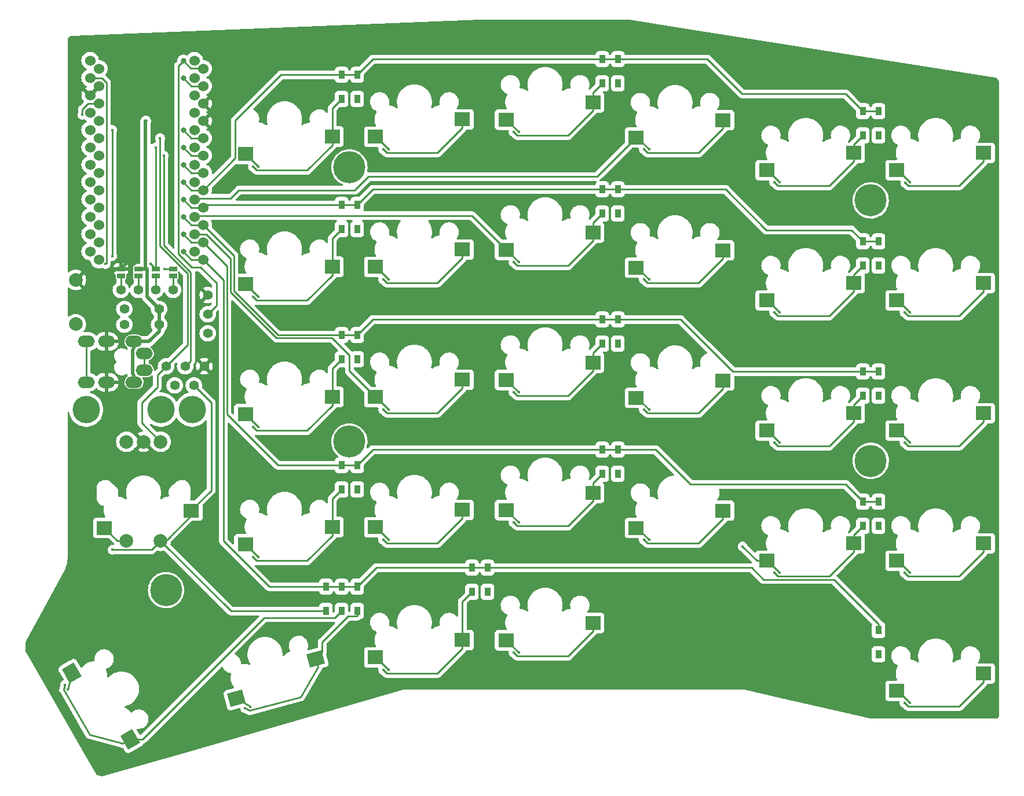
<source format=gbl>
G04 #@! TF.GenerationSoftware,KiCad,Pcbnew,(6.0.2-0)*
G04 #@! TF.CreationDate,2022-02-19T09:10:40+00:00*
G04 #@! TF.ProjectId,SofleKeyboard,536f666c-654b-4657-9962-6f6172642e6b,rev?*
G04 #@! TF.SameCoordinates,Original*
G04 #@! TF.FileFunction,Copper,L2,Bot*
G04 #@! TF.FilePolarity,Positive*
%FSLAX46Y46*%
G04 Gerber Fmt 4.6, Leading zero omitted, Abs format (unit mm)*
G04 Created by KiCad (PCBNEW (6.0.2-0)) date 2022-02-19 09:10:40*
%MOMM*%
%LPD*%
G01*
G04 APERTURE LIST*
G04 #@! TA.AperFunction,SMDPad,CuDef*
%ADD10R,0.950000X1.300000*%
G04 #@! TD*
G04 #@! TA.AperFunction,ComponentPad*
%ADD11C,1.397000*%
G04 #@! TD*
G04 #@! TA.AperFunction,ComponentPad*
%ADD12C,2.000000*%
G04 #@! TD*
G04 #@! TA.AperFunction,SMDPad,CuDef*
%ADD13R,2.300000X2.000000*%
G04 #@! TD*
G04 #@! TA.AperFunction,ComponentPad*
%ADD14C,4.000000*%
G04 #@! TD*
G04 #@! TA.AperFunction,ComponentPad*
%ADD15C,4.700000*%
G04 #@! TD*
G04 #@! TA.AperFunction,ComponentPad*
%ADD16C,1.524000*%
G04 #@! TD*
G04 #@! TA.AperFunction,ComponentPad*
%ADD17O,2.500000X1.700000*%
G04 #@! TD*
G04 #@! TA.AperFunction,SMDPad,CuDef*
%ADD18R,1.143000X0.635000*%
G04 #@! TD*
G04 #@! TA.AperFunction,ViaPad*
%ADD19C,0.800000*%
G04 #@! TD*
G04 #@! TA.AperFunction,ViaPad*
%ADD20C,0.400000*%
G04 #@! TD*
G04 #@! TA.AperFunction,Conductor*
%ADD21C,0.250000*%
G04 #@! TD*
G04 #@! TA.AperFunction,Conductor*
%ADD22C,0.500000*%
G04 #@! TD*
G04 APERTURE END LIST*
D10*
X122174000Y-45723000D03*
X122174000Y-49273000D03*
X124460000Y-45723000D03*
X124460000Y-49273000D03*
X160274000Y-43437000D03*
X160274000Y-46987000D03*
X162560000Y-43437000D03*
X162560000Y-46987000D03*
X198374000Y-51057000D03*
X198374000Y-54607000D03*
X200660000Y-51057000D03*
X200660000Y-54607000D03*
X122174000Y-64773000D03*
X122174000Y-68323000D03*
X124460000Y-64773000D03*
X124460000Y-68323000D03*
X160274000Y-62487000D03*
X160274000Y-66037000D03*
X162560000Y-62487000D03*
X162560000Y-66037000D03*
X198374000Y-70107000D03*
X198374000Y-73657000D03*
X200660000Y-70107000D03*
X200660000Y-73657000D03*
X122174000Y-83823000D03*
X122174000Y-87373000D03*
X124460000Y-83823000D03*
X124460000Y-87373000D03*
X160274000Y-81537000D03*
X160274000Y-85087000D03*
X162560000Y-81537000D03*
X162560000Y-85087000D03*
X198374000Y-89157000D03*
X198374000Y-92707000D03*
X200660000Y-89157000D03*
X200660000Y-92707000D03*
X122174000Y-102873000D03*
X122174000Y-106423000D03*
X124460000Y-102873000D03*
X124460000Y-106423000D03*
X160274000Y-100587000D03*
X160274000Y-104137000D03*
X162560000Y-100587000D03*
X162560000Y-104137000D03*
X198374000Y-108207000D03*
X198374000Y-111757000D03*
X200660000Y-108207000D03*
X200660000Y-111757000D03*
X119888000Y-120646000D03*
X119888000Y-124196000D03*
X122174000Y-120653000D03*
X122174000Y-124203000D03*
X124460000Y-120646000D03*
X124460000Y-124196000D03*
X141224000Y-117856000D03*
X141224000Y-121406000D03*
X143510000Y-117859000D03*
X143510000Y-121409000D03*
X200660000Y-127003000D03*
X200660000Y-130553000D03*
D11*
X89916000Y-77216000D03*
X92456000Y-77216000D03*
X94996000Y-77216000D03*
X97536000Y-77216000D03*
X95504000Y-82296000D03*
X90424000Y-82296000D03*
X95504000Y-80010000D03*
X90424000Y-80010000D03*
D12*
X83312000Y-75744000D03*
X83312000Y-82244000D03*
D13*
X120827180Y-54769380D03*
X108127180Y-57309380D03*
X139826000Y-52268000D03*
X127126000Y-54808000D03*
X158926000Y-49750000D03*
X146226000Y-52290000D03*
X177927000Y-52369000D03*
X165227000Y-54909000D03*
X197026000Y-57169000D03*
X184326000Y-59709000D03*
X216025340Y-57170740D03*
X203325340Y-59710740D03*
X120827180Y-73819380D03*
X108127180Y-76359380D03*
X139826000Y-71318000D03*
X127126000Y-73858000D03*
X158926000Y-68800000D03*
X146226000Y-71340000D03*
X177927000Y-71419000D03*
X165227000Y-73959000D03*
X197026000Y-76219000D03*
X184326000Y-78759000D03*
X216025340Y-76220740D03*
X203325340Y-78760740D03*
X120827180Y-92869380D03*
X108127180Y-95409380D03*
X139826000Y-90368000D03*
X127126000Y-92908000D03*
X158926000Y-87850000D03*
X146226000Y-90390000D03*
X177927000Y-90469000D03*
X165227000Y-93009000D03*
X197026000Y-95269000D03*
X184326000Y-97809000D03*
X120827180Y-111919380D03*
X108127180Y-114459380D03*
X139826000Y-109418000D03*
X127126000Y-111958000D03*
X158926000Y-106900000D03*
X146226000Y-109440000D03*
X177927000Y-109519000D03*
X165227000Y-112059000D03*
X197026000Y-114319000D03*
X184326000Y-116859000D03*
D12*
X95718000Y-99434000D03*
X90718000Y-99434000D03*
X93218000Y-99434000D03*
X90718000Y-113934000D03*
X95718000Y-113934000D03*
G04 #@! TA.AperFunction,SMDPad,CuDef*
G36*
X89832629Y-142485249D02*
G01*
X91564679Y-141485249D01*
X92714679Y-143477107D01*
X90982629Y-144477107D01*
X89832629Y-142485249D01*
G37*
G04 #@! TD.AperFunction*
G04 #@! TA.AperFunction,SMDPad,CuDef*
G36*
X81282925Y-132756726D02*
G01*
X83014975Y-131756726D01*
X84164975Y-133748584D01*
X82432925Y-134748584D01*
X81282925Y-132756726D01*
G37*
G04 #@! TD.AperFunction*
G04 #@! TA.AperFunction,SMDPad,CuDef*
G36*
X117551238Y-132497923D02*
G01*
X117033600Y-130566071D01*
X119255230Y-129970787D01*
X119772868Y-131902639D01*
X117551238Y-132497923D01*
G37*
G04 #@! TD.AperFunction*
G04 #@! TA.AperFunction,SMDPad,CuDef*
G36*
X105941380Y-138238377D02*
G01*
X105423742Y-136306525D01*
X107645372Y-135711241D01*
X108163010Y-137643093D01*
X105941380Y-138238377D01*
G37*
G04 #@! TD.AperFunction*
D13*
X139826000Y-128468000D03*
X127126000Y-131008000D03*
X158926000Y-125950000D03*
X146226000Y-128490000D03*
X216025340Y-133370740D03*
X203325340Y-135910740D03*
D14*
X100330000Y-94742000D03*
X84836000Y-94742000D03*
D15*
X199535000Y-102230000D03*
X96520000Y-121158000D03*
X199527000Y-64116000D03*
X123313000Y-99419000D03*
X123320000Y-59286000D03*
D16*
X85414000Y-43650000D03*
X101952815Y-44845745D03*
X85414000Y-46190000D03*
X101952815Y-47385745D03*
X85414000Y-48730000D03*
X101952815Y-49925745D03*
X101952815Y-52465745D03*
X85414000Y-51270000D03*
X101952815Y-55005745D03*
X85414000Y-53810000D03*
X85414000Y-56350000D03*
X101952815Y-57545745D03*
X101952815Y-60085745D03*
X85414000Y-58890000D03*
X85414000Y-61430000D03*
X101952815Y-62625745D03*
X101952815Y-65165745D03*
X85414000Y-63970000D03*
X101952815Y-67705745D03*
X85414000Y-66510000D03*
X85414000Y-69050000D03*
X101952815Y-70245745D03*
X85414000Y-71590000D03*
X101952815Y-72785745D03*
X100654000Y-71590000D03*
X86712815Y-72785745D03*
X86712815Y-70245745D03*
X100654000Y-69050000D03*
X86712815Y-67705745D03*
X100654000Y-66510000D03*
X86712815Y-65165745D03*
X100654000Y-63970000D03*
X86712815Y-62625745D03*
X100654000Y-61430000D03*
X100654000Y-58890000D03*
X86712815Y-60085745D03*
X86712815Y-57545745D03*
X100654000Y-56350000D03*
X100654000Y-53810000D03*
X86712815Y-55005745D03*
X86712815Y-52465745D03*
X100654000Y-51270000D03*
X100654000Y-48730000D03*
X86712815Y-49925745D03*
X86712815Y-47385745D03*
X100654000Y-46190000D03*
X100654000Y-43650000D03*
X86712815Y-44845745D03*
D17*
X91834000Y-90718000D03*
X91834000Y-84768000D03*
X87834000Y-84768000D03*
X87834000Y-90718000D03*
X84834000Y-84768000D03*
X84834000Y-90718000D03*
X93334000Y-88968000D03*
X93334000Y-86518000D03*
D11*
X102616000Y-77978000D03*
D14*
X95758000Y-94742000D03*
D11*
X102616000Y-83566000D03*
X102616000Y-80772000D03*
D13*
X216025340Y-114320740D03*
X203325340Y-116860740D03*
X216025340Y-95270740D03*
X203325340Y-97810740D03*
X100218000Y-109514000D03*
X87518000Y-112054000D03*
D11*
X100584000Y-91186000D03*
X96520000Y-88392000D03*
X99314000Y-88392000D03*
X102108000Y-88392000D03*
X97790000Y-91186000D03*
D18*
X97536000Y-75176380D03*
X97536000Y-74175620D03*
X94996000Y-75168760D03*
X94996000Y-74168000D03*
X92456000Y-75176380D03*
X92456000Y-74175620D03*
X89916000Y-75168760D03*
X89916000Y-74168000D03*
D19*
X99060000Y-61468000D03*
D20*
X198374000Y-51054000D03*
X200660000Y-51054000D03*
X162560000Y-43434000D03*
X160274000Y-43434000D03*
X124460000Y-45720000D03*
X122174000Y-45720000D03*
X109220000Y-59182000D03*
X122174000Y-49276000D03*
X128270000Y-56642000D03*
X124460000Y-49276000D03*
X160274000Y-46990000D03*
X147320000Y-54102000D03*
X162560000Y-46990000D03*
X166370000Y-56642000D03*
X185420000Y-61468000D03*
X198374000Y-54610000D03*
X204577009Y-61555473D03*
X200661500Y-54608500D03*
X162560000Y-62484000D03*
X198374000Y-70104000D03*
X160274000Y-62484000D03*
X122174000Y-64770000D03*
X200660000Y-70104000D03*
X124460000Y-64770000D03*
D19*
X99060000Y-64008000D03*
D20*
X109220000Y-78232000D03*
X122174000Y-68326000D03*
X128270000Y-75692000D03*
X124460000Y-68326000D03*
X160274000Y-66040000D03*
X147320000Y-73152000D03*
X162560000Y-66040000D03*
X166370000Y-75692000D03*
X198374000Y-73660000D03*
X185420000Y-80518000D03*
X204470000Y-80518000D03*
X200660000Y-73660000D03*
X200660000Y-89154000D03*
X124460000Y-83820000D03*
X160274000Y-81534000D03*
X122174000Y-83820000D03*
X198374000Y-89154000D03*
D19*
X99060000Y-66548000D03*
D20*
X162560000Y-81534000D03*
X122174000Y-87376000D03*
X109220000Y-97282000D03*
X124460000Y-87376000D03*
X128270000Y-94742000D03*
X160274000Y-85090000D03*
X147320000Y-92202000D03*
X162560000Y-85090000D03*
X166370000Y-94742000D03*
X198374000Y-92710000D03*
X185420000Y-99568000D03*
X200660000Y-92710000D03*
X204470000Y-99568000D03*
X198374000Y-108204000D03*
X160274000Y-100584000D03*
X124460000Y-102870000D03*
X162560000Y-100584000D03*
X200660000Y-108204000D03*
X122174000Y-102870000D03*
D19*
X99060000Y-69088000D03*
D20*
X122174000Y-106426000D03*
X109220000Y-116332000D03*
X124460000Y-106426000D03*
X128270000Y-113792000D03*
X147320000Y-111252000D03*
X160274000Y-104140000D03*
X166370000Y-113792000D03*
X162560000Y-104140000D03*
X185420000Y-118618000D03*
X198374000Y-111760000D03*
X204470000Y-118618000D03*
X200660000Y-111760000D03*
D19*
X99060000Y-71628000D03*
D20*
X143508500Y-117857500D03*
X200660000Y-127000000D03*
X141224000Y-117856000D03*
X124460000Y-120650000D03*
X119888000Y-120650000D03*
X122174000Y-120650000D03*
X88696800Y-115239800D03*
X119888000Y-124206000D03*
X81733298Y-135012795D03*
X122174000Y-124206000D03*
X108087423Y-138427380D03*
X124460000Y-124206000D03*
X128270000Y-132842000D03*
X141224000Y-121412000D03*
X147320000Y-130302000D03*
X143511500Y-121410500D03*
X204470000Y-137668000D03*
X200661500Y-130554500D03*
X89920255Y-47385745D03*
X91328001Y-72755999D03*
X97536000Y-84074000D03*
X129794000Y-124460000D03*
X117094000Y-67564000D03*
X129794000Y-61468000D03*
X184023000Y-52133500D03*
X108204000Y-60706000D03*
X136525000Y-104013000D03*
X141224000Y-64389000D03*
X95250000Y-51054000D03*
X137287000Y-122428000D03*
X118110000Y-128270000D03*
X87834000Y-78232000D03*
X174688500Y-65214500D03*
X116840000Y-63754000D03*
X85598000Y-82550000D03*
X108712000Y-84836000D03*
X82550000Y-78994000D03*
X93584255Y-52465745D03*
X93726000Y-74168000D03*
X95034000Y-56350000D03*
X94234000Y-73406000D03*
D19*
X99060000Y-56388000D03*
D20*
X88646255Y-72255979D03*
X96266000Y-74168000D03*
D19*
X99060000Y-53848000D03*
D20*
X88646255Y-53810000D03*
X84291853Y-51571719D03*
X109982000Y-78232000D03*
X109982000Y-116332000D03*
X109982000Y-59182000D03*
X109982000Y-97282000D03*
X129032000Y-75692000D03*
X129032000Y-56642000D03*
X82114298Y-135672707D03*
X129032000Y-94742000D03*
X129032000Y-113792000D03*
X108823458Y-138230160D03*
X148082000Y-111252000D03*
X148082000Y-54102000D03*
X148082000Y-73152000D03*
X148082000Y-92202000D03*
X129032000Y-132842000D03*
X167132000Y-113792000D03*
X167132000Y-94742000D03*
X167132000Y-56642000D03*
X167132000Y-75692000D03*
X186182000Y-118618000D03*
X186182000Y-80518000D03*
X186182000Y-61468000D03*
X186182000Y-99568000D03*
X180792009Y-114767011D03*
X148082000Y-130302000D03*
X205232000Y-61468000D03*
X205232000Y-99568000D03*
X205232000Y-137668000D03*
X205232000Y-118618000D03*
X205232000Y-80518000D03*
X96170745Y-57545745D03*
X95645745Y-55005745D03*
D19*
X99060000Y-43688000D03*
X99060000Y-46228000D03*
D20*
X87675376Y-73436686D03*
D19*
X99060000Y-58928000D03*
D21*
X126746000Y-43437000D02*
X124460000Y-45723000D01*
X113326558Y-45723000D02*
X122174000Y-45723000D01*
X100217745Y-62625745D02*
X101952815Y-62625745D01*
X124460000Y-45723000D02*
X122174000Y-45723000D01*
X162560000Y-43437000D02*
X175644002Y-43437000D01*
X195833999Y-48513999D02*
X198374000Y-51054000D01*
X200660000Y-51054000D02*
X198374000Y-51054000D01*
X99060000Y-61468000D02*
X100217745Y-62625745D01*
X106652179Y-57926381D02*
X106652179Y-52397379D01*
X162560000Y-43434000D02*
X160274000Y-43434000D01*
X101952815Y-62625745D02*
X106652179Y-57926381D01*
X106652179Y-52397379D02*
X113326558Y-45723000D01*
X160274000Y-43437000D02*
X126746000Y-43437000D01*
X175644002Y-43437000D02*
X180721001Y-48513999D01*
X180721001Y-48513999D02*
X195833999Y-48513999D01*
X120827180Y-54769380D02*
X120827180Y-56019380D01*
X109745001Y-59707001D02*
X109220000Y-59182000D01*
X120827180Y-56019380D02*
X117139559Y-59707001D01*
X120827180Y-54769380D02*
X120827180Y-50619820D01*
X120827180Y-50619820D02*
X122174000Y-49273000D01*
X117139559Y-59707001D02*
X109745001Y-59707001D01*
X136176999Y-57167001D02*
X128795001Y-57167001D01*
X128795001Y-57167001D02*
X128270000Y-56642000D01*
X139826000Y-52268000D02*
X139826000Y-53518000D01*
X139826000Y-53518000D02*
X136176999Y-57167001D01*
X158926000Y-49750000D02*
X158926000Y-51000000D01*
X158926000Y-49750000D02*
X158926000Y-48335000D01*
X158926000Y-48335000D02*
X160274000Y-46987000D01*
X158926000Y-51000000D02*
X155298999Y-54627001D01*
X147845001Y-54627001D02*
X147320000Y-54102000D01*
X155298999Y-54627001D02*
X147845001Y-54627001D01*
X177927000Y-52369000D02*
X177927000Y-53619000D01*
X166895001Y-57167001D02*
X166370000Y-56642000D01*
X177927000Y-53619000D02*
X174378999Y-57167001D01*
X174378999Y-57167001D02*
X166895001Y-57167001D01*
X197026000Y-57169000D02*
X197026000Y-58419000D01*
X197026000Y-55958000D02*
X198374000Y-54610000D01*
X193451999Y-61993001D02*
X185945001Y-61993001D01*
X197026000Y-58419000D02*
X193451999Y-61993001D01*
X185945001Y-61993001D02*
X185420000Y-61468000D01*
X198374000Y-54610000D02*
X198374000Y-54607000D01*
X197026000Y-57169000D02*
X197026000Y-55958000D01*
X197026000Y-55955000D02*
X198374000Y-54607000D01*
X197026000Y-57169000D02*
X197026000Y-55955000D01*
X216025340Y-58420740D02*
X212453079Y-61993001D01*
X205014537Y-61993001D02*
X204577009Y-61555473D01*
X216025340Y-57170740D02*
X216025340Y-58420740D01*
X212453079Y-61993001D02*
X205014537Y-61993001D01*
X160277000Y-62484000D02*
X160274000Y-62487000D01*
X162560000Y-62484000D02*
X160277000Y-62484000D01*
X124460000Y-64773000D02*
X122174000Y-64773000D01*
X160274000Y-62484000D02*
X126746000Y-62484000D01*
X196721500Y-68454500D02*
X184278500Y-68454500D01*
X122174000Y-64770000D02*
X102348560Y-64770000D01*
X196721500Y-68454500D02*
X198374000Y-70107000D01*
X184278500Y-68454500D02*
X178311000Y-62487000D01*
X200660000Y-70104000D02*
X198374000Y-70104000D01*
X126746000Y-62484000D02*
X124460000Y-64770000D01*
X99060000Y-64008000D02*
X100217745Y-65165745D01*
X100217745Y-65165745D02*
X101952815Y-65165745D01*
X162560000Y-62487000D02*
X178311000Y-62487000D01*
X102348560Y-64770000D02*
X101952815Y-65165745D01*
X117139559Y-78757001D02*
X109745001Y-78757001D01*
X120827180Y-69669820D02*
X122174000Y-68323000D01*
X120827180Y-73819380D02*
X120827180Y-75069380D01*
X109745001Y-78757001D02*
X109220000Y-78232000D01*
X120827180Y-73819380D02*
X120827180Y-69669820D01*
X120827180Y-75069380D02*
X117139559Y-78757001D01*
X128795001Y-76217001D02*
X128270000Y-75692000D01*
X136176999Y-76217001D02*
X128795001Y-76217001D01*
X139826000Y-72568000D02*
X136176999Y-76217001D01*
X139826000Y-71318000D02*
X139826000Y-72568000D01*
X155298999Y-73677001D02*
X147845001Y-73677001D01*
X158926000Y-68800000D02*
X158926000Y-70050000D01*
X158926000Y-68800000D02*
X158926000Y-67385000D01*
X158926000Y-67385000D02*
X160274000Y-66037000D01*
X158926000Y-70050000D02*
X155298999Y-73677001D01*
X147845001Y-73677001D02*
X147320000Y-73152000D01*
X166895001Y-76217001D02*
X166370000Y-75692000D01*
X177927000Y-71419000D02*
X177927000Y-72669000D01*
X174378999Y-76217001D02*
X166895001Y-76217001D01*
X177927000Y-72669000D02*
X174378999Y-76217001D01*
X197026000Y-76219000D02*
X197026000Y-75005000D01*
X185945001Y-81043001D02*
X185420000Y-80518000D01*
X193451999Y-81043001D02*
X185945001Y-81043001D01*
X197026000Y-76219000D02*
X197026000Y-77469000D01*
X197026000Y-75005000D02*
X198374000Y-73657000D01*
X197026000Y-77469000D02*
X193451999Y-81043001D01*
X212453079Y-81043001D02*
X204995001Y-81043001D01*
X216025340Y-77470740D02*
X212453079Y-81043001D01*
X204995001Y-81043001D02*
X204470000Y-80518000D01*
X216025340Y-76220740D02*
X216025340Y-77470740D01*
X171730002Y-81537000D02*
X162560000Y-81537000D01*
X179347002Y-89154000D02*
X171730002Y-81537000D01*
X198374000Y-89154000D02*
X179347002Y-89154000D01*
X101952815Y-67705745D02*
X106426000Y-72178930D01*
X106426000Y-72178930D02*
X106426000Y-77393202D01*
X126746000Y-81537000D02*
X124460000Y-83823000D01*
X200660000Y-89157000D02*
X198374000Y-89157000D01*
X100217745Y-67705745D02*
X101952815Y-67705745D01*
X112855798Y-83823000D02*
X122174000Y-83823000D01*
X99060000Y-66548000D02*
X100217745Y-67705745D01*
X160277000Y-81534000D02*
X160274000Y-81537000D01*
X106426000Y-77393202D02*
X112855798Y-83823000D01*
X160274000Y-81537000D02*
X126746000Y-81537000D01*
X162560000Y-81534000D02*
X160277000Y-81534000D01*
X124460000Y-83823000D02*
X122174000Y-83823000D01*
X109745001Y-97807001D02*
X109220000Y-97282000D01*
X120827180Y-92869380D02*
X120827180Y-88719820D01*
X120827180Y-92869380D02*
X120827180Y-94119380D01*
X120827180Y-88719820D02*
X122174000Y-87373000D01*
X120827180Y-94119380D02*
X117139559Y-97807001D01*
X117139559Y-97807001D02*
X109745001Y-97807001D01*
X128795001Y-95267001D02*
X128270000Y-94742000D01*
X139826000Y-91618000D02*
X136176999Y-95267001D01*
X136176999Y-95267001D02*
X128795001Y-95267001D01*
X139826000Y-90368000D02*
X139826000Y-91618000D01*
X155298999Y-92727001D02*
X147845001Y-92727001D01*
X158926000Y-86435000D02*
X160274000Y-85087000D01*
X158926000Y-87850000D02*
X158926000Y-86435000D01*
X158926000Y-87850000D02*
X158926000Y-89100000D01*
X147845001Y-92727001D02*
X147320000Y-92202000D01*
X158926000Y-89100000D02*
X155298999Y-92727001D01*
X166895001Y-95267001D02*
X166370000Y-94742000D01*
X177927000Y-90469000D02*
X177927000Y-91719000D01*
X177927000Y-91719000D02*
X174378999Y-95267001D01*
X174378999Y-95267001D02*
X166895001Y-95267001D01*
X197026000Y-95269000D02*
X197026000Y-96519000D01*
X197026000Y-96519000D02*
X193451999Y-100093001D01*
X197026000Y-94055000D02*
X198374000Y-92707000D01*
X185945001Y-100093001D02*
X185420000Y-99568000D01*
X193451999Y-100093001D02*
X185945001Y-100093001D01*
X197026000Y-95269000D02*
X197026000Y-94055000D01*
X212453079Y-100093001D02*
X204995001Y-100093001D01*
X216025340Y-96520740D02*
X212453079Y-100093001D01*
X204995001Y-100093001D02*
X204470000Y-99568000D01*
X216025340Y-95270740D02*
X216025340Y-96520740D01*
X105410000Y-95427202D02*
X112852798Y-102870000D01*
X162560000Y-100584000D02*
X160274000Y-100584000D01*
X126749000Y-100584000D02*
X124460000Y-102873000D01*
X200660000Y-108204000D02*
X198374000Y-108204000D01*
X100217745Y-70245745D02*
X101952815Y-70245745D01*
X112852798Y-102870000D02*
X122174000Y-102870000D01*
X198374000Y-108204000D02*
X195833999Y-105663999D01*
X101952815Y-70245745D02*
X105410000Y-73702930D01*
X173167001Y-105663999D02*
X168090002Y-100587000D01*
X195833999Y-105663999D02*
X173167001Y-105663999D01*
X160274000Y-100584000D02*
X126749000Y-100584000D01*
X124460000Y-102873000D02*
X122177000Y-102873000D01*
X105410000Y-73702930D02*
X105410000Y-95427202D01*
X99060000Y-69088000D02*
X100217745Y-70245745D01*
X168090002Y-100587000D02*
X162560000Y-100587000D01*
X122177000Y-102873000D02*
X122174000Y-102870000D01*
X120827180Y-113169380D02*
X117139559Y-116857001D01*
X120827180Y-107772820D02*
X122174000Y-106426000D01*
X109745001Y-116857001D02*
X109220000Y-116332000D01*
X120827180Y-111919380D02*
X120827180Y-107772820D01*
X117139559Y-116857001D02*
X109745001Y-116857001D01*
X120827180Y-111919380D02*
X120827180Y-113169380D01*
X139826000Y-110668000D02*
X136176999Y-114317001D01*
X139826000Y-109418000D02*
X139826000Y-110668000D01*
X136176999Y-114317001D02*
X128795001Y-114317001D01*
X128795001Y-114317001D02*
X128270000Y-113792000D01*
X158926000Y-105485000D02*
X160274000Y-104137000D01*
X158926000Y-106900000D02*
X158926000Y-108150000D01*
X147845001Y-111777001D02*
X147320000Y-111252000D01*
X158926000Y-108150000D02*
X155298999Y-111777001D01*
X155298999Y-111777001D02*
X147845001Y-111777001D01*
X158926000Y-106900000D02*
X158926000Y-105485000D01*
X177927000Y-109519000D02*
X177927000Y-110769000D01*
X177927000Y-110769000D02*
X174378999Y-114317001D01*
X166895001Y-114317001D02*
X166370000Y-113792000D01*
X174378999Y-114317001D02*
X166895001Y-114317001D01*
X193451999Y-119143001D02*
X185945001Y-119143001D01*
X197026000Y-114319000D02*
X197026000Y-115569000D01*
X197026000Y-114319000D02*
X197026000Y-113105000D01*
X185945001Y-119143001D02*
X185420000Y-118618000D01*
X197026000Y-113105000D02*
X198374000Y-111757000D01*
X197026000Y-115569000D02*
X193451999Y-119143001D01*
X204995001Y-119143001D02*
X204470000Y-118618000D01*
X216025340Y-115570740D02*
X212453079Y-119143001D01*
X212453079Y-119143001D02*
X204995001Y-119143001D01*
X216025340Y-114320740D02*
X216025340Y-115570740D01*
X200660000Y-127000000D02*
X200660000Y-126103000D01*
X141224000Y-117856000D02*
X143507000Y-117856000D01*
X143508500Y-117857500D02*
X143510000Y-117859000D01*
X119888000Y-120650000D02*
X121920000Y-120650000D01*
X119888000Y-120646000D02*
X111578798Y-120646000D01*
X143507000Y-117856000D02*
X143508500Y-117857500D01*
X111578798Y-120646000D02*
X104902000Y-113969202D01*
X103924399Y-74757329D02*
X101952815Y-72785745D01*
X100217745Y-72785745D02*
X101952815Y-72785745D01*
X124460000Y-120650000D02*
X127254000Y-117856000D01*
X141224000Y-117856000D02*
X141224000Y-117856000D01*
X143510000Y-117859000D02*
X182121000Y-117859000D01*
X200660000Y-127003000D02*
X200660000Y-127000000D01*
X124456000Y-120650000D02*
X124460000Y-120646000D01*
X194150011Y-119593011D02*
X183855011Y-119593011D01*
X200660000Y-126103000D02*
X194150011Y-119593011D01*
X122174000Y-120653000D02*
X122174000Y-120396000D01*
X103931889Y-74757329D02*
X103924399Y-74757329D01*
X182121000Y-117859000D02*
X183855011Y-119593011D01*
X99060000Y-71628000D02*
X100217745Y-72785745D01*
X122174000Y-120650000D02*
X124456000Y-120650000D01*
X104902000Y-113969202D02*
X104902000Y-75727440D01*
X127254000Y-117856000D02*
X127508000Y-117856000D01*
X104902000Y-75727440D02*
X103931889Y-74757329D01*
X141224000Y-117856000D02*
X127508000Y-117856000D01*
X94393489Y-115258511D02*
X95718000Y-113934000D01*
X103124000Y-106553000D02*
X100218000Y-109459000D01*
X96488974Y-113934000D02*
X96765987Y-113656987D01*
X119888000Y-124206000D02*
X105990000Y-124206000D01*
X96765987Y-113656987D02*
X97632521Y-112790453D01*
X105990000Y-124206000D02*
X95718000Y-113934000D01*
X100218000Y-109514000D02*
X100218000Y-110204974D01*
X103124000Y-93726000D02*
X100584000Y-91186000D01*
X100218000Y-110204974D02*
X96765987Y-113656987D01*
X100218000Y-109459000D02*
X100218000Y-109514000D01*
X95718000Y-113934000D02*
X96488974Y-113934000D01*
X88715511Y-115258511D02*
X94393489Y-115258511D01*
X88696800Y-115239800D02*
X88715511Y-115258511D01*
X103124000Y-106553000D02*
X103124000Y-93726000D01*
X91273654Y-142981178D02*
X90191123Y-143606178D01*
X110877895Y-125171001D02*
X107991448Y-128057448D01*
X85337633Y-142305689D02*
X81541134Y-135729960D01*
X81541134Y-135729960D02*
X81733298Y-135012795D01*
X121208999Y-125171001D02*
X110877895Y-125171001D01*
X91273654Y-142981178D02*
X93067718Y-142981178D01*
X90191123Y-143606178D02*
X85337633Y-142305689D01*
X93067718Y-142981178D02*
X107991448Y-128057448D01*
X122174000Y-124206000D02*
X121208999Y-125171001D01*
X116214407Y-136793282D02*
X108730415Y-138798612D01*
X119348236Y-128738766D02*
X119348236Y-130289353D01*
X119348236Y-128738766D02*
X123119002Y-124968000D01*
X118726758Y-132441763D02*
X116214407Y-136793282D01*
X118403234Y-131234355D02*
X118726758Y-132441763D01*
X123119002Y-124968000D02*
X124460000Y-124968000D01*
X124460000Y-124968000D02*
X124460000Y-124206000D01*
X119348236Y-130289353D02*
X118403234Y-131234355D01*
X108730415Y-138798612D02*
X108087423Y-138427380D01*
X139826000Y-122804000D02*
X141224000Y-121406000D01*
X139826000Y-128468000D02*
X139826000Y-122804000D01*
X128795001Y-133367001D02*
X128270000Y-132842000D01*
X136176999Y-133367001D02*
X128795001Y-133367001D01*
X139826000Y-128468000D02*
X139826000Y-129718000D01*
X139826000Y-129718000D02*
X136176999Y-133367001D01*
X158926000Y-125950000D02*
X158926000Y-127200000D01*
X147845001Y-130827001D02*
X147320000Y-130302000D01*
X155298999Y-130827001D02*
X147845001Y-130827001D01*
X158926000Y-127200000D02*
X155298999Y-130827001D01*
X216025340Y-133370740D02*
X216025340Y-134620740D01*
X212453079Y-138193001D02*
X204995001Y-138193001D01*
X216025340Y-134620740D02*
X212453079Y-138193001D01*
X204995001Y-138193001D02*
X204470000Y-137668000D01*
D22*
X87834000Y-74472000D02*
X87884000Y-74422000D01*
X87834000Y-84768000D02*
X87834000Y-90718000D01*
X89916000Y-74168000D02*
X89916000Y-47390000D01*
X87834000Y-84768000D02*
X87834000Y-78232000D01*
X88963758Y-74422000D02*
X89217758Y-74168000D01*
X84634000Y-74422000D02*
X83312000Y-75744000D01*
X89217758Y-74168000D02*
X89916000Y-74168000D01*
X89916000Y-47390000D02*
X89920255Y-47385745D01*
X87834000Y-78232000D02*
X87834000Y-74472000D01*
X84634000Y-74422000D02*
X87884000Y-74422000D01*
X89916000Y-74168000D02*
X91328001Y-72755999D01*
X87884000Y-74422000D02*
X88963758Y-74422000D01*
X91834000Y-84768000D02*
X91834000Y-85779509D01*
X93526001Y-73968001D02*
X93526001Y-52523999D01*
X94016250Y-84768000D02*
X91834000Y-84768000D01*
X92456000Y-74175620D02*
X93718380Y-74175620D01*
X93718380Y-74175620D02*
X93726000Y-74168000D01*
X91633990Y-85979519D02*
X91834000Y-85779509D01*
X91834000Y-90718000D02*
X91834000Y-89706491D01*
X93526001Y-52523999D02*
X93584255Y-52465745D01*
X95504000Y-80010000D02*
X95504000Y-82296000D01*
X93726000Y-74168000D02*
X93726000Y-78232000D01*
X91633990Y-89506481D02*
X91633990Y-85979519D01*
X93726000Y-74168000D02*
X93526001Y-73968001D01*
X95504000Y-83280250D02*
X94016250Y-84768000D01*
X93726000Y-78232000D02*
X95504000Y-80010000D01*
X91834000Y-89706491D02*
X91633990Y-89506481D01*
X95504000Y-82296000D02*
X95504000Y-83280250D01*
D21*
X92456000Y-75176380D02*
X92456000Y-77216000D01*
X89916000Y-75168760D02*
X89916000Y-77216000D01*
X97536000Y-75176380D02*
X97536000Y-77216000D01*
X94996000Y-75168760D02*
X94996000Y-77216000D01*
X94996000Y-74168000D02*
X94234000Y-73406000D01*
X95034000Y-74130000D02*
X94996000Y-74168000D01*
X95034000Y-56350000D02*
X95034000Y-73732758D01*
X95034000Y-56350000D02*
X95034000Y-74130000D01*
X94996000Y-74168000D02*
X95469242Y-74168000D01*
X100217745Y-57545745D02*
X101952815Y-57545745D01*
X99060000Y-56388000D02*
X100217745Y-57545745D01*
X99060000Y-53848000D02*
X100217745Y-55005745D01*
X97528380Y-74168000D02*
X97536000Y-74175620D01*
X100217745Y-55005745D02*
X101952815Y-55005745D01*
X96266000Y-74168000D02*
X97528380Y-74168000D01*
X88646255Y-72255979D02*
X88646255Y-53810000D01*
X93334000Y-86518000D02*
X93334000Y-88968000D01*
X93822000Y-86518000D02*
X93334000Y-86518000D01*
X84834000Y-84768000D02*
X84834000Y-90718000D01*
X84291853Y-50783385D02*
X84291853Y-51571719D01*
X86712815Y-49925745D02*
X85149493Y-49925745D01*
X85149493Y-49925745D02*
X84291853Y-50783385D01*
X109982000Y-97282000D02*
X108127180Y-95427180D01*
X108127180Y-57327180D02*
X108127180Y-57309380D01*
X108127180Y-76377180D02*
X108127180Y-76359380D01*
X87518000Y-112054000D02*
X89398000Y-113934000D01*
X108127180Y-95427180D02*
X108127180Y-95409380D01*
X108127180Y-57309380D02*
X107472179Y-56654379D01*
X89398000Y-113934000D02*
X90718000Y-113934000D01*
X109982000Y-78232000D02*
X108127180Y-76377180D01*
X109982000Y-116332000D02*
X108127180Y-114477180D01*
X109982000Y-59182000D02*
X108127180Y-57327180D01*
X108127180Y-114477180D02*
X108127180Y-114459380D01*
X112669397Y-84273009D02*
X105918000Y-77521612D01*
X82750450Y-133298555D02*
X82723950Y-133252655D01*
X82114298Y-135672707D02*
X82750450Y-133298555D01*
X129032000Y-113792000D02*
X127198000Y-111958000D01*
X102365832Y-69050000D02*
X100654000Y-69050000D01*
X127126000Y-92908000D02*
X123317000Y-89099000D01*
X127198000Y-92908000D02*
X127126000Y-92908000D01*
X129032000Y-75692000D02*
X127198000Y-73858000D01*
X129032000Y-56642000D02*
X127198000Y-54808000D01*
X105918000Y-72602168D02*
X102365832Y-69050000D01*
X120784012Y-84273010D02*
X112669397Y-84273009D01*
X127198000Y-54808000D02*
X127126000Y-54808000D01*
X129032000Y-94742000D02*
X127198000Y-92908000D01*
X123317000Y-86805998D02*
X120784012Y-84273010D01*
X105918000Y-77521612D02*
X105918000Y-72602168D01*
X127198000Y-111958000D02*
X127126000Y-111958000D01*
X127198000Y-73858000D02*
X127126000Y-73858000D01*
X123317000Y-89099000D02*
X123317000Y-86805998D01*
X148082000Y-92202000D02*
X146270000Y-90390000D01*
X100801001Y-66362999D02*
X100654000Y-66510000D01*
X146270000Y-52290000D02*
X146226000Y-52290000D01*
X108823458Y-138230160D02*
X108797059Y-138131635D01*
X148082000Y-73152000D02*
X146270000Y-71340000D01*
X146270000Y-109440000D02*
X146226000Y-109440000D01*
X146270000Y-90390000D02*
X146226000Y-90390000D01*
X146226000Y-71340000D02*
X141248999Y-66362999D01*
X146270000Y-71340000D02*
X146226000Y-71340000D01*
X108797059Y-138131635D02*
X106793376Y-136974809D01*
X148082000Y-54102000D02*
X146270000Y-52290000D01*
X148082000Y-111252000D02*
X146270000Y-109440000D01*
X141248999Y-66362999D02*
X100801001Y-66362999D01*
X129032000Y-132842000D02*
X127198000Y-131008000D01*
X165399000Y-73959000D02*
X165227000Y-73959000D01*
X167132000Y-94742000D02*
X165399000Y-93009000D01*
X167132000Y-56642000D02*
X165399000Y-54909000D01*
X165399000Y-112059000D02*
X165227000Y-112059000D01*
X126095001Y-60618001D02*
X124090501Y-62622501D01*
X167132000Y-113792000D02*
X165399000Y-112059000D01*
X159517999Y-60618001D02*
X126095001Y-60618001D01*
X100826001Y-63797999D02*
X100654000Y-63970000D01*
X124090501Y-62622501D02*
X107137497Y-62622501D01*
X105961999Y-63797999D02*
X100826001Y-63797999D01*
X165227000Y-54909000D02*
X159517999Y-60618001D01*
X107137497Y-62622501D02*
X105961999Y-63797999D01*
X167132000Y-75692000D02*
X165399000Y-73959000D01*
X165399000Y-54909000D02*
X165227000Y-54909000D01*
X127198000Y-131008000D02*
X127126000Y-131008000D01*
X165399000Y-93009000D02*
X165227000Y-93009000D01*
X182883998Y-116859000D02*
X180792009Y-114767011D01*
X186182000Y-61468000D02*
X184423000Y-59709000D01*
X186182000Y-99568000D02*
X184423000Y-97809000D01*
X184423000Y-59709000D02*
X184326000Y-59709000D01*
X186182000Y-80518000D02*
X184423000Y-78759000D01*
X184326000Y-116859000D02*
X182883998Y-116859000D01*
X146270000Y-128490000D02*
X146226000Y-128490000D01*
X184423000Y-97809000D02*
X184326000Y-97809000D01*
X184423000Y-116859000D02*
X184326000Y-116859000D01*
X148082000Y-130302000D02*
X146270000Y-128490000D01*
X184423000Y-78759000D02*
X184326000Y-78759000D01*
X186182000Y-118618000D02*
X184423000Y-116859000D01*
X203474740Y-116860740D02*
X203325340Y-116860740D01*
X205232000Y-137668000D02*
X203474740Y-135910740D01*
X205232000Y-99568000D02*
X203474740Y-97810740D01*
X203474740Y-78760740D02*
X203325340Y-78760740D01*
X205232000Y-118618000D02*
X203474740Y-116860740D01*
X203474740Y-59710740D02*
X203325340Y-59710740D01*
X203474740Y-97810740D02*
X203325340Y-97810740D01*
X205232000Y-61468000D02*
X203474740Y-59710740D01*
X203474740Y-135910740D02*
X203325340Y-135910740D01*
X205232000Y-80518000D02*
X203474740Y-78760740D01*
X100115711Y-74644919D02*
X100115711Y-87590289D01*
X96170745Y-57545745D02*
X96170745Y-70699953D01*
X100115711Y-87590289D02*
X99314000Y-88392000D01*
X96170745Y-70699953D02*
X100115711Y-74644919D01*
X99666191Y-85245809D02*
X96520000Y-88392000D01*
X99666191Y-74831809D02*
X99666191Y-85245809D01*
X95645745Y-55005745D02*
X95645745Y-70811363D01*
X92964000Y-93726000D02*
X92964000Y-96680000D01*
X96520000Y-88392000D02*
X95250000Y-89662000D01*
X95645745Y-70811363D02*
X99666191Y-74831809D01*
X95250000Y-89662000D02*
X95250000Y-91440000D01*
X95250000Y-91440000D02*
X92964000Y-93726000D01*
X92964000Y-96680000D02*
X95718000Y-99434000D01*
X99060000Y-43688000D02*
X100109001Y-44737001D01*
X98334999Y-44413001D02*
X98334999Y-71927613D01*
X103886000Y-79502000D02*
X102616000Y-80772000D01*
X100279642Y-73872256D02*
X101558256Y-73872256D01*
X98334999Y-71927613D02*
X100279642Y-73872256D01*
X101844071Y-44737001D02*
X101952815Y-44845745D01*
X101558256Y-73872256D02*
X103886000Y-76200000D01*
X103886000Y-76200000D02*
X103886000Y-79502000D01*
X99060000Y-43688000D02*
X98334999Y-44413001D01*
X100109001Y-44737001D02*
X101844071Y-44737001D01*
X87799816Y-72813816D02*
X87799816Y-46863984D01*
X87125832Y-46190000D02*
X85414000Y-46190000D01*
X87799816Y-73312246D02*
X87675376Y-73436686D01*
X99060000Y-46228000D02*
X100217745Y-47385745D01*
X87799816Y-46863984D02*
X87125832Y-46190000D01*
X100217745Y-47385745D02*
X101952815Y-47385745D01*
X87799816Y-72813816D02*
X87799816Y-73312246D01*
X100217745Y-60085745D02*
X101952815Y-60085745D01*
X99060000Y-58928000D02*
X100217745Y-60085745D01*
G04 #@! TA.AperFunction,Conductor*
G36*
X164245928Y-37698540D02*
G01*
X173141146Y-39102011D01*
X217692754Y-46131282D01*
X217704366Y-46133678D01*
X217821953Y-46163781D01*
X217843204Y-46171303D01*
X217925333Y-46208949D01*
X217944574Y-46219911D01*
X218018029Y-46270798D01*
X218034815Y-46284725D01*
X218098308Y-46347449D01*
X218112377Y-46363977D01*
X218119613Y-46374135D01*
X218164171Y-46436688D01*
X218175238Y-46455477D01*
X218213760Y-46536115D01*
X218221517Y-46556878D01*
X218245564Y-46643957D01*
X218249595Y-46666117D01*
X218252470Y-46697816D01*
X218260631Y-46787809D01*
X218260666Y-46788200D01*
X218261181Y-46799580D01*
X218261055Y-77522443D01*
X218260802Y-139577235D01*
X218259338Y-139596386D01*
X218255605Y-139620660D01*
X218256785Y-139629555D01*
X218256692Y-139638536D01*
X218255850Y-139638527D01*
X218255588Y-139660025D01*
X218248578Y-139704534D01*
X218236313Y-139742263D01*
X218209702Y-139794342D01*
X218186315Y-139826386D01*
X218144831Y-139867609D01*
X218112640Y-139890794D01*
X218060390Y-139917077D01*
X218022585Y-139929102D01*
X217978810Y-139935713D01*
X217959083Y-139936993D01*
X217951210Y-139935701D01*
X217921502Y-139939339D01*
X217917042Y-139939885D01*
X217901727Y-139940819D01*
X211451835Y-139940819D01*
X199505942Y-139940820D01*
X199477825Y-139937643D01*
X186465578Y-136958874D01*
X201666840Y-136958874D01*
X201673595Y-137021056D01*
X201724725Y-137157445D01*
X201812079Y-137274001D01*
X201928635Y-137361355D01*
X202065024Y-137412485D01*
X202127206Y-137419240D01*
X203644425Y-137419240D01*
X203712546Y-137439242D01*
X203759039Y-137492898D01*
X203769347Y-137561686D01*
X203756335Y-137660526D01*
X203765744Y-137745751D01*
X203772853Y-137810141D01*
X203775153Y-137830975D01*
X203777762Y-137838106D01*
X203777763Y-137838108D01*
X203792051Y-137877152D01*
X203834085Y-137992015D01*
X203838322Y-137998321D01*
X203838324Y-137998324D01*
X203848699Y-138013763D01*
X203929730Y-138134349D01*
X204056565Y-138249760D01*
X204063240Y-138253384D01*
X204200591Y-138327960D01*
X204200593Y-138327961D01*
X204207268Y-138331585D01*
X204214617Y-138333513D01*
X204215494Y-138333743D01*
X204216153Y-138334121D01*
X204221679Y-138336309D01*
X204221362Y-138337110D01*
X204272621Y-138366525D01*
X204491344Y-138585248D01*
X204498888Y-138593538D01*
X204503001Y-138600019D01*
X204508778Y-138605444D01*
X204552668Y-138646659D01*
X204555510Y-138649414D01*
X204575232Y-138669136D01*
X204578356Y-138671559D01*
X204578360Y-138671563D01*
X204578425Y-138671613D01*
X204587446Y-138679318D01*
X204619680Y-138709587D01*
X204626628Y-138713406D01*
X204626630Y-138713408D01*
X204637433Y-138719347D01*
X204653960Y-138730203D01*
X204663699Y-138737758D01*
X204663701Y-138737759D01*
X204669961Y-138742615D01*
X204710541Y-138760175D01*
X204721189Y-138765392D01*
X204752216Y-138782449D01*
X204759941Y-138786696D01*
X204767617Y-138788667D01*
X204767620Y-138788668D01*
X204779563Y-138791734D01*
X204798268Y-138798138D01*
X204816856Y-138806182D01*
X204824679Y-138807421D01*
X204824689Y-138807424D01*
X204860525Y-138813100D01*
X204872145Y-138815506D01*
X204903960Y-138823674D01*
X204914971Y-138826501D01*
X204935225Y-138826501D01*
X204954935Y-138828052D01*
X204974944Y-138831221D01*
X204982836Y-138830475D01*
X205001581Y-138828703D01*
X205018963Y-138827060D01*
X205030820Y-138826501D01*
X212374312Y-138826501D01*
X212385495Y-138827028D01*
X212392988Y-138828703D01*
X212400914Y-138828454D01*
X212400915Y-138828454D01*
X212461065Y-138826563D01*
X212465024Y-138826501D01*
X212492935Y-138826501D01*
X212496870Y-138826004D01*
X212496935Y-138825996D01*
X212508772Y-138825063D01*
X212541030Y-138824049D01*
X212545049Y-138823923D01*
X212552968Y-138823674D01*
X212572422Y-138818022D01*
X212591779Y-138814014D01*
X212604009Y-138812469D01*
X212604010Y-138812469D01*
X212611876Y-138811475D01*
X212619247Y-138808556D01*
X212619249Y-138808556D01*
X212652991Y-138795197D01*
X212664221Y-138791352D01*
X212699062Y-138781230D01*
X212699063Y-138781230D01*
X212706672Y-138779019D01*
X212713491Y-138774986D01*
X212713496Y-138774984D01*
X212724107Y-138768708D01*
X212741855Y-138760013D01*
X212760696Y-138752553D01*
X212770842Y-138745182D01*
X212796466Y-138726565D01*
X212806386Y-138720049D01*
X212837614Y-138701581D01*
X212837617Y-138701579D01*
X212844441Y-138697543D01*
X212858762Y-138683222D01*
X212873796Y-138670381D01*
X212875510Y-138669136D01*
X212890186Y-138658473D01*
X212918377Y-138624396D01*
X212926367Y-138615617D01*
X216417593Y-135124392D01*
X216425879Y-135116852D01*
X216432358Y-135112740D01*
X216458653Y-135084739D01*
X216467781Y-135075018D01*
X216478984Y-135063088D01*
X216481738Y-135060247D01*
X216501475Y-135040510D01*
X216503955Y-135037313D01*
X216511660Y-135028291D01*
X216536499Y-135001840D01*
X216541926Y-134996061D01*
X216545745Y-134989115D01*
X216545747Y-134989112D01*
X216551688Y-134978306D01*
X216562539Y-134961787D01*
X216570096Y-134952044D01*
X216574954Y-134945781D01*
X216577258Y-134940457D01*
X216628459Y-134892649D01*
X216685021Y-134879240D01*
X217223474Y-134879240D01*
X217285656Y-134872485D01*
X217422045Y-134821355D01*
X217538601Y-134734001D01*
X217625955Y-134617445D01*
X217677085Y-134481056D01*
X217683840Y-134418874D01*
X217683840Y-132322606D01*
X217677085Y-132260424D01*
X217625955Y-132124035D01*
X217538601Y-132007479D01*
X217422045Y-131920125D01*
X217285656Y-131868995D01*
X217223474Y-131862240D01*
X215314540Y-131862240D01*
X215246419Y-131842238D01*
X215199926Y-131788582D01*
X215189822Y-131718308D01*
X215213451Y-131661027D01*
X215222415Y-131648980D01*
X215306742Y-131535640D01*
X215310705Y-131527847D01*
X215412654Y-131327326D01*
X215412654Y-131327325D01*
X215415073Y-131322568D01*
X215459373Y-131179898D01*
X215484372Y-131099391D01*
X215484373Y-131099385D01*
X215485956Y-131094288D01*
X215508932Y-130920940D01*
X215516663Y-130862613D01*
X215516663Y-130862609D01*
X215517363Y-130857329D01*
X215516058Y-130822556D01*
X215512166Y-130718898D01*
X215508395Y-130618466D01*
X215488661Y-130524413D01*
X215460407Y-130389756D01*
X215460406Y-130389753D01*
X215459310Y-130384529D01*
X215371511Y-130162207D01*
X215247508Y-129957857D01*
X215232546Y-129940615D01*
X215094347Y-129781354D01*
X215094345Y-129781352D01*
X215090847Y-129777321D01*
X215086721Y-129773938D01*
X215086717Y-129773934D01*
X214934481Y-129649109D01*
X214906007Y-129625762D01*
X214901371Y-129623123D01*
X214901368Y-129623121D01*
X214702917Y-129510156D01*
X214698274Y-129507513D01*
X214473587Y-129425956D01*
X214468338Y-129425007D01*
X214468335Y-129425006D01*
X214242455Y-129384160D01*
X214242447Y-129384159D01*
X214238371Y-129383422D01*
X214219981Y-129382555D01*
X214214796Y-129382310D01*
X214214789Y-129382310D01*
X214213308Y-129382240D01*
X214045328Y-129382240D01*
X213867165Y-129397357D01*
X213862001Y-129398697D01*
X213861997Y-129398698D01*
X213640965Y-129456067D01*
X213640960Y-129456069D01*
X213635800Y-129457408D01*
X213616336Y-129466176D01*
X213422721Y-129553393D01*
X213422718Y-129553394D01*
X213417860Y-129555583D01*
X213219578Y-129689074D01*
X213215721Y-129692753D01*
X213215719Y-129692755D01*
X213174501Y-129732075D01*
X213046622Y-129854066D01*
X212903938Y-130045840D01*
X212901522Y-130050591D01*
X212901520Y-130050595D01*
X212814548Y-130221657D01*
X212795607Y-130258912D01*
X212769888Y-130341741D01*
X212726308Y-130482089D01*
X212726307Y-130482095D01*
X212724724Y-130487192D01*
X212722392Y-130504789D01*
X212695563Y-130707208D01*
X212693317Y-130724151D01*
X212693517Y-130729480D01*
X212693517Y-130729481D01*
X212694408Y-130753212D01*
X212702285Y-130963014D01*
X212743138Y-131157718D01*
X212747792Y-131179898D01*
X212742205Y-131250674D01*
X212699240Y-131307195D01*
X212633266Y-131331465D01*
X212559513Y-131336622D01*
X212559508Y-131336623D01*
X212555128Y-131336929D01*
X212280370Y-131395331D01*
X212276241Y-131396834D01*
X212276237Y-131396835D01*
X212020559Y-131489894D01*
X212020555Y-131489896D01*
X212016414Y-131491403D01*
X211768398Y-131623276D01*
X211764839Y-131625862D01*
X211764837Y-131625863D01*
X211663894Y-131699202D01*
X211597026Y-131723061D01*
X211527874Y-131706980D01*
X211478394Y-131656066D01*
X211464295Y-131586483D01*
X211467792Y-131565931D01*
X211496252Y-131455087D01*
X211543491Y-131271103D01*
X211544385Y-131264031D01*
X211570498Y-131057317D01*
X211583840Y-130951707D01*
X211583840Y-130629773D01*
X211547134Y-130339211D01*
X211543988Y-130314309D01*
X211543987Y-130314305D01*
X211543491Y-130310377D01*
X211504966Y-130160333D01*
X211464415Y-130002395D01*
X211464412Y-130002387D01*
X211463429Y-129998557D01*
X211344918Y-129699230D01*
X211189824Y-129417116D01*
X211035157Y-129204235D01*
X211002924Y-129159870D01*
X211002923Y-129159868D01*
X211000596Y-129156666D01*
X210974300Y-129128663D01*
X210782928Y-128924873D01*
X210780217Y-128921986D01*
X210568253Y-128746634D01*
X210535211Y-128719299D01*
X210535208Y-128719296D01*
X210532162Y-128716777D01*
X210260344Y-128544276D01*
X210256765Y-128542592D01*
X210256758Y-128542588D01*
X209972639Y-128408892D01*
X209972635Y-128408890D01*
X209969049Y-128407203D01*
X209915744Y-128389883D01*
X209803349Y-128353364D01*
X209662871Y-128307720D01*
X209346639Y-128247395D01*
X209105752Y-128232240D01*
X208944928Y-128232240D01*
X208704041Y-128247395D01*
X208387809Y-128307720D01*
X208247331Y-128353364D01*
X208134937Y-128389883D01*
X208081631Y-128407203D01*
X208078045Y-128408890D01*
X208078041Y-128408892D01*
X207793922Y-128542588D01*
X207793915Y-128542592D01*
X207790336Y-128544276D01*
X207518518Y-128716777D01*
X207515472Y-128719296D01*
X207515469Y-128719299D01*
X207482427Y-128746634D01*
X207270463Y-128921986D01*
X207267752Y-128924873D01*
X207076381Y-129128663D01*
X207050084Y-129156666D01*
X207047757Y-129159868D01*
X207047756Y-129159870D01*
X207015523Y-129204235D01*
X206860856Y-129417116D01*
X206705762Y-129699230D01*
X206587251Y-129998557D01*
X206586268Y-130002387D01*
X206586265Y-130002395D01*
X206545714Y-130160333D01*
X206507189Y-130310377D01*
X206506693Y-130314305D01*
X206506692Y-130314309D01*
X206503546Y-130339211D01*
X206466840Y-130629773D01*
X206466840Y-130951707D01*
X206480182Y-131057317D01*
X206506296Y-131264031D01*
X206507189Y-131271103D01*
X206555156Y-131457923D01*
X206581297Y-131559734D01*
X206578865Y-131630689D01*
X206538457Y-131689065D01*
X206472904Y-131716328D01*
X206403017Y-131703822D01*
X206392486Y-131697923D01*
X206381902Y-131691309D01*
X206160576Y-131553010D01*
X205960614Y-131463981D01*
X205907979Y-131440546D01*
X205907977Y-131440545D01*
X205903965Y-131438759D01*
X205756701Y-131396532D01*
X205638177Y-131362546D01*
X205638176Y-131362546D01*
X205633950Y-131361334D01*
X205629603Y-131360723D01*
X205629598Y-131360722D01*
X205450707Y-131335581D01*
X205406120Y-131329315D01*
X205341447Y-131300027D01*
X205302874Y-131240423D01*
X205303324Y-131167178D01*
X205324374Y-131099385D01*
X205324376Y-131099378D01*
X205325956Y-131094288D01*
X205326657Y-131089000D01*
X205356663Y-130862613D01*
X205356663Y-130862609D01*
X205357363Y-130857329D01*
X205356058Y-130822556D01*
X205352166Y-130718898D01*
X205348395Y-130618466D01*
X205328661Y-130524413D01*
X205300407Y-130389756D01*
X205300406Y-130389753D01*
X205299310Y-130384529D01*
X205211511Y-130162207D01*
X205087508Y-129957857D01*
X205072546Y-129940615D01*
X204934347Y-129781354D01*
X204934345Y-129781352D01*
X204930847Y-129777321D01*
X204926721Y-129773938D01*
X204926717Y-129773934D01*
X204774481Y-129649109D01*
X204746007Y-129625762D01*
X204741371Y-129623123D01*
X204741368Y-129623121D01*
X204542917Y-129510156D01*
X204538274Y-129507513D01*
X204313587Y-129425956D01*
X204308338Y-129425007D01*
X204308335Y-129425006D01*
X204082455Y-129384160D01*
X204082447Y-129384159D01*
X204078371Y-129383422D01*
X204059981Y-129382555D01*
X204054796Y-129382310D01*
X204054789Y-129382310D01*
X204053308Y-129382240D01*
X203885328Y-129382240D01*
X203707165Y-129397357D01*
X203702001Y-129398697D01*
X203701997Y-129398698D01*
X203480965Y-129456067D01*
X203480960Y-129456069D01*
X203475800Y-129457408D01*
X203456336Y-129466176D01*
X203262721Y-129553393D01*
X203262718Y-129553394D01*
X203257860Y-129555583D01*
X203059578Y-129689074D01*
X203055721Y-129692753D01*
X203055719Y-129692755D01*
X203014501Y-129732075D01*
X202886622Y-129854066D01*
X202743938Y-130045840D01*
X202741522Y-130050591D01*
X202741520Y-130050595D01*
X202654548Y-130221657D01*
X202635607Y-130258912D01*
X202609888Y-130341741D01*
X202566308Y-130482089D01*
X202566307Y-130482095D01*
X202564724Y-130487192D01*
X202562392Y-130504789D01*
X202535563Y-130707208D01*
X202533317Y-130724151D01*
X202533517Y-130729480D01*
X202533517Y-130729481D01*
X202534408Y-130753212D01*
X202542285Y-130963014D01*
X202543380Y-130968232D01*
X202570899Y-131099385D01*
X202591370Y-131196951D01*
X202679169Y-131419273D01*
X202803172Y-131623623D01*
X202806669Y-131627653D01*
X202921607Y-131760107D01*
X202959833Y-131804159D01*
X202963959Y-131807542D01*
X202963963Y-131807546D01*
X203051517Y-131879335D01*
X203144673Y-131955718D01*
X203149309Y-131958357D01*
X203149312Y-131958359D01*
X203279814Y-132032645D01*
X203352406Y-132073967D01*
X203433787Y-132103507D01*
X203490994Y-132145550D01*
X203516390Y-132211849D01*
X203499914Y-132284945D01*
X203443744Y-132382235D01*
X203405704Y-132448122D01*
X203300478Y-132708565D01*
X203299413Y-132712838D01*
X203299412Y-132712840D01*
X203233588Y-132976847D01*
X203232523Y-132981117D01*
X203232064Y-132985485D01*
X203232063Y-132985490D01*
X203204562Y-133247152D01*
X203203162Y-133260474D01*
X203203315Y-133264862D01*
X203203315Y-133264868D01*
X203211810Y-133508121D01*
X203212965Y-133541199D01*
X203213727Y-133545522D01*
X203213728Y-133545529D01*
X203237020Y-133677621D01*
X203261742Y-133817828D01*
X203348543Y-134084976D01*
X203350471Y-134088929D01*
X203350473Y-134088934D01*
X203414889Y-134221005D01*
X203426774Y-134291000D01*
X203398929Y-134356309D01*
X203340197Y-134396196D01*
X203301641Y-134402240D01*
X202127206Y-134402240D01*
X202065024Y-134408995D01*
X201928635Y-134460125D01*
X201812079Y-134547479D01*
X201724725Y-134664035D01*
X201673595Y-134800424D01*
X201666840Y-134862606D01*
X201666840Y-136958874D01*
X186465578Y-136958874D01*
X181005899Y-135709042D01*
X180992796Y-135704525D01*
X180992761Y-135704641D01*
X180984180Y-135702017D01*
X180976052Y-135698201D01*
X180967184Y-135696820D01*
X180967180Y-135696819D01*
X180932661Y-135691445D01*
X180925698Y-135690361D01*
X180916968Y-135688684D01*
X180908176Y-135686671D01*
X180908172Y-135686670D01*
X180903802Y-135685670D01*
X180890648Y-135684578D01*
X180881742Y-135683517D01*
X180865577Y-135681000D01*
X180852744Y-135681000D01*
X180842323Y-135680568D01*
X180795509Y-135676683D01*
X180786709Y-135678482D01*
X180786279Y-135678508D01*
X180761646Y-135681000D01*
X131530665Y-135681000D01*
X131510806Y-135679425D01*
X131497217Y-135677256D01*
X131497216Y-135677256D01*
X131488351Y-135675841D01*
X131479446Y-135676971D01*
X131479445Y-135676971D01*
X131450569Y-135680635D01*
X131446881Y-135681000D01*
X131443651Y-135681000D01*
X131439213Y-135681636D01*
X131439208Y-135681636D01*
X131413211Y-135685359D01*
X131411211Y-135685630D01*
X131403432Y-135686617D01*
X131377434Y-135689916D01*
X131374305Y-135690818D01*
X131370718Y-135691445D01*
X131344965Y-135695133D01*
X131336083Y-135696405D01*
X131327915Y-135700119D01*
X131327911Y-135700120D01*
X131311823Y-135707435D01*
X131294579Y-135713803D01*
X99394636Y-144910364D01*
X87458306Y-148351536D01*
X87437972Y-148355622D01*
X87137552Y-148390595D01*
X87104128Y-148390021D01*
X86805918Y-148344879D01*
X86784943Y-148339835D01*
X86504463Y-148246342D01*
X86462308Y-148222474D01*
X86289158Y-148074060D01*
X86261968Y-148041271D01*
X84504705Y-144989633D01*
X77467186Y-132768380D01*
X80769328Y-132768380D01*
X80770802Y-132777235D01*
X80770802Y-132777238D01*
X80791327Y-132900553D01*
X80793243Y-132912062D01*
X80818484Y-132969291D01*
X81017190Y-133313459D01*
X81516760Y-134178740D01*
X81533498Y-134247735D01*
X81510278Y-134314827D01*
X81465431Y-134353706D01*
X81332137Y-134422504D01*
X81202913Y-134535234D01*
X81104308Y-134675534D01*
X81077280Y-134744858D01*
X81046226Y-134824507D01*
X81042016Y-134835304D01*
X81041024Y-134842837D01*
X81041024Y-134842838D01*
X81021767Y-134989112D01*
X81019633Y-135005321D01*
X81034363Y-135138744D01*
X81034488Y-135139875D01*
X81030956Y-135186313D01*
X80954410Y-135471992D01*
X80949608Y-135489913D01*
X80946204Y-135500579D01*
X80942646Y-135507385D01*
X80929908Y-135561696D01*
X80927093Y-135573697D01*
X80926135Y-135577511D01*
X80918905Y-135604496D01*
X80918370Y-135608404D01*
X80918368Y-135608412D01*
X80918358Y-135608489D01*
X80916196Y-135620156D01*
X80906097Y-135663215D01*
X80906263Y-135671143D01*
X80906263Y-135671144D01*
X80906521Y-135683466D01*
X80905383Y-135703204D01*
X80904281Y-135711250D01*
X80902634Y-135723273D01*
X80907718Y-135767208D01*
X80908523Y-135779035D01*
X80909449Y-135823240D01*
X80911580Y-135830874D01*
X80911581Y-135830878D01*
X80914896Y-135842750D01*
X80918703Y-135862152D01*
X80921031Y-135882272D01*
X80936877Y-135923551D01*
X80940601Y-135934812D01*
X80952492Y-135977402D01*
X80961932Y-135993752D01*
X80962620Y-135994944D01*
X80971132Y-136012791D01*
X80975549Y-136024298D01*
X80975552Y-136024303D01*
X80978391Y-136031700D01*
X80986478Y-136043079D01*
X81004001Y-136067737D01*
X81010413Y-136077724D01*
X84630373Y-142347678D01*
X84749618Y-142554217D01*
X84754757Y-142564173D01*
X84757053Y-142571499D01*
X84785362Y-142617157D01*
X84792949Y-142629393D01*
X84794981Y-142632788D01*
X84808934Y-142656955D01*
X84811374Y-142660170D01*
X84818086Y-142669935D01*
X84841398Y-142707533D01*
X84856024Y-142721559D01*
X84869171Y-142736315D01*
X84881417Y-142752448D01*
X84887627Y-142757370D01*
X84887629Y-142757372D01*
X84916069Y-142779913D01*
X84925003Y-142787707D01*
X84956923Y-142818316D01*
X84963834Y-142822210D01*
X84974570Y-142828260D01*
X84990981Y-142839288D01*
X85006855Y-142851869D01*
X85047247Y-142869853D01*
X85057845Y-142875183D01*
X85096368Y-142896890D01*
X85115946Y-142902136D01*
X85134567Y-142908731D01*
X85153076Y-142916971D01*
X85192049Y-142923563D01*
X85196660Y-142924343D01*
X85208255Y-142926870D01*
X89951093Y-144197710D01*
X89961747Y-144201110D01*
X89968548Y-144204666D01*
X90034818Y-144220209D01*
X90038641Y-144221169D01*
X90065659Y-144228408D01*
X90069583Y-144228945D01*
X90069586Y-144228946D01*
X90069674Y-144228958D01*
X90081342Y-144231121D01*
X90116660Y-144239405D01*
X90116664Y-144239405D01*
X90124379Y-144241215D01*
X90132307Y-144241049D01*
X90132308Y-144241049D01*
X90144629Y-144240791D01*
X90164366Y-144241929D01*
X90176580Y-144243602D01*
X90176582Y-144243602D01*
X90184437Y-144244678D01*
X90190201Y-144244011D01*
X90257203Y-144264449D01*
X90297096Y-144306728D01*
X90566322Y-144773042D01*
X90603263Y-144823516D01*
X90715737Y-144916068D01*
X90849666Y-144973331D01*
X90858575Y-144974401D01*
X90858578Y-144974402D01*
X90950028Y-144985388D01*
X90994283Y-144990704D01*
X91003138Y-144989230D01*
X91003141Y-144989230D01*
X91130174Y-144968086D01*
X91130176Y-144968085D01*
X91137965Y-144966789D01*
X91145185Y-144963604D01*
X91145190Y-144963603D01*
X91192073Y-144942924D01*
X91195193Y-144941548D01*
X92294734Y-144306728D01*
X93007663Y-143895119D01*
X93007672Y-143895113D01*
X93010615Y-143893414D01*
X93013356Y-143891408D01*
X93013362Y-143891404D01*
X93054712Y-143861140D01*
X93054714Y-143861138D01*
X93061088Y-143856473D01*
X93153640Y-143743999D01*
X93157167Y-143735751D01*
X93157172Y-143735742D01*
X93192440Y-143653255D01*
X93237612Y-143598483D01*
X93261916Y-143585636D01*
X93267635Y-143583372D01*
X93278860Y-143579529D01*
X93313701Y-143569407D01*
X93313702Y-143569407D01*
X93321311Y-143567196D01*
X93328130Y-143563163D01*
X93328135Y-143563161D01*
X93338746Y-143556885D01*
X93356494Y-143548190D01*
X93375335Y-143540730D01*
X93411105Y-143514742D01*
X93421025Y-143508226D01*
X93452253Y-143489758D01*
X93452256Y-143489756D01*
X93459080Y-143485720D01*
X93473401Y-143471399D01*
X93488435Y-143458558D01*
X93498412Y-143451309D01*
X93504825Y-143446650D01*
X93533016Y-143412573D01*
X93541006Y-143403794D01*
X104565094Y-132379706D01*
X104627406Y-132345680D01*
X104698221Y-132350745D01*
X104755057Y-132393292D01*
X104771377Y-132422511D01*
X104800926Y-132497334D01*
X104924929Y-132701684D01*
X104928426Y-132705714D01*
X105066390Y-132864703D01*
X105081590Y-132882220D01*
X105085716Y-132885603D01*
X105085720Y-132885607D01*
X105183976Y-132966171D01*
X105266430Y-133033779D01*
X105271066Y-133036418D01*
X105271069Y-133036420D01*
X105404471Y-133112357D01*
X105474163Y-133152028D01*
X105698850Y-133233585D01*
X105704099Y-133234534D01*
X105704102Y-133234535D01*
X105922292Y-133273990D01*
X105985766Y-133305794D01*
X106021969Y-133366867D01*
X106022128Y-133428461D01*
X105987762Y-133566298D01*
X105968406Y-133643929D01*
X105967947Y-133648297D01*
X105967946Y-133648302D01*
X105939746Y-133916615D01*
X105939045Y-133923286D01*
X105939198Y-133927674D01*
X105939198Y-133927680D01*
X105948056Y-134181327D01*
X105948848Y-134204011D01*
X105949610Y-134208334D01*
X105949611Y-134208341D01*
X105972613Y-134338788D01*
X105997625Y-134480640D01*
X106084426Y-134747788D01*
X106086354Y-134751741D01*
X106086356Y-134751746D01*
X106129720Y-134840655D01*
X106207563Y-135000255D01*
X106210018Y-135003894D01*
X106210021Y-135003900D01*
X106249945Y-135063089D01*
X106364638Y-135233129D01*
X106367583Y-135236400D01*
X106367584Y-135236401D01*
X106440935Y-135317865D01*
X106471652Y-135381873D01*
X106462889Y-135452326D01*
X106417426Y-135506858D01*
X106379910Y-135523883D01*
X105248926Y-135826929D01*
X105248922Y-135826930D01*
X105245639Y-135827810D01*
X105187324Y-135850429D01*
X105068816Y-135935116D01*
X105063272Y-135942174D01*
X104992949Y-136031700D01*
X104978840Y-136049661D01*
X104975499Y-136057993D01*
X104954901Y-136109363D01*
X104924630Y-136184854D01*
X104910542Y-136329829D01*
X104920111Y-136391641D01*
X104920991Y-136394925D01*
X105451767Y-138375807D01*
X105462665Y-138416480D01*
X105485284Y-138474795D01*
X105569972Y-138593303D01*
X105577035Y-138598851D01*
X105669665Y-138671613D01*
X105684516Y-138683279D01*
X105692848Y-138686620D01*
X105801539Y-138730203D01*
X105819709Y-138737489D01*
X105964684Y-138751577D01*
X106026496Y-138742008D01*
X106289214Y-138671613D01*
X107227841Y-138420109D01*
X107298817Y-138421799D01*
X107357613Y-138461593D01*
X107385691Y-138527989D01*
X107392576Y-138590355D01*
X107395185Y-138597486D01*
X107395186Y-138597488D01*
X107403752Y-138620896D01*
X107451508Y-138751395D01*
X107455745Y-138757701D01*
X107455747Y-138757704D01*
X107491880Y-138811475D01*
X107547153Y-138893729D01*
X107673988Y-139009140D01*
X107824691Y-139090965D01*
X107990562Y-139134481D01*
X108006039Y-139134724D01*
X108013985Y-139134849D01*
X108075006Y-139151714D01*
X108345449Y-139307855D01*
X108354875Y-139313906D01*
X108360524Y-139319100D01*
X108367512Y-139322847D01*
X108420535Y-139351278D01*
X108423994Y-139353203D01*
X108444754Y-139365189D01*
X108444761Y-139365192D01*
X108448181Y-139367167D01*
X108451817Y-139368695D01*
X108451830Y-139368702D01*
X108451907Y-139368734D01*
X108462616Y-139373842D01*
X108494598Y-139390990D01*
X108494600Y-139390991D01*
X108501585Y-139394736D01*
X108521264Y-139399570D01*
X108540031Y-139405777D01*
X108550213Y-139410056D01*
X108558700Y-139413624D01*
X108566537Y-139414781D01*
X108566539Y-139414782D01*
X108585033Y-139417513D01*
X108602441Y-139420084D01*
X108614079Y-139422367D01*
X108628858Y-139425997D01*
X108649324Y-139431024D01*
X108649326Y-139431024D01*
X108657024Y-139432915D01*
X108664952Y-139432832D01*
X108677277Y-139432703D01*
X108697003Y-139434048D01*
X108709200Y-139435849D01*
X108709201Y-139435849D01*
X108717042Y-139437007D01*
X108724920Y-139436179D01*
X108724922Y-139436179D01*
X108761017Y-139432385D01*
X108772868Y-139431702D01*
X108809151Y-139431322D01*
X108817074Y-139431239D01*
X108824726Y-139429189D01*
X108824731Y-139429188D01*
X108836641Y-139425997D01*
X108856076Y-139422395D01*
X108868335Y-139421106D01*
X108868341Y-139421105D01*
X108876224Y-139420276D01*
X108917669Y-139404863D01*
X108928960Y-139401259D01*
X116302287Y-137425582D01*
X116313222Y-137423198D01*
X116320895Y-137422876D01*
X116328485Y-137420584D01*
X116328487Y-137420584D01*
X116364498Y-137409711D01*
X116386131Y-137403179D01*
X116389932Y-137402097D01*
X116413035Y-137395907D01*
X116413039Y-137395906D01*
X116416867Y-137394880D01*
X116420532Y-137393384D01*
X116420536Y-137393383D01*
X116420589Y-137393361D01*
X116431785Y-137389396D01*
X116466531Y-137378906D01*
X116466536Y-137378904D01*
X116474123Y-137376613D01*
X116480901Y-137372508D01*
X116480912Y-137372503D01*
X116491459Y-137366115D01*
X116509117Y-137357233D01*
X116527866Y-137349582D01*
X116563371Y-137323213D01*
X116573211Y-137316602D01*
X116573337Y-137316526D01*
X116611032Y-137293697D01*
X116625202Y-137279227D01*
X116640103Y-137266228D01*
X116650000Y-137258878D01*
X116656365Y-137254151D01*
X116684191Y-137219789D01*
X116692087Y-137210927D01*
X116717470Y-137185007D01*
X116717472Y-137185005D01*
X116723019Y-137179340D01*
X116733147Y-137161798D01*
X116744342Y-137145508D01*
X116752106Y-137135920D01*
X116757093Y-137129762D01*
X116775500Y-137089557D01*
X116780942Y-137079016D01*
X119236001Y-132826728D01*
X119242052Y-132817303D01*
X119247246Y-132811655D01*
X119279421Y-132751649D01*
X119281345Y-132748191D01*
X119293334Y-132727424D01*
X119295313Y-132723997D01*
X119296883Y-132720262D01*
X119301983Y-132709569D01*
X119322882Y-132670593D01*
X119327716Y-132650914D01*
X119333923Y-132632147D01*
X119338697Y-132620789D01*
X119338697Y-132620788D01*
X119341770Y-132613478D01*
X119342618Y-132607737D01*
X119379704Y-132548306D01*
X119430865Y-132520717D01*
X119947683Y-132382235D01*
X119950971Y-132381354D01*
X120009286Y-132358735D01*
X120127794Y-132274048D01*
X120182876Y-132203925D01*
X120212226Y-132166561D01*
X120212226Y-132166560D01*
X120217770Y-132159503D01*
X120234285Y-132118316D01*
X120259219Y-132056134D01*
X125467500Y-132056134D01*
X125474255Y-132118316D01*
X125525385Y-132254705D01*
X125612739Y-132371261D01*
X125729295Y-132458615D01*
X125865684Y-132509745D01*
X125927866Y-132516500D01*
X127455224Y-132516500D01*
X127523345Y-132536502D01*
X127569838Y-132590158D01*
X127579942Y-132660432D01*
X127579558Y-132662354D01*
X127578718Y-132664509D01*
X127573293Y-132705714D01*
X127557362Y-132826728D01*
X127556335Y-132834526D01*
X127564895Y-132912062D01*
X127573526Y-132990236D01*
X127575153Y-133004975D01*
X127577762Y-133012106D01*
X127577763Y-133012108D01*
X127599132Y-133070500D01*
X127634085Y-133166015D01*
X127638322Y-133172321D01*
X127638324Y-133172324D01*
X127678267Y-133231764D01*
X127729730Y-133308349D01*
X127856565Y-133423760D01*
X127910816Y-133453216D01*
X128000591Y-133501960D01*
X128000593Y-133501961D01*
X128007268Y-133505585D01*
X128014617Y-133507513D01*
X128015494Y-133507743D01*
X128016153Y-133508121D01*
X128021679Y-133510309D01*
X128021362Y-133511110D01*
X128072621Y-133540525D01*
X128291344Y-133759248D01*
X128298888Y-133767538D01*
X128303001Y-133774019D01*
X128308778Y-133779444D01*
X128352668Y-133820659D01*
X128355510Y-133823414D01*
X128375232Y-133843136D01*
X128378356Y-133845559D01*
X128378360Y-133845563D01*
X128378425Y-133845613D01*
X128387446Y-133853318D01*
X128419680Y-133883587D01*
X128426628Y-133887406D01*
X128426630Y-133887408D01*
X128437433Y-133893347D01*
X128453960Y-133904203D01*
X128463699Y-133911758D01*
X128463701Y-133911759D01*
X128469961Y-133916615D01*
X128510541Y-133934175D01*
X128521189Y-133939392D01*
X128545977Y-133953019D01*
X128559941Y-133960696D01*
X128567617Y-133962667D01*
X128567620Y-133962668D01*
X128579563Y-133965734D01*
X128598268Y-133972138D01*
X128616856Y-133980182D01*
X128624679Y-133981421D01*
X128624689Y-133981424D01*
X128660525Y-133987100D01*
X128672145Y-133989506D01*
X128703960Y-133997674D01*
X128714971Y-134000501D01*
X128735225Y-134000501D01*
X128754935Y-134002052D01*
X128774944Y-134005221D01*
X128782836Y-134004475D01*
X128802491Y-134002617D01*
X128818963Y-134001060D01*
X128830820Y-134000501D01*
X136098232Y-134000501D01*
X136109415Y-134001028D01*
X136116908Y-134002703D01*
X136124834Y-134002454D01*
X136124835Y-134002454D01*
X136184985Y-134000563D01*
X136188944Y-134000501D01*
X136216855Y-134000501D01*
X136220790Y-134000004D01*
X136220855Y-133999996D01*
X136232692Y-133999063D01*
X136264950Y-133998049D01*
X136268969Y-133997923D01*
X136276888Y-133997674D01*
X136296342Y-133992022D01*
X136315699Y-133988014D01*
X136327929Y-133986469D01*
X136327930Y-133986469D01*
X136335796Y-133985475D01*
X136343167Y-133982556D01*
X136343169Y-133982556D01*
X136376911Y-133969197D01*
X136388141Y-133965352D01*
X136422982Y-133955230D01*
X136422983Y-133955230D01*
X136430592Y-133953019D01*
X136437411Y-133948986D01*
X136437416Y-133948984D01*
X136448027Y-133942708D01*
X136465775Y-133934013D01*
X136484616Y-133926553D01*
X136493610Y-133920019D01*
X136520386Y-133900565D01*
X136530306Y-133894049D01*
X136561534Y-133875581D01*
X136561537Y-133875579D01*
X136568361Y-133871543D01*
X136582682Y-133857222D01*
X136597716Y-133844381D01*
X136599430Y-133843136D01*
X136614106Y-133832473D01*
X136642297Y-133798396D01*
X136650287Y-133789617D01*
X140218247Y-130221657D01*
X140226537Y-130214113D01*
X140233018Y-130210000D01*
X140248512Y-130193501D01*
X140279658Y-130160333D01*
X140282413Y-130157491D01*
X140302135Y-130137769D01*
X140304619Y-130134567D01*
X140312317Y-130125555D01*
X140337161Y-130099098D01*
X140342586Y-130093321D01*
X140352347Y-130075566D01*
X140363198Y-130059047D01*
X140375614Y-130043041D01*
X140377920Y-130037713D01*
X140429123Y-129989907D01*
X140485681Y-129976500D01*
X141024134Y-129976500D01*
X141086316Y-129969745D01*
X141222705Y-129918615D01*
X141339261Y-129831261D01*
X141426615Y-129714705D01*
X141477745Y-129578316D01*
X141482110Y-129538134D01*
X144567500Y-129538134D01*
X144574255Y-129600316D01*
X144625385Y-129736705D01*
X144712739Y-129853261D01*
X144829295Y-129940615D01*
X144965684Y-129991745D01*
X145027866Y-129998500D01*
X146501632Y-129998500D01*
X146569753Y-130018502D01*
X146616246Y-130072158D01*
X146626554Y-130140946D01*
X146609716Y-130268846D01*
X146606335Y-130294526D01*
X146613724Y-130361454D01*
X146619328Y-130412209D01*
X146625153Y-130464975D01*
X146627762Y-130472106D01*
X146627763Y-130472108D01*
X146629458Y-130476739D01*
X146684085Y-130626015D01*
X146688322Y-130632321D01*
X146688324Y-130632324D01*
X146729101Y-130693005D01*
X146779730Y-130768349D01*
X146906565Y-130883760D01*
X146932300Y-130897733D01*
X147050591Y-130961960D01*
X147050593Y-130961961D01*
X147057268Y-130965585D01*
X147064617Y-130967513D01*
X147065494Y-130967743D01*
X147066153Y-130968121D01*
X147071679Y-130970309D01*
X147071362Y-130971110D01*
X147122621Y-131000525D01*
X147341344Y-131219248D01*
X147348888Y-131227538D01*
X147353001Y-131234019D01*
X147358778Y-131239444D01*
X147402668Y-131280659D01*
X147405510Y-131283414D01*
X147425232Y-131303136D01*
X147428356Y-131305559D01*
X147428360Y-131305563D01*
X147428425Y-131305613D01*
X147437444Y-131313316D01*
X147469680Y-131343587D01*
X147476628Y-131347406D01*
X147476630Y-131347408D01*
X147487433Y-131353347D01*
X147503960Y-131364203D01*
X147513699Y-131371758D01*
X147513701Y-131371759D01*
X147519961Y-131376615D01*
X147560541Y-131394175D01*
X147571189Y-131399392D01*
X147595977Y-131413019D01*
X147609941Y-131420696D01*
X147617617Y-131422667D01*
X147617620Y-131422668D01*
X147629563Y-131425734D01*
X147648268Y-131432138D01*
X147666856Y-131440182D01*
X147674679Y-131441421D01*
X147674689Y-131441424D01*
X147710525Y-131447100D01*
X147722145Y-131449506D01*
X147757290Y-131458529D01*
X147764971Y-131460501D01*
X147785225Y-131460501D01*
X147804935Y-131462052D01*
X147824944Y-131465221D01*
X147832836Y-131464475D01*
X147852777Y-131462590D01*
X147868963Y-131461060D01*
X147880820Y-131460501D01*
X155220232Y-131460501D01*
X155231415Y-131461028D01*
X155238908Y-131462703D01*
X155246834Y-131462454D01*
X155246835Y-131462454D01*
X155306985Y-131460563D01*
X155310944Y-131460501D01*
X155338855Y-131460501D01*
X155342790Y-131460004D01*
X155342855Y-131459996D01*
X155354692Y-131459063D01*
X155386950Y-131458049D01*
X155390969Y-131457923D01*
X155398888Y-131457674D01*
X155418342Y-131452022D01*
X155437699Y-131448014D01*
X155449929Y-131446469D01*
X155449930Y-131446469D01*
X155457796Y-131445475D01*
X155465167Y-131442556D01*
X155465169Y-131442556D01*
X155498911Y-131429197D01*
X155510141Y-131425352D01*
X155544982Y-131415230D01*
X155544983Y-131415230D01*
X155552592Y-131413019D01*
X155559411Y-131408986D01*
X155559416Y-131408984D01*
X155570027Y-131402708D01*
X155587775Y-131394013D01*
X155606616Y-131386553D01*
X155642386Y-131360565D01*
X155652306Y-131354049D01*
X155683534Y-131335581D01*
X155683537Y-131335579D01*
X155690361Y-131331543D01*
X155704682Y-131317222D01*
X155719716Y-131304381D01*
X155723731Y-131301464D01*
X155736106Y-131292473D01*
X155764297Y-131258396D01*
X155770906Y-131251134D01*
X199676500Y-131251134D01*
X199683255Y-131313316D01*
X199734385Y-131449705D01*
X199821739Y-131566261D01*
X199938295Y-131653615D01*
X200074684Y-131704745D01*
X200136866Y-131711500D01*
X201183134Y-131711500D01*
X201245316Y-131704745D01*
X201381705Y-131653615D01*
X201498261Y-131566261D01*
X201585615Y-131449705D01*
X201636745Y-131313316D01*
X201643500Y-131251134D01*
X201643500Y-129854866D01*
X201636745Y-129792684D01*
X201585615Y-129656295D01*
X201498261Y-129539739D01*
X201381705Y-129452385D01*
X201245316Y-129401255D01*
X201183134Y-129394500D01*
X200136866Y-129394500D01*
X200074684Y-129401255D01*
X199938295Y-129452385D01*
X199821739Y-129539739D01*
X199734385Y-129656295D01*
X199683255Y-129792684D01*
X199676500Y-129854866D01*
X199676500Y-131251134D01*
X155770906Y-131251134D01*
X155772287Y-131249617D01*
X159318253Y-127703652D01*
X159326539Y-127696112D01*
X159333018Y-127692000D01*
X159379644Y-127642348D01*
X159382398Y-127639507D01*
X159402135Y-127619770D01*
X159404615Y-127616573D01*
X159412320Y-127607551D01*
X159437159Y-127581100D01*
X159442586Y-127575321D01*
X159446405Y-127568375D01*
X159446407Y-127568372D01*
X159452348Y-127557566D01*
X159463199Y-127541047D01*
X159470756Y-127531304D01*
X159475614Y-127525041D01*
X159477918Y-127519717D01*
X159529119Y-127471909D01*
X159585681Y-127458500D01*
X160124134Y-127458500D01*
X160186316Y-127451745D01*
X160322705Y-127400615D01*
X160439261Y-127313261D01*
X160526615Y-127196705D01*
X160577745Y-127060316D01*
X160584500Y-126998134D01*
X160584500Y-124901866D01*
X160577745Y-124839684D01*
X160526615Y-124703295D01*
X160439261Y-124586739D01*
X160322705Y-124499385D01*
X160186316Y-124448255D01*
X160124134Y-124441500D01*
X158215200Y-124441500D01*
X158147079Y-124421498D01*
X158100586Y-124367842D01*
X158090482Y-124297568D01*
X158114111Y-124240287D01*
X158137762Y-124208500D01*
X158207402Y-124114900D01*
X158229894Y-124070663D01*
X158313314Y-123906586D01*
X158313314Y-123906585D01*
X158315733Y-123901828D01*
X158360033Y-123759158D01*
X158385032Y-123678651D01*
X158385033Y-123678645D01*
X158386616Y-123673548D01*
X158408803Y-123506152D01*
X158417323Y-123441873D01*
X158417323Y-123441869D01*
X158418023Y-123436589D01*
X158409055Y-123197726D01*
X158376905Y-123044500D01*
X158361067Y-122969016D01*
X158361066Y-122969013D01*
X158359970Y-122963789D01*
X158272171Y-122741467D01*
X158148168Y-122537117D01*
X158077012Y-122455117D01*
X157995007Y-122360614D01*
X157995005Y-122360612D01*
X157991507Y-122356581D01*
X157987381Y-122353198D01*
X157987377Y-122353194D01*
X157810795Y-122208407D01*
X157806667Y-122205022D01*
X157802031Y-122202383D01*
X157802028Y-122202381D01*
X157603577Y-122089416D01*
X157598934Y-122086773D01*
X157374247Y-122005216D01*
X157368998Y-122004267D01*
X157368995Y-122004266D01*
X157143115Y-121963420D01*
X157143107Y-121963419D01*
X157139031Y-121962682D01*
X157120641Y-121961815D01*
X157115456Y-121961570D01*
X157115449Y-121961570D01*
X157113968Y-121961500D01*
X156945988Y-121961500D01*
X156767825Y-121976617D01*
X156762661Y-121977957D01*
X156762657Y-121977958D01*
X156541625Y-122035327D01*
X156541620Y-122035329D01*
X156536460Y-122036668D01*
X156531594Y-122038860D01*
X156323381Y-122132653D01*
X156323378Y-122132654D01*
X156318520Y-122134843D01*
X156120238Y-122268334D01*
X156116381Y-122272013D01*
X156116379Y-122272015D01*
X156105728Y-122282176D01*
X155947282Y-122433326D01*
X155804598Y-122625100D01*
X155802182Y-122629851D01*
X155802180Y-122629855D01*
X155698686Y-122833414D01*
X155696267Y-122838172D01*
X155679225Y-122893057D01*
X155626968Y-123061349D01*
X155626967Y-123061355D01*
X155625384Y-123066452D01*
X155593977Y-123303411D01*
X155594177Y-123308740D01*
X155594177Y-123308741D01*
X155596537Y-123371599D01*
X155602945Y-123542274D01*
X155641585Y-123726430D01*
X155648452Y-123759158D01*
X155642865Y-123829934D01*
X155599900Y-123886455D01*
X155533926Y-123910725D01*
X155460173Y-123915882D01*
X155460168Y-123915883D01*
X155455788Y-123916189D01*
X155181030Y-123974591D01*
X155176901Y-123976094D01*
X155176897Y-123976095D01*
X154921219Y-124069154D01*
X154921215Y-124069156D01*
X154917074Y-124070663D01*
X154669058Y-124202536D01*
X154665499Y-124205122D01*
X154665497Y-124205123D01*
X154564554Y-124278462D01*
X154497686Y-124302321D01*
X154428534Y-124286240D01*
X154379054Y-124235326D01*
X154364955Y-124165743D01*
X154368452Y-124145191D01*
X154411868Y-123976095D01*
X154444151Y-123850363D01*
X154448422Y-123816559D01*
X154468659Y-123656363D01*
X154484500Y-123530967D01*
X154484500Y-123209033D01*
X154444151Y-122889637D01*
X154390619Y-122681144D01*
X154365075Y-122581655D01*
X154365072Y-122581647D01*
X154364089Y-122577817D01*
X154245578Y-122278490D01*
X154090484Y-121996376D01*
X153901256Y-121735926D01*
X153680877Y-121501246D01*
X153441846Y-121303502D01*
X153435871Y-121298559D01*
X153435868Y-121298556D01*
X153432822Y-121296037D01*
X153171495Y-121130194D01*
X153164351Y-121125660D01*
X153164350Y-121125660D01*
X153161004Y-121123536D01*
X153157425Y-121121852D01*
X153157418Y-121121848D01*
X152873299Y-120988152D01*
X152873295Y-120988150D01*
X152869709Y-120986463D01*
X152563531Y-120886980D01*
X152247299Y-120826655D01*
X152006412Y-120811500D01*
X151845588Y-120811500D01*
X151604701Y-120826655D01*
X151288469Y-120886980D01*
X150982291Y-120986463D01*
X150978705Y-120988150D01*
X150978701Y-120988152D01*
X150694582Y-121121848D01*
X150694575Y-121121852D01*
X150690996Y-121123536D01*
X150687650Y-121125660D01*
X150687649Y-121125660D01*
X150680505Y-121130194D01*
X150419178Y-121296037D01*
X150416132Y-121298556D01*
X150416129Y-121298559D01*
X150410154Y-121303502D01*
X150171123Y-121501246D01*
X149950744Y-121735926D01*
X149761516Y-121996376D01*
X149606422Y-122278490D01*
X149487911Y-122577817D01*
X149486928Y-122581647D01*
X149486925Y-122581655D01*
X149461381Y-122681144D01*
X149407849Y-122889637D01*
X149367500Y-123209033D01*
X149367500Y-123530967D01*
X149383341Y-123656363D01*
X149403579Y-123816559D01*
X149407849Y-123850363D01*
X149440132Y-123976095D01*
X149481957Y-124138994D01*
X149479525Y-124209949D01*
X149439117Y-124268325D01*
X149373564Y-124295588D01*
X149303677Y-124283082D01*
X149293146Y-124277183D01*
X149261055Y-124257130D01*
X149061236Y-124132270D01*
X148804625Y-124018019D01*
X148658418Y-123976095D01*
X148538837Y-123941806D01*
X148538836Y-123941806D01*
X148534610Y-123940594D01*
X148530263Y-123939983D01*
X148530258Y-123939982D01*
X148358774Y-123915882D01*
X148306780Y-123908575D01*
X148242107Y-123879287D01*
X148203534Y-123819683D01*
X148203984Y-123746438D01*
X148225034Y-123678645D01*
X148225036Y-123678638D01*
X148226616Y-123673548D01*
X148227317Y-123668260D01*
X148257323Y-123441873D01*
X148257323Y-123441869D01*
X148258023Y-123436589D01*
X148249055Y-123197726D01*
X148216905Y-123044500D01*
X148201067Y-122969016D01*
X148201066Y-122969013D01*
X148199970Y-122963789D01*
X148112171Y-122741467D01*
X147988168Y-122537117D01*
X147917012Y-122455117D01*
X147835007Y-122360614D01*
X147835005Y-122360612D01*
X147831507Y-122356581D01*
X147827381Y-122353198D01*
X147827377Y-122353194D01*
X147650795Y-122208407D01*
X147646667Y-122205022D01*
X147642031Y-122202383D01*
X147642028Y-122202381D01*
X147443577Y-122089416D01*
X147438934Y-122086773D01*
X147214247Y-122005216D01*
X147208998Y-122004267D01*
X147208995Y-122004266D01*
X146983115Y-121963420D01*
X146983107Y-121963419D01*
X146979031Y-121962682D01*
X146960641Y-121961815D01*
X146955456Y-121961570D01*
X146955449Y-121961570D01*
X146953968Y-121961500D01*
X146785988Y-121961500D01*
X146607825Y-121976617D01*
X146602661Y-121977957D01*
X146602657Y-121977958D01*
X146381625Y-122035327D01*
X146381620Y-122035329D01*
X146376460Y-122036668D01*
X146371594Y-122038860D01*
X146163381Y-122132653D01*
X146163378Y-122132654D01*
X146158520Y-122134843D01*
X145960238Y-122268334D01*
X145956381Y-122272013D01*
X145956379Y-122272015D01*
X145945728Y-122282176D01*
X145787282Y-122433326D01*
X145644598Y-122625100D01*
X145642182Y-122629851D01*
X145642180Y-122629855D01*
X145538686Y-122833414D01*
X145536267Y-122838172D01*
X145519225Y-122893057D01*
X145466968Y-123061349D01*
X145466967Y-123061355D01*
X145465384Y-123066452D01*
X145433977Y-123303411D01*
X145434177Y-123308740D01*
X145434177Y-123308741D01*
X145436537Y-123371599D01*
X145442945Y-123542274D01*
X145444040Y-123547492D01*
X145485760Y-123746327D01*
X145492030Y-123776211D01*
X145579829Y-123998533D01*
X145703832Y-124202883D01*
X145707329Y-124206913D01*
X145816723Y-124332978D01*
X145860493Y-124383419D01*
X145864619Y-124386802D01*
X145864623Y-124386806D01*
X145977758Y-124479570D01*
X146045333Y-124534978D01*
X146049969Y-124537617D01*
X146049972Y-124537619D01*
X146148877Y-124593919D01*
X146253066Y-124653227D01*
X146334447Y-124682767D01*
X146391654Y-124724810D01*
X146417050Y-124791109D01*
X146400574Y-124864205D01*
X146380792Y-124898469D01*
X146306364Y-125027382D01*
X146201138Y-125287825D01*
X146200073Y-125292098D01*
X146200072Y-125292100D01*
X146134248Y-125556107D01*
X146133183Y-125560377D01*
X146132724Y-125564745D01*
X146132723Y-125564750D01*
X146104281Y-125835364D01*
X146103822Y-125839734D01*
X146103975Y-125844122D01*
X146103975Y-125844128D01*
X146112472Y-126087429D01*
X146113625Y-126120459D01*
X146114387Y-126124782D01*
X146114388Y-126124789D01*
X146138164Y-126259625D01*
X146162402Y-126397088D01*
X146249203Y-126664236D01*
X146251131Y-126668189D01*
X146251133Y-126668194D01*
X146315549Y-126800265D01*
X146327434Y-126870260D01*
X146299589Y-126935569D01*
X146240857Y-126975456D01*
X146202301Y-126981500D01*
X145027866Y-126981500D01*
X144965684Y-126988255D01*
X144829295Y-127039385D01*
X144712739Y-127126739D01*
X144625385Y-127243295D01*
X144574255Y-127379684D01*
X144567500Y-127441866D01*
X144567500Y-129538134D01*
X141482110Y-129538134D01*
X141484500Y-129516134D01*
X141484500Y-127419866D01*
X141477745Y-127357684D01*
X141426615Y-127221295D01*
X141339261Y-127104739D01*
X141222705Y-127017385D01*
X141086316Y-126966255D01*
X141024134Y-126959500D01*
X140585500Y-126959500D01*
X140517379Y-126939498D01*
X140470886Y-126885842D01*
X140459500Y-126833500D01*
X140459500Y-123118594D01*
X140479502Y-123050473D01*
X140496405Y-123029499D01*
X140924499Y-122601405D01*
X140986811Y-122567379D01*
X141013594Y-122564500D01*
X141747134Y-122564500D01*
X141809316Y-122557745D01*
X141945705Y-122506615D01*
X142062261Y-122419261D01*
X142149615Y-122302705D01*
X142200745Y-122166316D01*
X142207174Y-122107134D01*
X142526500Y-122107134D01*
X142533255Y-122169316D01*
X142584385Y-122305705D01*
X142671739Y-122422261D01*
X142788295Y-122509615D01*
X142924684Y-122560745D01*
X142986866Y-122567500D01*
X144033134Y-122567500D01*
X144095316Y-122560745D01*
X144231705Y-122509615D01*
X144348261Y-122422261D01*
X144435615Y-122305705D01*
X144486745Y-122169316D01*
X144493500Y-122107134D01*
X144493500Y-120710866D01*
X144486745Y-120648684D01*
X144435615Y-120512295D01*
X144348261Y-120395739D01*
X144231705Y-120308385D01*
X144095316Y-120257255D01*
X144033134Y-120250500D01*
X142986866Y-120250500D01*
X142924684Y-120257255D01*
X142788295Y-120308385D01*
X142671739Y-120395739D01*
X142584385Y-120512295D01*
X142533255Y-120648684D01*
X142526500Y-120710866D01*
X142526500Y-122107134D01*
X142207174Y-122107134D01*
X142207500Y-122104134D01*
X142207500Y-120707866D01*
X142200745Y-120645684D01*
X142149615Y-120509295D01*
X142062261Y-120392739D01*
X141945705Y-120305385D01*
X141809316Y-120254255D01*
X141747134Y-120247500D01*
X140700866Y-120247500D01*
X140638684Y-120254255D01*
X140502295Y-120305385D01*
X140385739Y-120392739D01*
X140298385Y-120509295D01*
X140247255Y-120645684D01*
X140240500Y-120707866D01*
X140240500Y-121441405D01*
X140220498Y-121509526D01*
X140203595Y-121530501D01*
X139433742Y-122300353D01*
X139425463Y-122307887D01*
X139418982Y-122312000D01*
X139380299Y-122353194D01*
X139372357Y-122361651D01*
X139369602Y-122364493D01*
X139349865Y-122384230D01*
X139347385Y-122387427D01*
X139339682Y-122396447D01*
X139309414Y-122428679D01*
X139305595Y-122435625D01*
X139305593Y-122435628D01*
X139299652Y-122446434D01*
X139288801Y-122462953D01*
X139276386Y-122478959D01*
X139273241Y-122486228D01*
X139273238Y-122486232D01*
X139258826Y-122519537D01*
X139253609Y-122530187D01*
X139232305Y-122568940D01*
X139230334Y-122576615D01*
X139230334Y-122576616D01*
X139227267Y-122588562D01*
X139220863Y-122607266D01*
X139212819Y-122625855D01*
X139211580Y-122633678D01*
X139211577Y-122633688D01*
X139205901Y-122669524D01*
X139203495Y-122681144D01*
X139192500Y-122723970D01*
X139192500Y-122744224D01*
X139190949Y-122763934D01*
X139187780Y-122783943D01*
X139188526Y-122791835D01*
X139191941Y-122827961D01*
X139192500Y-122839819D01*
X139192500Y-124883994D01*
X139172498Y-124952115D01*
X139118842Y-124998608D01*
X139048568Y-125008712D01*
X138983988Y-124979218D01*
X138971334Y-124966574D01*
X138958788Y-124952115D01*
X138891507Y-124874581D01*
X138887381Y-124871198D01*
X138887377Y-124871194D01*
X138731793Y-124743624D01*
X138706667Y-124723022D01*
X138702031Y-124720383D01*
X138702028Y-124720381D01*
X138503577Y-124607416D01*
X138498934Y-124604773D01*
X138274247Y-124523216D01*
X138268998Y-124522267D01*
X138268995Y-124522266D01*
X138043115Y-124481420D01*
X138043107Y-124481419D01*
X138039031Y-124480682D01*
X138020641Y-124479815D01*
X138015456Y-124479570D01*
X138015449Y-124479570D01*
X138013968Y-124479500D01*
X137845988Y-124479500D01*
X137667825Y-124494617D01*
X137662661Y-124495957D01*
X137662657Y-124495958D01*
X137441625Y-124553327D01*
X137441620Y-124553329D01*
X137436460Y-124554668D01*
X137431594Y-124556860D01*
X137223381Y-124650653D01*
X137223378Y-124650654D01*
X137218520Y-124652843D01*
X137020238Y-124786334D01*
X137016381Y-124790013D01*
X137016379Y-124790015D01*
X136977581Y-124827027D01*
X136847282Y-124951326D01*
X136704598Y-125143100D01*
X136702182Y-125147851D01*
X136702180Y-125147855D01*
X136616569Y-125316240D01*
X136596267Y-125356172D01*
X136562709Y-125464245D01*
X136526968Y-125579349D01*
X136526967Y-125579355D01*
X136525384Y-125584452D01*
X136519385Y-125629712D01*
X136495579Y-125809328D01*
X136493977Y-125821411D01*
X136502945Y-126060274D01*
X136516482Y-126124789D01*
X136548452Y-126277158D01*
X136542865Y-126347934D01*
X136499900Y-126404455D01*
X136433926Y-126428725D01*
X136360173Y-126433882D01*
X136360168Y-126433883D01*
X136355788Y-126434189D01*
X136081030Y-126492591D01*
X136076901Y-126494094D01*
X136076897Y-126494095D01*
X135821219Y-126587154D01*
X135821215Y-126587156D01*
X135817074Y-126588663D01*
X135569058Y-126720536D01*
X135565499Y-126723122D01*
X135565497Y-126723123D01*
X135464554Y-126796462D01*
X135397686Y-126820321D01*
X135328534Y-126804240D01*
X135279054Y-126753326D01*
X135264955Y-126683743D01*
X135268452Y-126663191D01*
X135311868Y-126494095D01*
X135344151Y-126368363D01*
X135357349Y-126263894D01*
X135374921Y-126124789D01*
X135384500Y-126048967D01*
X135384500Y-125727033D01*
X135354836Y-125492219D01*
X135344648Y-125411569D01*
X135344647Y-125411565D01*
X135344151Y-125407637D01*
X135291373Y-125202081D01*
X135265075Y-125099655D01*
X135265072Y-125099647D01*
X135264089Y-125095817D01*
X135145578Y-124796490D01*
X134990484Y-124514376D01*
X134830077Y-124293595D01*
X134803584Y-124257130D01*
X134803583Y-124257128D01*
X134801256Y-124253926D01*
X134783790Y-124235326D01*
X134583588Y-124022133D01*
X134580877Y-124019246D01*
X134332822Y-123814037D01*
X134084368Y-123656363D01*
X134064351Y-123643660D01*
X134064350Y-123643660D01*
X134061004Y-123641536D01*
X134057425Y-123639852D01*
X134057418Y-123639848D01*
X133773299Y-123506152D01*
X133773295Y-123506150D01*
X133769709Y-123504463D01*
X133760495Y-123501469D01*
X133556800Y-123435285D01*
X133463531Y-123404980D01*
X133147299Y-123344655D01*
X132906412Y-123329500D01*
X132745588Y-123329500D01*
X132504701Y-123344655D01*
X132188469Y-123404980D01*
X132095200Y-123435285D01*
X131891506Y-123501469D01*
X131882291Y-123504463D01*
X131878705Y-123506150D01*
X131878701Y-123506152D01*
X131594582Y-123639848D01*
X131594575Y-123639852D01*
X131590996Y-123641536D01*
X131587650Y-123643660D01*
X131587649Y-123643660D01*
X131567632Y-123656363D01*
X131319178Y-123814037D01*
X131071123Y-124019246D01*
X131068412Y-124022133D01*
X130868211Y-124235326D01*
X130850744Y-124253926D01*
X130848417Y-124257128D01*
X130848416Y-124257130D01*
X130821923Y-124293595D01*
X130661516Y-124514376D01*
X130506422Y-124796490D01*
X130387911Y-125095817D01*
X130386928Y-125099647D01*
X130386925Y-125099655D01*
X130360627Y-125202081D01*
X130307849Y-125407637D01*
X130307353Y-125411565D01*
X130307352Y-125411569D01*
X130297164Y-125492219D01*
X130267500Y-125727033D01*
X130267500Y-126048967D01*
X130277079Y-126124789D01*
X130294652Y-126263894D01*
X130307849Y-126368363D01*
X130350585Y-126534807D01*
X130381957Y-126656994D01*
X130379525Y-126727949D01*
X130339117Y-126786325D01*
X130273564Y-126813588D01*
X130203677Y-126801082D01*
X130193146Y-126795183D01*
X130073686Y-126720536D01*
X129961236Y-126650270D01*
X129758658Y-126560076D01*
X129708639Y-126537806D01*
X129708637Y-126537805D01*
X129704625Y-126536019D01*
X129558418Y-126494095D01*
X129438837Y-126459806D01*
X129438836Y-126459806D01*
X129434610Y-126458594D01*
X129430263Y-126457983D01*
X129430258Y-126457982D01*
X129258774Y-126433882D01*
X129206780Y-126426575D01*
X129142107Y-126397287D01*
X129103534Y-126337683D01*
X129103984Y-126264438D01*
X129125034Y-126196645D01*
X129125036Y-126196638D01*
X129126616Y-126191548D01*
X129131029Y-126158251D01*
X129157323Y-125959873D01*
X129157323Y-125959869D01*
X129158023Y-125954589D01*
X129155154Y-125878159D01*
X129153023Y-125821411D01*
X129149055Y-125715726D01*
X129124984Y-125601004D01*
X129101067Y-125487016D01*
X129101066Y-125487013D01*
X129099970Y-125481789D01*
X129012171Y-125259467D01*
X128888168Y-125055117D01*
X128822306Y-124979218D01*
X128735007Y-124878614D01*
X128735005Y-124878612D01*
X128731507Y-124874581D01*
X128727381Y-124871198D01*
X128727377Y-124871194D01*
X128571793Y-124743624D01*
X128546667Y-124723022D01*
X128542031Y-124720383D01*
X128542028Y-124720381D01*
X128343577Y-124607416D01*
X128338934Y-124604773D01*
X128114247Y-124523216D01*
X128108998Y-124522267D01*
X128108995Y-124522266D01*
X127883115Y-124481420D01*
X127883107Y-124481419D01*
X127879031Y-124480682D01*
X127860641Y-124479815D01*
X127855456Y-124479570D01*
X127855449Y-124479570D01*
X127853968Y-124479500D01*
X127685988Y-124479500D01*
X127507825Y-124494617D01*
X127502661Y-124495957D01*
X127502657Y-124495958D01*
X127281625Y-124553327D01*
X127281620Y-124553329D01*
X127276460Y-124554668D01*
X127271594Y-124556860D01*
X127063381Y-124650653D01*
X127063378Y-124650654D01*
X127058520Y-124652843D01*
X126860238Y-124786334D01*
X126856381Y-124790013D01*
X126856379Y-124790015D01*
X126817581Y-124827027D01*
X126687282Y-124951326D01*
X126544598Y-125143100D01*
X126542182Y-125147851D01*
X126542180Y-125147855D01*
X126456569Y-125316240D01*
X126436267Y-125356172D01*
X126402709Y-125464245D01*
X126366968Y-125579349D01*
X126366967Y-125579355D01*
X126365384Y-125584452D01*
X126359385Y-125629712D01*
X126335579Y-125809328D01*
X126333977Y-125821411D01*
X126342945Y-126060274D01*
X126352601Y-126106295D01*
X126383856Y-126255252D01*
X126392030Y-126294211D01*
X126479829Y-126516533D01*
X126603832Y-126720883D01*
X126607329Y-126724913D01*
X126733455Y-126870260D01*
X126760493Y-126901419D01*
X126764619Y-126904802D01*
X126764623Y-126904806D01*
X126874278Y-126994717D01*
X126945333Y-127052978D01*
X126949969Y-127055617D01*
X126949972Y-127055619D01*
X127048877Y-127111919D01*
X127153066Y-127171227D01*
X127234447Y-127200767D01*
X127291654Y-127242810D01*
X127317050Y-127309109D01*
X127300574Y-127382205D01*
X127256738Y-127458131D01*
X127206364Y-127545382D01*
X127101138Y-127805825D01*
X127100073Y-127810098D01*
X127100072Y-127810100D01*
X127034248Y-128074107D01*
X127033183Y-128078377D01*
X127032724Y-128082745D01*
X127032723Y-128082750D01*
X127008226Y-128315830D01*
X127003822Y-128357734D01*
X127003975Y-128362122D01*
X127003975Y-128362128D01*
X127012838Y-128615910D01*
X127013625Y-128638459D01*
X127014387Y-128642782D01*
X127014388Y-128642789D01*
X127038164Y-128777625D01*
X127062402Y-128915088D01*
X127149203Y-129182236D01*
X127151131Y-129186189D01*
X127151133Y-129186194D01*
X127215549Y-129318265D01*
X127227434Y-129388260D01*
X127199589Y-129453569D01*
X127140857Y-129493456D01*
X127102301Y-129499500D01*
X125927866Y-129499500D01*
X125865684Y-129506255D01*
X125729295Y-129557385D01*
X125612739Y-129644739D01*
X125525385Y-129761295D01*
X125474255Y-129897684D01*
X125467500Y-129959866D01*
X125467500Y-132056134D01*
X120259219Y-132056134D01*
X120268638Y-132032645D01*
X120268638Y-132032644D01*
X120271980Y-132024310D01*
X120286068Y-131879335D01*
X120276499Y-131817523D01*
X119944653Y-130579057D01*
X119944319Y-130515112D01*
X119946971Y-130504782D01*
X119953373Y-130486087D01*
X119958269Y-130474773D01*
X119958269Y-130474772D01*
X119961417Y-130467498D01*
X119962656Y-130459675D01*
X119962659Y-130459665D01*
X119968335Y-130423829D01*
X119970741Y-130412209D01*
X119979764Y-130377064D01*
X119979764Y-130377063D01*
X119981736Y-130369383D01*
X119981736Y-130349129D01*
X119983287Y-130329418D01*
X119985216Y-130317239D01*
X119986456Y-130309410D01*
X119982295Y-130265391D01*
X119981736Y-130253534D01*
X119981736Y-129053360D01*
X120001738Y-128985239D01*
X120018641Y-128964265D01*
X123344501Y-125638405D01*
X123406813Y-125604379D01*
X123433596Y-125601500D01*
X124388207Y-125601500D01*
X124411816Y-125603732D01*
X124412119Y-125603790D01*
X124412123Y-125603790D01*
X124419906Y-125605275D01*
X124475951Y-125601749D01*
X124483862Y-125601500D01*
X124499856Y-125601500D01*
X124515730Y-125599494D01*
X124523590Y-125598752D01*
X124551049Y-125597024D01*
X124571737Y-125595723D01*
X124571738Y-125595723D01*
X124579650Y-125595225D01*
X124587191Y-125592775D01*
X124587487Y-125592679D01*
X124610631Y-125587506D01*
X124610935Y-125587468D01*
X124610940Y-125587467D01*
X124618797Y-125586474D01*
X124626162Y-125583558D01*
X124626166Y-125583557D01*
X124671011Y-125565801D01*
X124678430Y-125563129D01*
X124731875Y-125545764D01*
X124738572Y-125541514D01*
X124738831Y-125541350D01*
X124759958Y-125530585D01*
X124760246Y-125530471D01*
X124760251Y-125530468D01*
X124767617Y-125527552D01*
X124774025Y-125522896D01*
X124774031Y-125522893D01*
X124813052Y-125494542D01*
X124819589Y-125490099D01*
X124867018Y-125460000D01*
X124872659Y-125453993D01*
X124890446Y-125438312D01*
X124890691Y-125438134D01*
X124890693Y-125438132D01*
X124897107Y-125433472D01*
X124927785Y-125396390D01*
X124986617Y-125356654D01*
X125011258Y-125351445D01*
X125021107Y-125350375D01*
X125045316Y-125347745D01*
X125181705Y-125296615D01*
X125298261Y-125209261D01*
X125385615Y-125092705D01*
X125436745Y-124956316D01*
X125443500Y-124894134D01*
X125443500Y-123497866D01*
X125436745Y-123435684D01*
X125385615Y-123299295D01*
X125298261Y-123182739D01*
X125181705Y-123095385D01*
X125045316Y-123044255D01*
X124983134Y-123037500D01*
X123936866Y-123037500D01*
X123874684Y-123044255D01*
X123738295Y-123095385D01*
X123621739Y-123182739D01*
X123534385Y-123299295D01*
X123483255Y-123435684D01*
X123476500Y-123497866D01*
X123476500Y-124208500D01*
X123456498Y-124276621D01*
X123402842Y-124323114D01*
X123350500Y-124334500D01*
X123283500Y-124334500D01*
X123215379Y-124314498D01*
X123168886Y-124260842D01*
X123157500Y-124208500D01*
X123157500Y-123504866D01*
X123150745Y-123442684D01*
X123099615Y-123306295D01*
X123012261Y-123189739D01*
X122895705Y-123102385D01*
X122759316Y-123051255D01*
X122697134Y-123044500D01*
X121650866Y-123044500D01*
X121588684Y-123051255D01*
X121452295Y-123102385D01*
X121335739Y-123189739D01*
X121248385Y-123306295D01*
X121197255Y-123442684D01*
X121190500Y-123504866D01*
X121190500Y-124241405D01*
X121170498Y-124309526D01*
X121153595Y-124330500D01*
X121086595Y-124397500D01*
X121024283Y-124431526D01*
X120953468Y-124426461D01*
X120896632Y-124383914D01*
X120871821Y-124317394D01*
X120871500Y-124308405D01*
X120871500Y-123497866D01*
X120864745Y-123435684D01*
X120813615Y-123299295D01*
X120726261Y-123182739D01*
X120609705Y-123095385D01*
X120473316Y-123044255D01*
X120411134Y-123037500D01*
X119364866Y-123037500D01*
X119302684Y-123044255D01*
X119166295Y-123095385D01*
X119049739Y-123182739D01*
X118962385Y-123299295D01*
X118911255Y-123435684D01*
X118910402Y-123443537D01*
X118910401Y-123443541D01*
X118908602Y-123460106D01*
X118881361Y-123525669D01*
X118822998Y-123566096D01*
X118783339Y-123572500D01*
X106304594Y-123572500D01*
X106236473Y-123552498D01*
X106215499Y-123535595D01*
X97192364Y-114512459D01*
X97158338Y-114450147D01*
X97158940Y-114393950D01*
X97170305Y-114346614D01*
X97182126Y-114297374D01*
X97211380Y-114175524D01*
X97211381Y-114175518D01*
X97212535Y-114170711D01*
X97212924Y-114165774D01*
X97212925Y-114165765D01*
X97214388Y-114147182D01*
X97239673Y-114080840D01*
X97250904Y-114067974D01*
X100259473Y-111059405D01*
X100321785Y-111025379D01*
X100348568Y-111022500D01*
X101416134Y-111022500D01*
X101478316Y-111015745D01*
X101614705Y-110964615D01*
X101731261Y-110877261D01*
X101818615Y-110760705D01*
X101869745Y-110624316D01*
X101876500Y-110562134D01*
X101876500Y-108748594D01*
X101896502Y-108680473D01*
X101913405Y-108659499D01*
X103516247Y-107056657D01*
X103524537Y-107049113D01*
X103531018Y-107045000D01*
X103577659Y-106995332D01*
X103580413Y-106992491D01*
X103600135Y-106972769D01*
X103602612Y-106969576D01*
X103610317Y-106960555D01*
X103635159Y-106934100D01*
X103640586Y-106928321D01*
X103644407Y-106921371D01*
X103650346Y-106910568D01*
X103661202Y-106894041D01*
X103668757Y-106884302D01*
X103668758Y-106884300D01*
X103673614Y-106878040D01*
X103691174Y-106837460D01*
X103696391Y-106826812D01*
X103713875Y-106795009D01*
X103713876Y-106795007D01*
X103717695Y-106788060D01*
X103722733Y-106768437D01*
X103729137Y-106749734D01*
X103734033Y-106738420D01*
X103734033Y-106738419D01*
X103737181Y-106731145D01*
X103738420Y-106723322D01*
X103738423Y-106723312D01*
X103744099Y-106687476D01*
X103746505Y-106675856D01*
X103755528Y-106640711D01*
X103755528Y-106640710D01*
X103757500Y-106633030D01*
X103757500Y-106612776D01*
X103759051Y-106593065D01*
X103760980Y-106580886D01*
X103762220Y-106573057D01*
X103758059Y-106529038D01*
X103757500Y-106517181D01*
X103757500Y-93804763D01*
X103758027Y-93793579D01*
X103759701Y-93786091D01*
X103757562Y-93718032D01*
X103757500Y-93714075D01*
X103757500Y-93686144D01*
X103756994Y-93682138D01*
X103756061Y-93670292D01*
X103754960Y-93635230D01*
X103754673Y-93626110D01*
X103749022Y-93606658D01*
X103745014Y-93587306D01*
X103743468Y-93575068D01*
X103743467Y-93575066D01*
X103742474Y-93567203D01*
X103726194Y-93526086D01*
X103722359Y-93514885D01*
X103710018Y-93472406D01*
X103705985Y-93465587D01*
X103705983Y-93465582D01*
X103699707Y-93454971D01*
X103691010Y-93437221D01*
X103683552Y-93418383D01*
X103657571Y-93382623D01*
X103651053Y-93372701D01*
X103632578Y-93341460D01*
X103632574Y-93341455D01*
X103628542Y-93334637D01*
X103614218Y-93320313D01*
X103601376Y-93305278D01*
X103589472Y-93288893D01*
X103555406Y-93260711D01*
X103546627Y-93252722D01*
X101810144Y-91516239D01*
X101776118Y-91453927D01*
X101775154Y-91405262D01*
X101775782Y-91401700D01*
X101777204Y-91396394D01*
X101777684Y-91390914D01*
X101795132Y-91191475D01*
X101795611Y-91186000D01*
X101777204Y-90975606D01*
X101775192Y-90968097D01*
X101723965Y-90776915D01*
X101723964Y-90776913D01*
X101722542Y-90771605D01*
X101719840Y-90765811D01*
X101635609Y-90585176D01*
X101635607Y-90585173D01*
X101633286Y-90580195D01*
X101512148Y-90407191D01*
X101362809Y-90257852D01*
X101358301Y-90254695D01*
X101358298Y-90254693D01*
X101194315Y-90139871D01*
X101194312Y-90139869D01*
X101189806Y-90136714D01*
X101184824Y-90134391D01*
X101184819Y-90134388D01*
X101003377Y-90049781D01*
X101003376Y-90049781D01*
X100998395Y-90047458D01*
X100993087Y-90046036D01*
X100993085Y-90046035D01*
X100799709Y-89994220D01*
X100799707Y-89994220D01*
X100794394Y-89992796D01*
X100584000Y-89974389D01*
X100373606Y-89992796D01*
X100368293Y-89994220D01*
X100368291Y-89994220D01*
X100174915Y-90046035D01*
X100174913Y-90046036D01*
X100169605Y-90047458D01*
X100164624Y-90049780D01*
X100164623Y-90049781D01*
X99983176Y-90134391D01*
X99983173Y-90134393D01*
X99978195Y-90136714D01*
X99805191Y-90257852D01*
X99655852Y-90407191D01*
X99534714Y-90580195D01*
X99532393Y-90585173D01*
X99532391Y-90585176D01*
X99448160Y-90765811D01*
X99445458Y-90771605D01*
X99444036Y-90776913D01*
X99444035Y-90776915D01*
X99392808Y-90968097D01*
X99390796Y-90975606D01*
X99372389Y-91186000D01*
X99390796Y-91396394D01*
X99392220Y-91401707D01*
X99392220Y-91401709D01*
X99442945Y-91591015D01*
X99445458Y-91600395D01*
X99447780Y-91605376D01*
X99447781Y-91605377D01*
X99529697Y-91781045D01*
X99534714Y-91791805D01*
X99655852Y-91964809D01*
X99786434Y-92095391D01*
X99820460Y-92157703D01*
X99815395Y-92228518D01*
X99772848Y-92285354D01*
X99728674Y-92306527D01*
X99557133Y-92350571D01*
X99557113Y-92350577D01*
X99553298Y-92351557D01*
X99549629Y-92353010D01*
X99549628Y-92353010D01*
X99263495Y-92466298D01*
X99263490Y-92466300D01*
X99259821Y-92467753D01*
X99256353Y-92469659D01*
X99256352Y-92469660D01*
X98991787Y-92615107D01*
X98983221Y-92619816D01*
X98791493Y-92759114D01*
X98732291Y-92802127D01*
X98727860Y-92805346D01*
X98497767Y-93021418D01*
X98495243Y-93024469D01*
X98495242Y-93024470D01*
X98478946Y-93044169D01*
X98296568Y-93264625D01*
X98294444Y-93267972D01*
X98294441Y-93267976D01*
X98150385Y-93494972D01*
X98096996Y-93541771D01*
X98026781Y-93552276D01*
X97962033Y-93523152D01*
X97937615Y-93494972D01*
X97793559Y-93267976D01*
X97793556Y-93267972D01*
X97791432Y-93264625D01*
X97609054Y-93044169D01*
X97592758Y-93024470D01*
X97592757Y-93024469D01*
X97590233Y-93021418D01*
X97360140Y-92805346D01*
X97355710Y-92802127D01*
X97296507Y-92759114D01*
X97104779Y-92619816D01*
X97096214Y-92615107D01*
X96831648Y-92469660D01*
X96831647Y-92469659D01*
X96828179Y-92467753D01*
X96824510Y-92466300D01*
X96824505Y-92466298D01*
X96538372Y-92353010D01*
X96538371Y-92353010D01*
X96534702Y-92351557D01*
X96228975Y-92273060D01*
X95915821Y-92233500D01*
X95656594Y-92233500D01*
X95588473Y-92213498D01*
X95541980Y-92159842D01*
X95531876Y-92089568D01*
X95561370Y-92024988D01*
X95567499Y-92018405D01*
X95642247Y-91943657D01*
X95650537Y-91936113D01*
X95657018Y-91932000D01*
X95703659Y-91882332D01*
X95706413Y-91879491D01*
X95726134Y-91859770D01*
X95728612Y-91856575D01*
X95736318Y-91847553D01*
X95743737Y-91839653D01*
X95766586Y-91815321D01*
X95773300Y-91803109D01*
X95776346Y-91797568D01*
X95787199Y-91781045D01*
X95794753Y-91771306D01*
X95799613Y-91765041D01*
X95817176Y-91724457D01*
X95822383Y-91713827D01*
X95843695Y-91675060D01*
X95845666Y-91667383D01*
X95845668Y-91667378D01*
X95848732Y-91655442D01*
X95855138Y-91636730D01*
X95860033Y-91625419D01*
X95863181Y-91618145D01*
X95864421Y-91610317D01*
X95864423Y-91610310D01*
X95870099Y-91574476D01*
X95872505Y-91562856D01*
X95881528Y-91527711D01*
X95881528Y-91527710D01*
X95883500Y-91520030D01*
X95883500Y-91499776D01*
X95885051Y-91480065D01*
X95886980Y-91467886D01*
X95888220Y-91460057D01*
X95884059Y-91416038D01*
X95883500Y-91404181D01*
X95883500Y-91186000D01*
X96578389Y-91186000D01*
X96596796Y-91396394D01*
X96598220Y-91401707D01*
X96598220Y-91401709D01*
X96648945Y-91591015D01*
X96651458Y-91600395D01*
X96653780Y-91605376D01*
X96653781Y-91605377D01*
X96735697Y-91781045D01*
X96740714Y-91791805D01*
X96861852Y-91964809D01*
X97011191Y-92114148D01*
X97015699Y-92117305D01*
X97015702Y-92117307D01*
X97172607Y-92227173D01*
X97184194Y-92235286D01*
X97189176Y-92237609D01*
X97189181Y-92237612D01*
X97342069Y-92308904D01*
X97375605Y-92324542D01*
X97380913Y-92325964D01*
X97380915Y-92325965D01*
X97574291Y-92377780D01*
X97574293Y-92377780D01*
X97579606Y-92379204D01*
X97790000Y-92397611D01*
X98000394Y-92379204D01*
X98005707Y-92377780D01*
X98005709Y-92377780D01*
X98199085Y-92325965D01*
X98199087Y-92325964D01*
X98204395Y-92324542D01*
X98237931Y-92308904D01*
X98390819Y-92237612D01*
X98390824Y-92237609D01*
X98395806Y-92235286D01*
X98407393Y-92227173D01*
X98564298Y-92117307D01*
X98564301Y-92117305D01*
X98568809Y-92114148D01*
X98718148Y-91964809D01*
X98839286Y-91791805D01*
X98844304Y-91781045D01*
X98926219Y-91605377D01*
X98926220Y-91605376D01*
X98928542Y-91600395D01*
X98931056Y-91591015D01*
X98981780Y-91401709D01*
X98981780Y-91401707D01*
X98983204Y-91396394D01*
X99001611Y-91186000D01*
X98983204Y-90975606D01*
X98981192Y-90968097D01*
X98929965Y-90776915D01*
X98929964Y-90776913D01*
X98928542Y-90771605D01*
X98925840Y-90765811D01*
X98841609Y-90585176D01*
X98841607Y-90585173D01*
X98839286Y-90580195D01*
X98718148Y-90407191D01*
X98568809Y-90257852D01*
X98564301Y-90254695D01*
X98564298Y-90254693D01*
X98400315Y-90139871D01*
X98400312Y-90139869D01*
X98395806Y-90136714D01*
X98390824Y-90134391D01*
X98390819Y-90134388D01*
X98209377Y-90049781D01*
X98209376Y-90049781D01*
X98204395Y-90047458D01*
X98199087Y-90046036D01*
X98199085Y-90046035D01*
X98005709Y-89994220D01*
X98005707Y-89994220D01*
X98000394Y-89992796D01*
X97790000Y-89974389D01*
X97579606Y-89992796D01*
X97574293Y-89994220D01*
X97574291Y-89994220D01*
X97380915Y-90046035D01*
X97380913Y-90046036D01*
X97375605Y-90047458D01*
X97370624Y-90049780D01*
X97370623Y-90049781D01*
X97189176Y-90134391D01*
X97189173Y-90134393D01*
X97184195Y-90136714D01*
X97011191Y-90257852D01*
X96861852Y-90407191D01*
X96740714Y-90580195D01*
X96738393Y-90585173D01*
X96738391Y-90585176D01*
X96654160Y-90765811D01*
X96651458Y-90771605D01*
X96650036Y-90776913D01*
X96650035Y-90776915D01*
X96598808Y-90968097D01*
X96596796Y-90975606D01*
X96578389Y-91186000D01*
X95883500Y-91186000D01*
X95883500Y-89976594D01*
X95903502Y-89908473D01*
X95920405Y-89887499D01*
X96189760Y-89618144D01*
X96252072Y-89584118D01*
X96300736Y-89583153D01*
X96304290Y-89583780D01*
X96309606Y-89585204D01*
X96520000Y-89603611D01*
X96730394Y-89585204D01*
X96735707Y-89583780D01*
X96735709Y-89583780D01*
X96929085Y-89531965D01*
X96929087Y-89531964D01*
X96934395Y-89530542D01*
X96946415Y-89524937D01*
X97120819Y-89443612D01*
X97120824Y-89443609D01*
X97125806Y-89441286D01*
X97135262Y-89434665D01*
X97294298Y-89323307D01*
X97294301Y-89323305D01*
X97298809Y-89320148D01*
X97448148Y-89170809D01*
X97569286Y-88997805D01*
X97583318Y-88967715D01*
X97656219Y-88811377D01*
X97656220Y-88811376D01*
X97658542Y-88806395D01*
X97666982Y-88774899D01*
X97711780Y-88607709D01*
X97711780Y-88607707D01*
X97713204Y-88602394D01*
X97731611Y-88392000D01*
X97726946Y-88338683D01*
X97713683Y-88187077D01*
X97713682Y-88187073D01*
X97713204Y-88181606D01*
X97711782Y-88176300D01*
X97711154Y-88172738D01*
X97719021Y-88102179D01*
X97746144Y-88061761D01*
X97971895Y-87836010D01*
X98034207Y-87801984D01*
X98105022Y-87807049D01*
X98161858Y-87849596D01*
X98186669Y-87916116D01*
X98179391Y-87968200D01*
X98177781Y-87972623D01*
X98175458Y-87977605D01*
X98174036Y-87982913D01*
X98174035Y-87982915D01*
X98125542Y-88163894D01*
X98120796Y-88181606D01*
X98102389Y-88392000D01*
X98120796Y-88602394D01*
X98122220Y-88607707D01*
X98122220Y-88607709D01*
X98167019Y-88774899D01*
X98175458Y-88806395D01*
X98177780Y-88811376D01*
X98177781Y-88811377D01*
X98250683Y-88967715D01*
X98264714Y-88997805D01*
X98385852Y-89170809D01*
X98535191Y-89320148D01*
X98539699Y-89323305D01*
X98539702Y-89323307D01*
X98698738Y-89434665D01*
X98708194Y-89441286D01*
X98713176Y-89443609D01*
X98713181Y-89443612D01*
X98887585Y-89524937D01*
X98899605Y-89530542D01*
X98904913Y-89531964D01*
X98904915Y-89531965D01*
X99098291Y-89583780D01*
X99098293Y-89583780D01*
X99103606Y-89585204D01*
X99314000Y-89603611D01*
X99524394Y-89585204D01*
X99529707Y-89583780D01*
X99529709Y-89583780D01*
X99723085Y-89531965D01*
X99723087Y-89531964D01*
X99728395Y-89530542D01*
X99740415Y-89524937D01*
X99914819Y-89443612D01*
X99914824Y-89443609D01*
X99919806Y-89441286D01*
X99929262Y-89434665D01*
X99972608Y-89404314D01*
X101460046Y-89404314D01*
X101469928Y-89416803D01*
X101525041Y-89453627D01*
X101535146Y-89459114D01*
X101728267Y-89542086D01*
X101739210Y-89545641D01*
X101944209Y-89592028D01*
X101955618Y-89593530D01*
X102165645Y-89601781D01*
X102177129Y-89601179D01*
X102385145Y-89571019D01*
X102396328Y-89568334D01*
X102595362Y-89500771D01*
X102605865Y-89496095D01*
X102748404Y-89416270D01*
X102758266Y-89406194D01*
X102755311Y-89398522D01*
X102120811Y-88764021D01*
X102106868Y-88756408D01*
X102105034Y-88756539D01*
X102098420Y-88760790D01*
X101466239Y-89392972D01*
X101460046Y-89404314D01*
X99972608Y-89404314D01*
X100088298Y-89323307D01*
X100088301Y-89323305D01*
X100092809Y-89320148D01*
X100242148Y-89170809D01*
X100363286Y-88997805D01*
X100377318Y-88967715D01*
X100450219Y-88811377D01*
X100450220Y-88811376D01*
X100452542Y-88806395D01*
X100460982Y-88774899D01*
X100505780Y-88607709D01*
X100505780Y-88607707D01*
X100507204Y-88602394D01*
X100525611Y-88392000D01*
X100523340Y-88366048D01*
X100897124Y-88366048D01*
X100910871Y-88575779D01*
X100912672Y-88587149D01*
X100964409Y-88790863D01*
X100968250Y-88801710D01*
X101056247Y-88992592D01*
X101061996Y-89002549D01*
X101083112Y-89032427D01*
X101093702Y-89040816D01*
X101107001Y-89033788D01*
X101735979Y-88404811D01*
X101742356Y-88393132D01*
X102472408Y-88393132D01*
X102472539Y-88394966D01*
X102476790Y-88401580D01*
X103110611Y-89035400D01*
X103122986Y-89042157D01*
X103129566Y-89037231D01*
X103212095Y-88889865D01*
X103216771Y-88879362D01*
X103284334Y-88680328D01*
X103287019Y-88669145D01*
X103317475Y-88459088D01*
X103318105Y-88451705D01*
X103319572Y-88395704D01*
X103319329Y-88388305D01*
X103299908Y-88176945D01*
X103297811Y-88165630D01*
X103240758Y-87963336D01*
X103236636Y-87952597D01*
X103143671Y-87764083D01*
X103137665Y-87754281D01*
X103134510Y-87750056D01*
X103123251Y-87741606D01*
X103110834Y-87748377D01*
X102480021Y-88379189D01*
X102472408Y-88393132D01*
X101742356Y-88393132D01*
X101743592Y-88390868D01*
X101743461Y-88389034D01*
X101739210Y-88382420D01*
X101103603Y-87746814D01*
X101091228Y-87740057D01*
X101085262Y-87744523D01*
X100991256Y-87923198D01*
X100986851Y-87933832D01*
X100924522Y-88134563D01*
X100922130Y-88145817D01*
X100897425Y-88354547D01*
X100897124Y-88366048D01*
X100523340Y-88366048D01*
X100520946Y-88338683D01*
X100507683Y-88187078D01*
X100507682Y-88187075D01*
X100507204Y-88181606D01*
X100505782Y-88176298D01*
X100505462Y-88174485D01*
X100513329Y-88103926D01*
X100537696Y-88066351D01*
X100569368Y-88032623D01*
X100572124Y-88029780D01*
X100591846Y-88010058D01*
X100594323Y-88006865D01*
X100602028Y-87997844D01*
X100622021Y-87976553D01*
X100632297Y-87965610D01*
X100638161Y-87954943D01*
X100642057Y-87947857D01*
X100652913Y-87931330D01*
X100660468Y-87921591D01*
X100660469Y-87921589D01*
X100665325Y-87915329D01*
X100682885Y-87874749D01*
X100688102Y-87864101D01*
X100705586Y-87832298D01*
X100705587Y-87832296D01*
X100709406Y-87825349D01*
X100714444Y-87805726D01*
X100720848Y-87787023D01*
X100725744Y-87775709D01*
X100725744Y-87775708D01*
X100728892Y-87768434D01*
X100730131Y-87760611D01*
X100730134Y-87760601D01*
X100735810Y-87724765D01*
X100738216Y-87713145D01*
X100747239Y-87678000D01*
X100747239Y-87677999D01*
X100749211Y-87670319D01*
X100749211Y-87650065D01*
X100750762Y-87630354D01*
X100752691Y-87618175D01*
X100753931Y-87610346D01*
X100749770Y-87566327D01*
X100749211Y-87554470D01*
X100749211Y-87378808D01*
X101458921Y-87378808D01*
X101462407Y-87387196D01*
X102095189Y-88019979D01*
X102109132Y-88027592D01*
X102110966Y-88027461D01*
X102117580Y-88023210D01*
X102749700Y-87391089D01*
X102756457Y-87378714D01*
X102750427Y-87370658D01*
X102662972Y-87315478D01*
X102652721Y-87310254D01*
X102457497Y-87232368D01*
X102446469Y-87229101D01*
X102240322Y-87188096D01*
X102228875Y-87186893D01*
X102018716Y-87184142D01*
X102007236Y-87185045D01*
X101800087Y-87220640D01*
X101788979Y-87223617D01*
X101591782Y-87296366D01*
X101581400Y-87301318D01*
X101468519Y-87368475D01*
X101458921Y-87378808D01*
X100749211Y-87378808D01*
X100749211Y-83566000D01*
X101404389Y-83566000D01*
X101422796Y-83776394D01*
X101424220Y-83781707D01*
X101424220Y-83781709D01*
X101463652Y-83928869D01*
X101477458Y-83980395D01*
X101479780Y-83985376D01*
X101479781Y-83985377D01*
X101562039Y-84161779D01*
X101566714Y-84171805D01*
X101687852Y-84344809D01*
X101837191Y-84494148D01*
X101841699Y-84497305D01*
X101841702Y-84497307D01*
X101964536Y-84583316D01*
X102010194Y-84615286D01*
X102015176Y-84617609D01*
X102015181Y-84617612D01*
X102130754Y-84671504D01*
X102201605Y-84704542D01*
X102206913Y-84705964D01*
X102206915Y-84705965D01*
X102400291Y-84757780D01*
X102400293Y-84757780D01*
X102405606Y-84759204D01*
X102616000Y-84777611D01*
X102826394Y-84759204D01*
X102831707Y-84757780D01*
X102831709Y-84757780D01*
X103025085Y-84705965D01*
X103025087Y-84705964D01*
X103030395Y-84704542D01*
X103101246Y-84671504D01*
X103216819Y-84617612D01*
X103216824Y-84617609D01*
X103221806Y-84615286D01*
X103267464Y-84583316D01*
X103390298Y-84497307D01*
X103390301Y-84497305D01*
X103394809Y-84494148D01*
X103544148Y-84344809D01*
X103665286Y-84171805D01*
X103669962Y-84161779D01*
X103752219Y-83985377D01*
X103752220Y-83985376D01*
X103754542Y-83980395D01*
X103768349Y-83928869D01*
X103807780Y-83781709D01*
X103807780Y-83781707D01*
X103809204Y-83776394D01*
X103827611Y-83566000D01*
X103809204Y-83355606D01*
X103803908Y-83335842D01*
X103755965Y-83156915D01*
X103755964Y-83156913D01*
X103754542Y-83151605D01*
X103744095Y-83129202D01*
X103667609Y-82965176D01*
X103667607Y-82965173D01*
X103665286Y-82960195D01*
X103544148Y-82787191D01*
X103394809Y-82637852D01*
X103390301Y-82634695D01*
X103390298Y-82634693D01*
X103226315Y-82519871D01*
X103226312Y-82519869D01*
X103221806Y-82516714D01*
X103216824Y-82514391D01*
X103216819Y-82514388D01*
X103035377Y-82429781D01*
X103035376Y-82429781D01*
X103030395Y-82427458D01*
X103025087Y-82426036D01*
X103025085Y-82426035D01*
X102831709Y-82374220D01*
X102831707Y-82374220D01*
X102826394Y-82372796D01*
X102616000Y-82354389D01*
X102405606Y-82372796D01*
X102400293Y-82374220D01*
X102400291Y-82374220D01*
X102206915Y-82426035D01*
X102206913Y-82426036D01*
X102201605Y-82427458D01*
X102196624Y-82429780D01*
X102196623Y-82429781D01*
X102015176Y-82514391D01*
X102015173Y-82514393D01*
X102010195Y-82516714D01*
X101837191Y-82637852D01*
X101687852Y-82787191D01*
X101566714Y-82960195D01*
X101564393Y-82965173D01*
X101564391Y-82965176D01*
X101487905Y-83129202D01*
X101477458Y-83151605D01*
X101476036Y-83156913D01*
X101476035Y-83156915D01*
X101428092Y-83335842D01*
X101422796Y-83355606D01*
X101404389Y-83566000D01*
X100749211Y-83566000D01*
X100749211Y-77952048D01*
X101405124Y-77952048D01*
X101418871Y-78161779D01*
X101420672Y-78173149D01*
X101472409Y-78376863D01*
X101476250Y-78387710D01*
X101564247Y-78578592D01*
X101569996Y-78588549D01*
X101591112Y-78618427D01*
X101601702Y-78626816D01*
X101615001Y-78619788D01*
X102243979Y-77990811D01*
X102251592Y-77976868D01*
X102251461Y-77975034D01*
X102247210Y-77968420D01*
X101611603Y-77332814D01*
X101599228Y-77326057D01*
X101593262Y-77330523D01*
X101499256Y-77509198D01*
X101494851Y-77519832D01*
X101432522Y-77720563D01*
X101430130Y-77731817D01*
X101405425Y-77940547D01*
X101405124Y-77952048D01*
X100749211Y-77952048D01*
X100749211Y-74723682D01*
X100749738Y-74712498D01*
X100751412Y-74705010D01*
X100749273Y-74636951D01*
X100749211Y-74632994D01*
X100749211Y-74631756D01*
X100769213Y-74563635D01*
X100822869Y-74517142D01*
X100875211Y-74505756D01*
X101243662Y-74505756D01*
X101311783Y-74525758D01*
X101332757Y-74542661D01*
X103215595Y-76425499D01*
X103249621Y-76487811D01*
X103252500Y-76514594D01*
X103252500Y-76746944D01*
X103232498Y-76815065D01*
X103178842Y-76861558D01*
X103108568Y-76871662D01*
X103079810Y-76863974D01*
X102965497Y-76818368D01*
X102954469Y-76815101D01*
X102748322Y-76774096D01*
X102736875Y-76772893D01*
X102526716Y-76770142D01*
X102515236Y-76771045D01*
X102308087Y-76806640D01*
X102296979Y-76809617D01*
X102099782Y-76882366D01*
X102089400Y-76887318D01*
X101976519Y-76954475D01*
X101966921Y-76964808D01*
X101970406Y-76973194D01*
X102886116Y-77888905D01*
X102920141Y-77951217D01*
X102915076Y-78022033D01*
X102886115Y-78067095D01*
X102616000Y-78337210D01*
X101974243Y-78978968D01*
X101968047Y-78990315D01*
X101977927Y-79002802D01*
X102033041Y-79039627D01*
X102043146Y-79045114D01*
X102236267Y-79128086D01*
X102247210Y-79131641D01*
X102452209Y-79178028D01*
X102463618Y-79179530D01*
X102673645Y-79187781D01*
X102685129Y-79187179D01*
X102893145Y-79157019D01*
X102904328Y-79154334D01*
X103048798Y-79105293D01*
X103119733Y-79102337D01*
X103181005Y-79138200D01*
X103213162Y-79201497D01*
X103205993Y-79272131D01*
X103178394Y-79313701D01*
X102946239Y-79545856D01*
X102883927Y-79579882D01*
X102835262Y-79580846D01*
X102831700Y-79580218D01*
X102826394Y-79578796D01*
X102820927Y-79578318D01*
X102820923Y-79578317D01*
X102621475Y-79560868D01*
X102616000Y-79560389D01*
X102405606Y-79578796D01*
X102400293Y-79580220D01*
X102400291Y-79580220D01*
X102206915Y-79632035D01*
X102206913Y-79632036D01*
X102201605Y-79633458D01*
X102196624Y-79635780D01*
X102196623Y-79635781D01*
X102015176Y-79720391D01*
X102015173Y-79720393D01*
X102010195Y-79722714D01*
X101837191Y-79843852D01*
X101687852Y-79993191D01*
X101566714Y-80166195D01*
X101564393Y-80171173D01*
X101564391Y-80171176D01*
X101495183Y-80319594D01*
X101477458Y-80357605D01*
X101476036Y-80362913D01*
X101476035Y-80362915D01*
X101425173Y-80552736D01*
X101422796Y-80561606D01*
X101404389Y-80772000D01*
X101422796Y-80982394D01*
X101424220Y-80987707D01*
X101424220Y-80987709D01*
X101460889Y-81124557D01*
X101477458Y-81186395D01*
X101479780Y-81191376D01*
X101479781Y-81191377D01*
X101560600Y-81364693D01*
X101566714Y-81377805D01*
X101687852Y-81550809D01*
X101837191Y-81700148D01*
X101841699Y-81703305D01*
X101841702Y-81703307D01*
X101952971Y-81781218D01*
X102010194Y-81821286D01*
X102015176Y-81823609D01*
X102015181Y-81823612D01*
X102128865Y-81876623D01*
X102201605Y-81910542D01*
X102206913Y-81911964D01*
X102206915Y-81911965D01*
X102400291Y-81963780D01*
X102400293Y-81963780D01*
X102405606Y-81965204D01*
X102616000Y-81983611D01*
X102826394Y-81965204D01*
X102831707Y-81963780D01*
X102831709Y-81963780D01*
X103025085Y-81911965D01*
X103025087Y-81911964D01*
X103030395Y-81910542D01*
X103103135Y-81876623D01*
X103216819Y-81823612D01*
X103216824Y-81823609D01*
X103221806Y-81821286D01*
X103279029Y-81781218D01*
X103390298Y-81703307D01*
X103390301Y-81703305D01*
X103394809Y-81700148D01*
X103544148Y-81550809D01*
X103665286Y-81377805D01*
X103671401Y-81364693D01*
X103752219Y-81191377D01*
X103752220Y-81191376D01*
X103754542Y-81186395D01*
X103771112Y-81124557D01*
X103807780Y-80987709D01*
X103807780Y-80987707D01*
X103809204Y-80982394D01*
X103827611Y-80772000D01*
X103809204Y-80561606D01*
X103807780Y-80556290D01*
X103807153Y-80552736D01*
X103815022Y-80482177D01*
X103842144Y-80441760D01*
X104053405Y-80230499D01*
X104115717Y-80196473D01*
X104186532Y-80201538D01*
X104243368Y-80244085D01*
X104268179Y-80310605D01*
X104268500Y-80319594D01*
X104268500Y-113890435D01*
X104267973Y-113901618D01*
X104266298Y-113909111D01*
X104266547Y-113917037D01*
X104266547Y-113917038D01*
X104268438Y-113977188D01*
X104268500Y-113981147D01*
X104268500Y-114009058D01*
X104268997Y-114012992D01*
X104268997Y-114012993D01*
X104269005Y-114013058D01*
X104269938Y-114024895D01*
X104271327Y-114069091D01*
X104276978Y-114088541D01*
X104280987Y-114107902D01*
X104283526Y-114127999D01*
X104286445Y-114135370D01*
X104286445Y-114135372D01*
X104299804Y-114169114D01*
X104303649Y-114180344D01*
X104313229Y-114213319D01*
X104315982Y-114222795D01*
X104320015Y-114229614D01*
X104320017Y-114229619D01*
X104326293Y-114240230D01*
X104334988Y-114257978D01*
X104342448Y-114276819D01*
X104347110Y-114283235D01*
X104347110Y-114283236D01*
X104368436Y-114312589D01*
X104374952Y-114322509D01*
X104391807Y-114351008D01*
X104397458Y-114360564D01*
X104411779Y-114374885D01*
X104424619Y-114389918D01*
X104436528Y-114406309D01*
X104466388Y-114431011D01*
X104470605Y-114434500D01*
X104479384Y-114442490D01*
X111075141Y-121038247D01*
X111082685Y-121046537D01*
X111086798Y-121053018D01*
X111092575Y-121058443D01*
X111136465Y-121099658D01*
X111139307Y-121102413D01*
X111159028Y-121122134D01*
X111162223Y-121124612D01*
X111171245Y-121132318D01*
X111203477Y-121162586D01*
X111210426Y-121166406D01*
X111221230Y-121172346D01*
X111237754Y-121183199D01*
X111253757Y-121195613D01*
X111294341Y-121213176D01*
X111304971Y-121218383D01*
X111343738Y-121239695D01*
X111351415Y-121241666D01*
X111351420Y-121241668D01*
X111363356Y-121244732D01*
X111382064Y-121251137D01*
X111400653Y-121259181D01*
X111408481Y-121260421D01*
X111408488Y-121260423D01*
X111444322Y-121266099D01*
X111455942Y-121268505D01*
X111491087Y-121277528D01*
X111498768Y-121279500D01*
X111519022Y-121279500D01*
X111538732Y-121281051D01*
X111558741Y-121284220D01*
X111566633Y-121283474D01*
X111602759Y-121280059D01*
X111614617Y-121279500D01*
X118784425Y-121279500D01*
X118852546Y-121299502D01*
X118899039Y-121353158D01*
X118909688Y-121391892D01*
X118911255Y-121406316D01*
X118962385Y-121542705D01*
X119049739Y-121659261D01*
X119166295Y-121746615D01*
X119302684Y-121797745D01*
X119364866Y-121804500D01*
X120411134Y-121804500D01*
X120473316Y-121797745D01*
X120609705Y-121746615D01*
X120726261Y-121659261D01*
X120813615Y-121542705D01*
X120864745Y-121406316D01*
X120865877Y-121395894D01*
X120866652Y-121394030D01*
X120867425Y-121390778D01*
X120867951Y-121390903D01*
X120893116Y-121330334D01*
X120951477Y-121289905D01*
X120991140Y-121283500D01*
X121070099Y-121283500D01*
X121138220Y-121303502D01*
X121184713Y-121357158D01*
X121195362Y-121395891D01*
X121197255Y-121413316D01*
X121248385Y-121549705D01*
X121335739Y-121666261D01*
X121452295Y-121753615D01*
X121588684Y-121804745D01*
X121650866Y-121811500D01*
X122697134Y-121811500D01*
X122759316Y-121804745D01*
X122895705Y-121753615D01*
X123012261Y-121666261D01*
X123099615Y-121549705D01*
X123150745Y-121413316D01*
X123152638Y-121395891D01*
X123179881Y-121330329D01*
X123238244Y-121289903D01*
X123277901Y-121283500D01*
X123356860Y-121283500D01*
X123424981Y-121303502D01*
X123471474Y-121357158D01*
X123482123Y-121395892D01*
X123483255Y-121406316D01*
X123534385Y-121542705D01*
X123621739Y-121659261D01*
X123738295Y-121746615D01*
X123874684Y-121797745D01*
X123936866Y-121804500D01*
X124983134Y-121804500D01*
X125045316Y-121797745D01*
X125181705Y-121746615D01*
X125298261Y-121659261D01*
X125385615Y-121542705D01*
X125436745Y-121406316D01*
X125443500Y-121344134D01*
X125443500Y-120614594D01*
X125463502Y-120546473D01*
X125480405Y-120525499D01*
X127479499Y-118526405D01*
X127541811Y-118492379D01*
X127568594Y-118489500D01*
X140120425Y-118489500D01*
X140188546Y-118509502D01*
X140235039Y-118563158D01*
X140245688Y-118601891D01*
X140247255Y-118616316D01*
X140298385Y-118752705D01*
X140385739Y-118869261D01*
X140502295Y-118956615D01*
X140638684Y-119007745D01*
X140700866Y-119014500D01*
X141747134Y-119014500D01*
X141809316Y-119007745D01*
X141945705Y-118956615D01*
X142062261Y-118869261D01*
X142149615Y-118752705D01*
X142200745Y-118616316D01*
X142202312Y-118601891D01*
X142229554Y-118536330D01*
X142287917Y-118495904D01*
X142327575Y-118489500D01*
X142406099Y-118489500D01*
X142474220Y-118509502D01*
X142520713Y-118563158D01*
X142531362Y-118601891D01*
X142533255Y-118619316D01*
X142584385Y-118755705D01*
X142671739Y-118872261D01*
X142788295Y-118959615D01*
X142924684Y-119010745D01*
X142986866Y-119017500D01*
X144033134Y-119017500D01*
X144095316Y-119010745D01*
X144231705Y-118959615D01*
X144348261Y-118872261D01*
X144435615Y-118755705D01*
X144486745Y-118619316D01*
X144488312Y-118604892D01*
X144515554Y-118539330D01*
X144573917Y-118498904D01*
X144613575Y-118492500D01*
X181806406Y-118492500D01*
X181874527Y-118512502D01*
X181895501Y-118529405D01*
X183351359Y-119985264D01*
X183358899Y-119993550D01*
X183363011Y-120000029D01*
X183368788Y-120005454D01*
X183412662Y-120046654D01*
X183415504Y-120049409D01*
X183435241Y-120069146D01*
X183438438Y-120071626D01*
X183447458Y-120079329D01*
X183479690Y-120109597D01*
X183486636Y-120113416D01*
X183486639Y-120113418D01*
X183497445Y-120119359D01*
X183513964Y-120130210D01*
X183529970Y-120142625D01*
X183537239Y-120145770D01*
X183537243Y-120145773D01*
X183570548Y-120160185D01*
X183581198Y-120165402D01*
X183619951Y-120186706D01*
X183627626Y-120188677D01*
X183627627Y-120188677D01*
X183639573Y-120191744D01*
X183658278Y-120198148D01*
X183676866Y-120206192D01*
X183684689Y-120207431D01*
X183684699Y-120207434D01*
X183720535Y-120213110D01*
X183732155Y-120215516D01*
X183761372Y-120223017D01*
X183774981Y-120226511D01*
X183795235Y-120226511D01*
X183814945Y-120228062D01*
X183834954Y-120231231D01*
X183842846Y-120230485D01*
X183878972Y-120227070D01*
X183890830Y-120226511D01*
X193835417Y-120226511D01*
X193903538Y-120246513D01*
X193924512Y-120263416D01*
X199686021Y-126024926D01*
X199720047Y-126087238D01*
X199714908Y-126158250D01*
X199683255Y-126242684D01*
X199676500Y-126304866D01*
X199676500Y-127701134D01*
X199683255Y-127763316D01*
X199734385Y-127899705D01*
X199821739Y-128016261D01*
X199938295Y-128103615D01*
X200074684Y-128154745D01*
X200136866Y-128161500D01*
X201183134Y-128161500D01*
X201245316Y-128154745D01*
X201381705Y-128103615D01*
X201498261Y-128016261D01*
X201585615Y-127899705D01*
X201636745Y-127763316D01*
X201643500Y-127701134D01*
X201643500Y-126304866D01*
X201636745Y-126242684D01*
X201585615Y-126106295D01*
X201498261Y-125989739D01*
X201381705Y-125902385D01*
X201373296Y-125899233D01*
X201373295Y-125899232D01*
X201293382Y-125869274D01*
X201236617Y-125826633D01*
X201226961Y-125809328D01*
X201226287Y-125809699D01*
X201222473Y-125802760D01*
X201219552Y-125795383D01*
X201193564Y-125759613D01*
X201187048Y-125749693D01*
X201168580Y-125718465D01*
X201168578Y-125718462D01*
X201164542Y-125711638D01*
X201150221Y-125697317D01*
X201137380Y-125682283D01*
X201130131Y-125672306D01*
X201125472Y-125665893D01*
X201091395Y-125637702D01*
X201082616Y-125629712D01*
X194653663Y-119200758D01*
X194646123Y-119192472D01*
X194642011Y-119185993D01*
X194592359Y-119139367D01*
X194589518Y-119136613D01*
X194569781Y-119116876D01*
X194566647Y-119114445D01*
X194566217Y-119114066D01*
X194528346Y-119054013D01*
X194528954Y-118983019D01*
X194560447Y-118930457D01*
X195582030Y-117908874D01*
X201666840Y-117908874D01*
X201673595Y-117971056D01*
X201724725Y-118107445D01*
X201812079Y-118224001D01*
X201928635Y-118311355D01*
X202065024Y-118362485D01*
X202127206Y-118369240D01*
X203644425Y-118369240D01*
X203712546Y-118389242D01*
X203759039Y-118442898D01*
X203769347Y-118511686D01*
X203757472Y-118601892D01*
X203756335Y-118610526D01*
X203765744Y-118695751D01*
X203771104Y-118744297D01*
X203775153Y-118780975D01*
X203777762Y-118788106D01*
X203777763Y-118788108D01*
X203786249Y-118811297D01*
X203834085Y-118942015D01*
X203838322Y-118948321D01*
X203838324Y-118948324D01*
X203876390Y-119004971D01*
X203929730Y-119084349D01*
X203935346Y-119089459D01*
X204050799Y-119194513D01*
X204056565Y-119199760D01*
X204063240Y-119203384D01*
X204200591Y-119277960D01*
X204200593Y-119277961D01*
X204207268Y-119281585D01*
X204214617Y-119283513D01*
X204215494Y-119283743D01*
X204216153Y-119284121D01*
X204221679Y-119286309D01*
X204221362Y-119287110D01*
X204272621Y-119316525D01*
X204491344Y-119535248D01*
X204498888Y-119543538D01*
X204503001Y-119550019D01*
X204508778Y-119555444D01*
X204552668Y-119596659D01*
X204555510Y-119599414D01*
X204575232Y-119619136D01*
X204578356Y-119621559D01*
X204578360Y-119621563D01*
X204578425Y-119621613D01*
X204587446Y-119629318D01*
X204619680Y-119659587D01*
X204626628Y-119663406D01*
X204626630Y-119663408D01*
X204637433Y-119669347D01*
X204653960Y-119680203D01*
X204663699Y-119687758D01*
X204663701Y-119687759D01*
X204669961Y-119692615D01*
X204710541Y-119710175D01*
X204721189Y-119715392D01*
X204745977Y-119729019D01*
X204759941Y-119736696D01*
X204767617Y-119738667D01*
X204767620Y-119738668D01*
X204779563Y-119741734D01*
X204798268Y-119748138D01*
X204816856Y-119756182D01*
X204824679Y-119757421D01*
X204824689Y-119757424D01*
X204860525Y-119763100D01*
X204872145Y-119765506D01*
X204903960Y-119773674D01*
X204914971Y-119776501D01*
X204935225Y-119776501D01*
X204954935Y-119778052D01*
X204974944Y-119781221D01*
X204982836Y-119780475D01*
X205001581Y-119778703D01*
X205018963Y-119777060D01*
X205030820Y-119776501D01*
X212374312Y-119776501D01*
X212385495Y-119777028D01*
X212392988Y-119778703D01*
X212400914Y-119778454D01*
X212400915Y-119778454D01*
X212461065Y-119776563D01*
X212465024Y-119776501D01*
X212492935Y-119776501D01*
X212496870Y-119776004D01*
X212496935Y-119775996D01*
X212508772Y-119775063D01*
X212541030Y-119774049D01*
X212545049Y-119773923D01*
X212552968Y-119773674D01*
X212572422Y-119768022D01*
X212591779Y-119764014D01*
X212604009Y-119762469D01*
X212604010Y-119762469D01*
X212611876Y-119761475D01*
X212619247Y-119758556D01*
X212619249Y-119758556D01*
X212652991Y-119745197D01*
X212664221Y-119741352D01*
X212699062Y-119731230D01*
X212699063Y-119731230D01*
X212706672Y-119729019D01*
X212713491Y-119724986D01*
X212713496Y-119724984D01*
X212724107Y-119718708D01*
X212741855Y-119710013D01*
X212760696Y-119702553D01*
X212796466Y-119676565D01*
X212806386Y-119670049D01*
X212837614Y-119651581D01*
X212837617Y-119651579D01*
X212844441Y-119647543D01*
X212858762Y-119633222D01*
X212873796Y-119620381D01*
X212875510Y-119619136D01*
X212890186Y-119608473D01*
X212918377Y-119574396D01*
X212926367Y-119565617D01*
X216417593Y-116074392D01*
X216425879Y-116066852D01*
X216432358Y-116062740D01*
X216445957Y-116048259D01*
X216478983Y-116013089D01*
X216481738Y-116010247D01*
X216501475Y-115990510D01*
X216503955Y-115987313D01*
X216511660Y-115978291D01*
X216536499Y-115951840D01*
X216541926Y-115946061D01*
X216545745Y-115939115D01*
X216545747Y-115939112D01*
X216551688Y-115928306D01*
X216562539Y-115911787D01*
X216570096Y-115902044D01*
X216574954Y-115895781D01*
X216577258Y-115890457D01*
X216628459Y-115842649D01*
X216685021Y-115829240D01*
X217223474Y-115829240D01*
X217285656Y-115822485D01*
X217422045Y-115771355D01*
X217538601Y-115684001D01*
X217625955Y-115567445D01*
X217677085Y-115431056D01*
X217683840Y-115368874D01*
X217683840Y-113272606D01*
X217677085Y-113210424D01*
X217625955Y-113074035D01*
X217538601Y-112957479D01*
X217422045Y-112870125D01*
X217285656Y-112818995D01*
X217223474Y-112812240D01*
X215314540Y-112812240D01*
X215246419Y-112792238D01*
X215199926Y-112738582D01*
X215189822Y-112668308D01*
X215213451Y-112611027D01*
X215214706Y-112609341D01*
X215306742Y-112485640D01*
X215310045Y-112479145D01*
X215412654Y-112277326D01*
X215412654Y-112277325D01*
X215415073Y-112272568D01*
X215454078Y-112146951D01*
X215484372Y-112049391D01*
X215484373Y-112049385D01*
X215485956Y-112044288D01*
X215507370Y-111882725D01*
X215516663Y-111812613D01*
X215516663Y-111812609D01*
X215517363Y-111807329D01*
X215508395Y-111568466D01*
X215480486Y-111435452D01*
X215460407Y-111339756D01*
X215460406Y-111339753D01*
X215459310Y-111334529D01*
X215371511Y-111112207D01*
X215247508Y-110907857D01*
X215229966Y-110887642D01*
X215094347Y-110731354D01*
X215094345Y-110731352D01*
X215090847Y-110727321D01*
X215086721Y-110723938D01*
X215086717Y-110723934D01*
X214945794Y-110608385D01*
X214906007Y-110575762D01*
X214901371Y-110573123D01*
X214901368Y-110573121D01*
X214702917Y-110460156D01*
X214698274Y-110457513D01*
X214473587Y-110375956D01*
X214468338Y-110375007D01*
X214468335Y-110375006D01*
X214242455Y-110334160D01*
X214242447Y-110334159D01*
X214238371Y-110333422D01*
X214219981Y-110332555D01*
X214214796Y-110332310D01*
X214214789Y-110332310D01*
X214213308Y-110332240D01*
X214045328Y-110332240D01*
X213867165Y-110347357D01*
X213862001Y-110348697D01*
X213861997Y-110348698D01*
X213640965Y-110406067D01*
X213640960Y-110406069D01*
X213635800Y-110407408D01*
X213627273Y-110411249D01*
X213422721Y-110503393D01*
X213422718Y-110503394D01*
X213417860Y-110505583D01*
X213219578Y-110639074D01*
X213215721Y-110642753D01*
X213215719Y-110642755D01*
X213165419Y-110690739D01*
X213046622Y-110804066D01*
X212903938Y-110995840D01*
X212901522Y-111000591D01*
X212901520Y-111000595D01*
X212798911Y-111202414D01*
X212795607Y-111208912D01*
X212770446Y-111289943D01*
X212726308Y-111432089D01*
X212726307Y-111432095D01*
X212724724Y-111437192D01*
X212711876Y-111534129D01*
X212694516Y-111665107D01*
X212693317Y-111674151D01*
X212702285Y-111913014D01*
X212739387Y-112089839D01*
X212747792Y-112129898D01*
X212742205Y-112200674D01*
X212699240Y-112257195D01*
X212633266Y-112281465D01*
X212559513Y-112286622D01*
X212559508Y-112286623D01*
X212555128Y-112286929D01*
X212280370Y-112345331D01*
X212276241Y-112346834D01*
X212276237Y-112346835D01*
X212020559Y-112439894D01*
X212020555Y-112439896D01*
X212016414Y-112441403D01*
X211768398Y-112573276D01*
X211764839Y-112575862D01*
X211764837Y-112575863D01*
X211663894Y-112649202D01*
X211597026Y-112673061D01*
X211527874Y-112656980D01*
X211478394Y-112606066D01*
X211464295Y-112536483D01*
X211467792Y-112515931D01*
X211496353Y-112404692D01*
X211543491Y-112221103D01*
X211545097Y-112208396D01*
X211568454Y-112023499D01*
X211583840Y-111901707D01*
X211583840Y-111579773D01*
X211554187Y-111345046D01*
X211543988Y-111264309D01*
X211543987Y-111264305D01*
X211543491Y-111260377D01*
X211509135Y-111126569D01*
X211464415Y-110952395D01*
X211464412Y-110952387D01*
X211463429Y-110948557D01*
X211344918Y-110649230D01*
X211189824Y-110367116D01*
X211049999Y-110174663D01*
X211002924Y-110109870D01*
X211002923Y-110109868D01*
X211000596Y-110106666D01*
X210995442Y-110101177D01*
X210782928Y-109874873D01*
X210780217Y-109871986D01*
X210532162Y-109666777D01*
X210260344Y-109494276D01*
X210256765Y-109492592D01*
X210256758Y-109492588D01*
X209972639Y-109358892D01*
X209972635Y-109358890D01*
X209969049Y-109357203D01*
X209965258Y-109355971D01*
X209666647Y-109258947D01*
X209666649Y-109258947D01*
X209662871Y-109257720D01*
X209346639Y-109197395D01*
X209105752Y-109182240D01*
X208944928Y-109182240D01*
X208704041Y-109197395D01*
X208387809Y-109257720D01*
X208384031Y-109258947D01*
X208384033Y-109258947D01*
X208085423Y-109355971D01*
X208081631Y-109357203D01*
X208078045Y-109358890D01*
X208078041Y-109358892D01*
X207793922Y-109492588D01*
X207793915Y-109492592D01*
X207790336Y-109494276D01*
X207518518Y-109666777D01*
X207270463Y-109871986D01*
X207267752Y-109874873D01*
X207055239Y-110101177D01*
X207050084Y-110106666D01*
X207047757Y-110109868D01*
X207047756Y-110109870D01*
X207000681Y-110174663D01*
X206860856Y-110367116D01*
X206705762Y-110649230D01*
X206587251Y-110948557D01*
X206586268Y-110952387D01*
X206586265Y-110952395D01*
X206541545Y-111126569D01*
X206507189Y-111260377D01*
X206506693Y-111264305D01*
X206506692Y-111264309D01*
X206496493Y-111345046D01*
X206466840Y-111579773D01*
X206466840Y-111901707D01*
X206482226Y-112023499D01*
X206505584Y-112208396D01*
X206507189Y-112221103D01*
X206555156Y-112407923D01*
X206581297Y-112509734D01*
X206578865Y-112580689D01*
X206538457Y-112639065D01*
X206472904Y-112666328D01*
X206403017Y-112653822D01*
X206392486Y-112647923D01*
X206389702Y-112646183D01*
X206160576Y-112503010D01*
X205954054Y-112411060D01*
X205907979Y-112390546D01*
X205907977Y-112390545D01*
X205903965Y-112388759D01*
X205756701Y-112346532D01*
X205638177Y-112312546D01*
X205638176Y-112312546D01*
X205633950Y-112311334D01*
X205629603Y-112310723D01*
X205629598Y-112310722D01*
X205447918Y-112285189D01*
X205406120Y-112279315D01*
X205341447Y-112250027D01*
X205302874Y-112190423D01*
X205303324Y-112117178D01*
X205324374Y-112049385D01*
X205324376Y-112049378D01*
X205325956Y-112044288D01*
X205326657Y-112039000D01*
X205356663Y-111812613D01*
X205356663Y-111812609D01*
X205357363Y-111807329D01*
X205348395Y-111568466D01*
X205320486Y-111435452D01*
X205300407Y-111339756D01*
X205300406Y-111339753D01*
X205299310Y-111334529D01*
X205211511Y-111112207D01*
X205087508Y-110907857D01*
X205069966Y-110887642D01*
X204934347Y-110731354D01*
X204934345Y-110731352D01*
X204930847Y-110727321D01*
X204926721Y-110723938D01*
X204926717Y-110723934D01*
X204785794Y-110608385D01*
X204746007Y-110575762D01*
X204741371Y-110573123D01*
X204741368Y-110573121D01*
X204542917Y-110460156D01*
X204538274Y-110457513D01*
X204313587Y-110375956D01*
X204308338Y-110375007D01*
X204308335Y-110375006D01*
X204082455Y-110334160D01*
X204082447Y-110334159D01*
X204078371Y-110333422D01*
X204059981Y-110332555D01*
X204054796Y-110332310D01*
X204054789Y-110332310D01*
X204053308Y-110332240D01*
X203885328Y-110332240D01*
X203707165Y-110347357D01*
X203702001Y-110348697D01*
X203701997Y-110348698D01*
X203480965Y-110406067D01*
X203480960Y-110406069D01*
X203475800Y-110407408D01*
X203467273Y-110411249D01*
X203262721Y-110503393D01*
X203262718Y-110503394D01*
X203257860Y-110505583D01*
X203059578Y-110639074D01*
X203055721Y-110642753D01*
X203055719Y-110642755D01*
X203005419Y-110690739D01*
X202886622Y-110804066D01*
X202743938Y-110995840D01*
X202741522Y-111000591D01*
X202741520Y-111000595D01*
X202638911Y-111202414D01*
X202635607Y-111208912D01*
X202610446Y-111289943D01*
X202566308Y-111432089D01*
X202566307Y-111432095D01*
X202564724Y-111437192D01*
X202551876Y-111534129D01*
X202534516Y-111665107D01*
X202533317Y-111674151D01*
X202542285Y-111913014D01*
X202549780Y-111948733D01*
X202583239Y-112108197D01*
X202591370Y-112146951D01*
X202679169Y-112369273D01*
X202803172Y-112573623D01*
X202806669Y-112577653D01*
X202944633Y-112736642D01*
X202959833Y-112754159D01*
X202963959Y-112757542D01*
X202963963Y-112757546D01*
X203052950Y-112830510D01*
X203144673Y-112905718D01*
X203149309Y-112908357D01*
X203149312Y-112908359D01*
X203265189Y-112974320D01*
X203352406Y-113023967D01*
X203433787Y-113053507D01*
X203490994Y-113095550D01*
X203516390Y-113161849D01*
X203499914Y-113234945D01*
X203476522Y-113275461D01*
X203405704Y-113398122D01*
X203300478Y-113658565D01*
X203299413Y-113662838D01*
X203299412Y-113662840D01*
X203233588Y-113926847D01*
X203232523Y-113931117D01*
X203232064Y-113935485D01*
X203232063Y-113935490D01*
X203203804Y-114204364D01*
X203203162Y-114210474D01*
X203203315Y-114214862D01*
X203203315Y-114214868D01*
X203212751Y-114485062D01*
X203212965Y-114491199D01*
X203213727Y-114495522D01*
X203213728Y-114495529D01*
X203238174Y-114634168D01*
X203261742Y-114767828D01*
X203348543Y-115034976D01*
X203350471Y-115038929D01*
X203350473Y-115038934D01*
X203414889Y-115171005D01*
X203426774Y-115241000D01*
X203398929Y-115306309D01*
X203340197Y-115346196D01*
X203301641Y-115352240D01*
X202127206Y-115352240D01*
X202065024Y-115358995D01*
X201928635Y-115410125D01*
X201812079Y-115497479D01*
X201724725Y-115614035D01*
X201673595Y-115750424D01*
X201666840Y-115812606D01*
X201666840Y-117908874D01*
X195582030Y-117908874D01*
X197418247Y-116072657D01*
X197426537Y-116065113D01*
X197433018Y-116061000D01*
X197444983Y-116048259D01*
X197479658Y-116011333D01*
X197482413Y-116008491D01*
X197502135Y-115988769D01*
X197504619Y-115985567D01*
X197512317Y-115976555D01*
X197537161Y-115950098D01*
X197542586Y-115944321D01*
X197552347Y-115926566D01*
X197563198Y-115910047D01*
X197575614Y-115894041D01*
X197577920Y-115888713D01*
X197629123Y-115840907D01*
X197685681Y-115827500D01*
X198224134Y-115827500D01*
X198286316Y-115820745D01*
X198422705Y-115769615D01*
X198539261Y-115682261D01*
X198626615Y-115565705D01*
X198677745Y-115429316D01*
X198684500Y-115367134D01*
X198684500Y-113270866D01*
X198677745Y-113208684D01*
X198674973Y-113201288D01*
X198674971Y-113201282D01*
X198631652Y-113085729D01*
X198626469Y-113014922D01*
X198660390Y-112952553D01*
X198722646Y-112918424D01*
X198749634Y-112915500D01*
X198897134Y-112915500D01*
X198959316Y-112908745D01*
X199095705Y-112857615D01*
X199212261Y-112770261D01*
X199299615Y-112653705D01*
X199350745Y-112517316D01*
X199357500Y-112455134D01*
X199676500Y-112455134D01*
X199683255Y-112517316D01*
X199734385Y-112653705D01*
X199821739Y-112770261D01*
X199938295Y-112857615D01*
X200074684Y-112908745D01*
X200136866Y-112915500D01*
X201183134Y-112915500D01*
X201245316Y-112908745D01*
X201381705Y-112857615D01*
X201498261Y-112770261D01*
X201585615Y-112653705D01*
X201636745Y-112517316D01*
X201643500Y-112455134D01*
X201643500Y-111058866D01*
X201636745Y-110996684D01*
X201585615Y-110860295D01*
X201498261Y-110743739D01*
X201381705Y-110656385D01*
X201245316Y-110605255D01*
X201183134Y-110598500D01*
X200136866Y-110598500D01*
X200074684Y-110605255D01*
X199938295Y-110656385D01*
X199821739Y-110743739D01*
X199734385Y-110860295D01*
X199683255Y-110996684D01*
X199676500Y-111058866D01*
X199676500Y-112455134D01*
X199357500Y-112455134D01*
X199357500Y-111058866D01*
X199350745Y-110996684D01*
X199299615Y-110860295D01*
X199212261Y-110743739D01*
X199095705Y-110656385D01*
X198959316Y-110605255D01*
X198897134Y-110598500D01*
X197850866Y-110598500D01*
X197788684Y-110605255D01*
X197652295Y-110656385D01*
X197535739Y-110743739D01*
X197448385Y-110860295D01*
X197397255Y-110996684D01*
X197390500Y-111058866D01*
X197390500Y-111792405D01*
X197370498Y-111860526D01*
X197353595Y-111881501D01*
X196992622Y-112242473D01*
X196633742Y-112601353D01*
X196625463Y-112608887D01*
X196618982Y-112613000D01*
X196582282Y-112652082D01*
X196572357Y-112662651D01*
X196569602Y-112665493D01*
X196549865Y-112685230D01*
X196547385Y-112688427D01*
X196539682Y-112697447D01*
X196509414Y-112729679D01*
X196505595Y-112736625D01*
X196505593Y-112736628D01*
X196500878Y-112745204D01*
X196450531Y-112795261D01*
X196390465Y-112810500D01*
X196315200Y-112810500D01*
X196247079Y-112790498D01*
X196200586Y-112736842D01*
X196190482Y-112666568D01*
X196214111Y-112609287D01*
X196215372Y-112607593D01*
X196307402Y-112483900D01*
X196320301Y-112458531D01*
X196413314Y-112275586D01*
X196413314Y-112275585D01*
X196415733Y-112270828D01*
X196460033Y-112128158D01*
X196485032Y-112047651D01*
X196485033Y-112047645D01*
X196486616Y-112042548D01*
X196507898Y-111881981D01*
X196517323Y-111810873D01*
X196517323Y-111810869D01*
X196518023Y-111805589D01*
X196509055Y-111566726D01*
X196480440Y-111430349D01*
X196461067Y-111338016D01*
X196461066Y-111338013D01*
X196459970Y-111332789D01*
X196372171Y-111110467D01*
X196248168Y-110906117D01*
X196229543Y-110884653D01*
X196095007Y-110729614D01*
X196095005Y-110729612D01*
X196091507Y-110725581D01*
X196087381Y-110722198D01*
X196087377Y-110722194D01*
X195958424Y-110616460D01*
X195906667Y-110574022D01*
X195902031Y-110571383D01*
X195902028Y-110571381D01*
X195703577Y-110458416D01*
X195698934Y-110455773D01*
X195474247Y-110374216D01*
X195468998Y-110373267D01*
X195468995Y-110373266D01*
X195243115Y-110332420D01*
X195243107Y-110332419D01*
X195239031Y-110331682D01*
X195220641Y-110330815D01*
X195215456Y-110330570D01*
X195215449Y-110330570D01*
X195213968Y-110330500D01*
X195045988Y-110330500D01*
X194867825Y-110345617D01*
X194862661Y-110346957D01*
X194862657Y-110346958D01*
X194641625Y-110404327D01*
X194641620Y-110404329D01*
X194636460Y-110405668D01*
X194631594Y-110407860D01*
X194423381Y-110501653D01*
X194423378Y-110501654D01*
X194418520Y-110503843D01*
X194414096Y-110506822D01*
X194414095Y-110506822D01*
X194405259Y-110512771D01*
X194220238Y-110637334D01*
X194216381Y-110641013D01*
X194216379Y-110641015D01*
X194164255Y-110690739D01*
X194047282Y-110802326D01*
X194044099Y-110806603D01*
X194044099Y-110806604D01*
X194013535Y-110847684D01*
X193904598Y-110994100D01*
X193902182Y-110998851D01*
X193902180Y-110998855D01*
X193808111Y-111183877D01*
X193796267Y-111207172D01*
X193772421Y-111283970D01*
X193726968Y-111430349D01*
X193726967Y-111430355D01*
X193725384Y-111435452D01*
X193713262Y-111526913D01*
X193695608Y-111660107D01*
X193693977Y-111672411D01*
X193702945Y-111911274D01*
X193741320Y-112094168D01*
X193748452Y-112128158D01*
X193742865Y-112198934D01*
X193699900Y-112255455D01*
X193633926Y-112279725D01*
X193560173Y-112284882D01*
X193560168Y-112284883D01*
X193555788Y-112285189D01*
X193281030Y-112343591D01*
X193276901Y-112345094D01*
X193276897Y-112345095D01*
X193021219Y-112438154D01*
X193021215Y-112438156D01*
X193017074Y-112439663D01*
X192769058Y-112571536D01*
X192765499Y-112574122D01*
X192765497Y-112574123D01*
X192664554Y-112647462D01*
X192597686Y-112671321D01*
X192528534Y-112655240D01*
X192479054Y-112604326D01*
X192464955Y-112534743D01*
X192468452Y-112514191D01*
X192505310Y-112370638D01*
X192544151Y-112219363D01*
X192545537Y-112208396D01*
X192566936Y-112039000D01*
X192584500Y-111899967D01*
X192584500Y-111578033D01*
X192552891Y-111327819D01*
X192544648Y-111262569D01*
X192544647Y-111262565D01*
X192544151Y-111258637D01*
X192505706Y-111108905D01*
X192465075Y-110950655D01*
X192465072Y-110950647D01*
X192464089Y-110946817D01*
X192345578Y-110647490D01*
X192190484Y-110365376D01*
X192023974Y-110136194D01*
X192003584Y-110108130D01*
X192003583Y-110108128D01*
X192001256Y-110104926D01*
X191997736Y-110101177D01*
X191783588Y-109873133D01*
X191780877Y-109870246D01*
X191562342Y-109689458D01*
X191535871Y-109667559D01*
X191535868Y-109667556D01*
X191532822Y-109665037D01*
X191282729Y-109506323D01*
X191264351Y-109494660D01*
X191264350Y-109494660D01*
X191261004Y-109492536D01*
X191257425Y-109490852D01*
X191257418Y-109490848D01*
X190973299Y-109357152D01*
X190973295Y-109357150D01*
X190969709Y-109355463D01*
X190904044Y-109334127D01*
X190731674Y-109278121D01*
X190663531Y-109255980D01*
X190347299Y-109195655D01*
X190106412Y-109180500D01*
X189945588Y-109180500D01*
X189704701Y-109195655D01*
X189388469Y-109255980D01*
X189320326Y-109278121D01*
X189147957Y-109334127D01*
X189082291Y-109355463D01*
X189078705Y-109357150D01*
X189078701Y-109357152D01*
X188794582Y-109490848D01*
X188794575Y-109490852D01*
X188790996Y-109492536D01*
X188787650Y-109494660D01*
X188787649Y-109494660D01*
X188769271Y-109506323D01*
X188519178Y-109665037D01*
X188516132Y-109667556D01*
X188516129Y-109667559D01*
X188489658Y-109689458D01*
X188271123Y-109870246D01*
X188268412Y-109873133D01*
X188054265Y-110101177D01*
X188050744Y-110104926D01*
X188048417Y-110108128D01*
X188048416Y-110108130D01*
X188028026Y-110136194D01*
X187861516Y-110365376D01*
X187706422Y-110647490D01*
X187587911Y-110946817D01*
X187586928Y-110950647D01*
X187586925Y-110950655D01*
X187546294Y-111108905D01*
X187507849Y-111258637D01*
X187507353Y-111262565D01*
X187507352Y-111262569D01*
X187499109Y-111327819D01*
X187467500Y-111578033D01*
X187467500Y-111899967D01*
X187485064Y-112039000D01*
X187506464Y-112208396D01*
X187507849Y-112219363D01*
X187557490Y-112412703D01*
X187581957Y-112507994D01*
X187579525Y-112578949D01*
X187539117Y-112637325D01*
X187473564Y-112664588D01*
X187403677Y-112652082D01*
X187393146Y-112646183D01*
X187391668Y-112645259D01*
X187161236Y-112501270D01*
X186981376Y-112421191D01*
X186908639Y-112388806D01*
X186908637Y-112388805D01*
X186904625Y-112387019D01*
X186754623Y-112344007D01*
X186638837Y-112310806D01*
X186638836Y-112310806D01*
X186634610Y-112309594D01*
X186630263Y-112308983D01*
X186630258Y-112308982D01*
X186458774Y-112284882D01*
X186406780Y-112277575D01*
X186342107Y-112248287D01*
X186303534Y-112188683D01*
X186303984Y-112115438D01*
X186325034Y-112047645D01*
X186325036Y-112047638D01*
X186326616Y-112042548D01*
X186327317Y-112037260D01*
X186357323Y-111810873D01*
X186357323Y-111810869D01*
X186358023Y-111805589D01*
X186349055Y-111566726D01*
X186320440Y-111430349D01*
X186301067Y-111338016D01*
X186301066Y-111338013D01*
X186299970Y-111332789D01*
X186212171Y-111110467D01*
X186088168Y-110906117D01*
X186069543Y-110884653D01*
X185935007Y-110729614D01*
X185935005Y-110729612D01*
X185931507Y-110725581D01*
X185927381Y-110722198D01*
X185927377Y-110722194D01*
X185798424Y-110616460D01*
X185746667Y-110574022D01*
X185742031Y-110571383D01*
X185742028Y-110571381D01*
X185543577Y-110458416D01*
X185538934Y-110455773D01*
X185314247Y-110374216D01*
X185308998Y-110373267D01*
X185308995Y-110373266D01*
X185083115Y-110332420D01*
X185083107Y-110332419D01*
X185079031Y-110331682D01*
X185060641Y-110330815D01*
X185055456Y-110330570D01*
X185055449Y-110330570D01*
X185053968Y-110330500D01*
X184885988Y-110330500D01*
X184707825Y-110345617D01*
X184702661Y-110346957D01*
X184702657Y-110346958D01*
X184481625Y-110404327D01*
X184481620Y-110404329D01*
X184476460Y-110405668D01*
X184471594Y-110407860D01*
X184263381Y-110501653D01*
X184263378Y-110501654D01*
X184258520Y-110503843D01*
X184254096Y-110506822D01*
X184254095Y-110506822D01*
X184245259Y-110512771D01*
X184060238Y-110637334D01*
X184056381Y-110641013D01*
X184056379Y-110641015D01*
X184004255Y-110690739D01*
X183887282Y-110802326D01*
X183884099Y-110806603D01*
X183884099Y-110806604D01*
X183853535Y-110847684D01*
X183744598Y-110994100D01*
X183742182Y-110998851D01*
X183742180Y-110998855D01*
X183648111Y-111183877D01*
X183636267Y-111207172D01*
X183612421Y-111283970D01*
X183566968Y-111430349D01*
X183566967Y-111430355D01*
X183565384Y-111435452D01*
X183553262Y-111526913D01*
X183535608Y-111660107D01*
X183533977Y-111672411D01*
X183542945Y-111911274D01*
X183560221Y-111993611D01*
X183584264Y-112108197D01*
X183592030Y-112145211D01*
X183679829Y-112367533D01*
X183803832Y-112571883D01*
X183807329Y-112575913D01*
X183923554Y-112709850D01*
X183960493Y-112752419D01*
X183964619Y-112755802D01*
X183964623Y-112755806D01*
X184055732Y-112830510D01*
X184145333Y-112903978D01*
X184149969Y-112906617D01*
X184149972Y-112906619D01*
X184251934Y-112964659D01*
X184353066Y-113022227D01*
X184434447Y-113051767D01*
X184491654Y-113093810D01*
X184517050Y-113160109D01*
X184500574Y-113233205D01*
X184449735Y-113321261D01*
X184406364Y-113396382D01*
X184301138Y-113656825D01*
X184300073Y-113661098D01*
X184300072Y-113661100D01*
X184234248Y-113925107D01*
X184233183Y-113929377D01*
X184232724Y-113933745D01*
X184232723Y-113933750D01*
X184204281Y-114204364D01*
X184203822Y-114208734D01*
X184203975Y-114213122D01*
X184203975Y-114213128D01*
X184213421Y-114483613D01*
X184213625Y-114489459D01*
X184214387Y-114493782D01*
X184214388Y-114493789D01*
X184238470Y-114630365D01*
X184262402Y-114766088D01*
X184349203Y-115033236D01*
X184351131Y-115037189D01*
X184351133Y-115037194D01*
X184415549Y-115169265D01*
X184427434Y-115239260D01*
X184399589Y-115304569D01*
X184340857Y-115344456D01*
X184302301Y-115350500D01*
X183127866Y-115350500D01*
X183124469Y-115350869D01*
X183121560Y-115351185D01*
X183065684Y-115357255D01*
X182929295Y-115408385D01*
X182812739Y-115495739D01*
X182747284Y-115583075D01*
X182730210Y-115605857D01*
X182673350Y-115648371D01*
X182602532Y-115653396D01*
X182540289Y-115619386D01*
X181484517Y-114563614D01*
X181455746Y-114519057D01*
X181427180Y-114443458D01*
X181424496Y-114436355D01*
X181367714Y-114353737D01*
X181331668Y-114301289D01*
X181331667Y-114301287D01*
X181327366Y-114295030D01*
X181321695Y-114289977D01*
X181205002Y-114186007D01*
X181204999Y-114186005D01*
X181199330Y-114180954D01*
X181191334Y-114176720D01*
X181089000Y-114122537D01*
X181047778Y-114100711D01*
X181030205Y-114096297D01*
X180888831Y-114060786D01*
X180888827Y-114060786D01*
X180881460Y-114058935D01*
X180873861Y-114058895D01*
X180873859Y-114058895D01*
X180802403Y-114058521D01*
X180709978Y-114058037D01*
X180702598Y-114059809D01*
X180702596Y-114059809D01*
X180550611Y-114096297D01*
X180550607Y-114096298D01*
X180543232Y-114098069D01*
X180390848Y-114176720D01*
X180261624Y-114289450D01*
X180163019Y-114429750D01*
X180131873Y-114509635D01*
X180114176Y-114555026D01*
X180100727Y-114589520D01*
X180099735Y-114597053D01*
X180099735Y-114597054D01*
X180079797Y-114748504D01*
X180078344Y-114759537D01*
X180085920Y-114828160D01*
X180096296Y-114922138D01*
X180097162Y-114929986D01*
X180099771Y-114937117D01*
X180099772Y-114937119D01*
X180106823Y-114956386D01*
X180156094Y-115091026D01*
X180160331Y-115097332D01*
X180160333Y-115097335D01*
X180172784Y-115115863D01*
X180251739Y-115233360D01*
X180378574Y-115348771D01*
X180423392Y-115373105D01*
X180522600Y-115426971D01*
X180522602Y-115426972D01*
X180529277Y-115430596D01*
X180536626Y-115432524D01*
X180537503Y-115432754D01*
X180538162Y-115433132D01*
X180543688Y-115435320D01*
X180543371Y-115436121D01*
X180594630Y-115465536D01*
X182139499Y-117010405D01*
X182173525Y-117072717D01*
X182168460Y-117143532D01*
X182125913Y-117200368D01*
X182059393Y-117225179D01*
X182050404Y-117225500D01*
X144613575Y-117225500D01*
X144545454Y-117205498D01*
X144498961Y-117151842D01*
X144488312Y-117113108D01*
X144487598Y-117106540D01*
X144486745Y-117098684D01*
X144435615Y-116962295D01*
X144348261Y-116845739D01*
X144231705Y-116758385D01*
X144095316Y-116707255D01*
X144033134Y-116700500D01*
X142986866Y-116700500D01*
X142924684Y-116707255D01*
X142788295Y-116758385D01*
X142671739Y-116845739D01*
X142584385Y-116962295D01*
X142533255Y-117098684D01*
X142532402Y-117106536D01*
X142532401Y-117106540D01*
X142532014Y-117110107D01*
X142530937Y-117112698D01*
X142530575Y-117114222D01*
X142530329Y-117114163D01*
X142504772Y-117175670D01*
X142446409Y-117216096D01*
X142406751Y-117222500D01*
X142327575Y-117222500D01*
X142259454Y-117202498D01*
X142212961Y-117148842D01*
X142202312Y-117110108D01*
X142201598Y-117103540D01*
X142200745Y-117095684D01*
X142149615Y-116959295D01*
X142062261Y-116842739D01*
X141945705Y-116755385D01*
X141809316Y-116704255D01*
X141747134Y-116697500D01*
X140700866Y-116697500D01*
X140638684Y-116704255D01*
X140502295Y-116755385D01*
X140385739Y-116842739D01*
X140298385Y-116959295D01*
X140247255Y-117095684D01*
X140246402Y-117103540D01*
X140245688Y-117110108D01*
X140218446Y-117175670D01*
X140160083Y-117216096D01*
X140120425Y-117222500D01*
X127332768Y-117222500D01*
X127321585Y-117221973D01*
X127314092Y-117220298D01*
X127306166Y-117220547D01*
X127306165Y-117220547D01*
X127246002Y-117222438D01*
X127242044Y-117222500D01*
X127214144Y-117222500D01*
X127210154Y-117223004D01*
X127198320Y-117223936D01*
X127154111Y-117225326D01*
X127146497Y-117227538D01*
X127146492Y-117227539D01*
X127134659Y-117230977D01*
X127115296Y-117234988D01*
X127095203Y-117237526D01*
X127087836Y-117240443D01*
X127087831Y-117240444D01*
X127054092Y-117253802D01*
X127042865Y-117257646D01*
X127000407Y-117269982D01*
X126993581Y-117274019D01*
X126982972Y-117280293D01*
X126965224Y-117288988D01*
X126946383Y-117296448D01*
X126939967Y-117301110D01*
X126939966Y-117301110D01*
X126910613Y-117322436D01*
X126900693Y-117328952D01*
X126869465Y-117347420D01*
X126869462Y-117347422D01*
X126862638Y-117351458D01*
X126848317Y-117365779D01*
X126833284Y-117378619D01*
X126816893Y-117390528D01*
X126811842Y-117396634D01*
X126788702Y-117424605D01*
X126780712Y-117433384D01*
X124763500Y-119450595D01*
X124701188Y-119484621D01*
X124674405Y-119487500D01*
X123936866Y-119487500D01*
X123874684Y-119494255D01*
X123738295Y-119545385D01*
X123621739Y-119632739D01*
X123534385Y-119749295D01*
X123483255Y-119885684D01*
X123482402Y-119893537D01*
X123482401Y-119893541D01*
X123481254Y-119904105D01*
X123454014Y-119969667D01*
X123395652Y-120010095D01*
X123355991Y-120016500D01*
X123277249Y-120016500D01*
X123209128Y-119996498D01*
X123162635Y-119942842D01*
X123151986Y-119904107D01*
X123151599Y-119900540D01*
X123151598Y-119900536D01*
X123150745Y-119892684D01*
X123099615Y-119756295D01*
X123012261Y-119639739D01*
X122895705Y-119552385D01*
X122759316Y-119501255D01*
X122697134Y-119494500D01*
X121650866Y-119494500D01*
X121588684Y-119501255D01*
X121452295Y-119552385D01*
X121335739Y-119639739D01*
X121248385Y-119756295D01*
X121197255Y-119892684D01*
X121196402Y-119900536D01*
X121196401Y-119900540D01*
X121196014Y-119904107D01*
X121194937Y-119906698D01*
X121194575Y-119908222D01*
X121194329Y-119908163D01*
X121168772Y-119969670D01*
X121110409Y-120010096D01*
X121070751Y-120016500D01*
X120992009Y-120016500D01*
X120923888Y-119996498D01*
X120877395Y-119942842D01*
X120866746Y-119904105D01*
X120865599Y-119893541D01*
X120865598Y-119893537D01*
X120864745Y-119885684D01*
X120813615Y-119749295D01*
X120726261Y-119632739D01*
X120609705Y-119545385D01*
X120473316Y-119494255D01*
X120411134Y-119487500D01*
X119364866Y-119487500D01*
X119302684Y-119494255D01*
X119166295Y-119545385D01*
X119049739Y-119632739D01*
X118962385Y-119749295D01*
X118911255Y-119885684D01*
X118909804Y-119899037D01*
X118909688Y-119900108D01*
X118882446Y-119965670D01*
X118824083Y-120006096D01*
X118784425Y-120012500D01*
X111893393Y-120012500D01*
X111825272Y-119992498D01*
X111804298Y-119975595D01*
X109525435Y-117696732D01*
X109491409Y-117634420D01*
X109496474Y-117563605D01*
X109539021Y-117506769D01*
X109605541Y-117481958D01*
X109645866Y-117485596D01*
X109653960Y-117487674D01*
X109664971Y-117490501D01*
X109685225Y-117490501D01*
X109704935Y-117492052D01*
X109724944Y-117495221D01*
X109732836Y-117494475D01*
X109751581Y-117492703D01*
X109768963Y-117491060D01*
X109780820Y-117490501D01*
X117060792Y-117490501D01*
X117071975Y-117491028D01*
X117079468Y-117492703D01*
X117087394Y-117492454D01*
X117087395Y-117492454D01*
X117147545Y-117490563D01*
X117151504Y-117490501D01*
X117179415Y-117490501D01*
X117183350Y-117490004D01*
X117183415Y-117489996D01*
X117195252Y-117489063D01*
X117227510Y-117488049D01*
X117231529Y-117487923D01*
X117239448Y-117487674D01*
X117258902Y-117482022D01*
X117278259Y-117478014D01*
X117290489Y-117476469D01*
X117290490Y-117476469D01*
X117298356Y-117475475D01*
X117305727Y-117472556D01*
X117305729Y-117472556D01*
X117339471Y-117459197D01*
X117350701Y-117455352D01*
X117385542Y-117445230D01*
X117385543Y-117445230D01*
X117393152Y-117443019D01*
X117399971Y-117438986D01*
X117399976Y-117438984D01*
X117410587Y-117432708D01*
X117428335Y-117424013D01*
X117447176Y-117416553D01*
X117482946Y-117390565D01*
X117492866Y-117384049D01*
X117524094Y-117365581D01*
X117524097Y-117365579D01*
X117530921Y-117361543D01*
X117545242Y-117347222D01*
X117560276Y-117334381D01*
X117570253Y-117327132D01*
X117576666Y-117322473D01*
X117604857Y-117288396D01*
X117612847Y-117279617D01*
X121219427Y-113673037D01*
X121227717Y-113665493D01*
X121234198Y-113661380D01*
X121280839Y-113611712D01*
X121283593Y-113608871D01*
X121303315Y-113589149D01*
X121305792Y-113585956D01*
X121313497Y-113576935D01*
X121327052Y-113562500D01*
X121343766Y-113544701D01*
X121348131Y-113536761D01*
X121353526Y-113526948D01*
X121364382Y-113510421D01*
X121371937Y-113500682D01*
X121371938Y-113500680D01*
X121376794Y-113494420D01*
X121379098Y-113489096D01*
X121430300Y-113441288D01*
X121486860Y-113427880D01*
X122025314Y-113427880D01*
X122087496Y-113421125D01*
X122223885Y-113369995D01*
X122340441Y-113282641D01*
X122427795Y-113166085D01*
X122478925Y-113029696D01*
X122481485Y-113006134D01*
X125467500Y-113006134D01*
X125474255Y-113068316D01*
X125525385Y-113204705D01*
X125612739Y-113321261D01*
X125729295Y-113408615D01*
X125865684Y-113459745D01*
X125921560Y-113465815D01*
X125924442Y-113466128D01*
X125927866Y-113466500D01*
X127455224Y-113466500D01*
X127523345Y-113486502D01*
X127569838Y-113540158D01*
X127579942Y-113610432D01*
X127579558Y-113612354D01*
X127578718Y-113614509D01*
X127573439Y-113654607D01*
X127561354Y-113746406D01*
X127556335Y-113784526D01*
X127560325Y-113820663D01*
X127573382Y-113938930D01*
X127575153Y-113954975D01*
X127577762Y-113962106D01*
X127577763Y-113962108D01*
X127585533Y-113983340D01*
X127634085Y-114116015D01*
X127638322Y-114122321D01*
X127638324Y-114122324D01*
X127677722Y-114180954D01*
X127729730Y-114258349D01*
X127856565Y-114373760D01*
X127898966Y-114396782D01*
X128000591Y-114451960D01*
X128000593Y-114451961D01*
X128007268Y-114455585D01*
X128014617Y-114457513D01*
X128015494Y-114457743D01*
X128016153Y-114458121D01*
X128021679Y-114460309D01*
X128021362Y-114461110D01*
X128072621Y-114490525D01*
X128291344Y-114709248D01*
X128298888Y-114717538D01*
X128303001Y-114724019D01*
X128308778Y-114729444D01*
X128352668Y-114770659D01*
X128355510Y-114773414D01*
X128375232Y-114793136D01*
X128378356Y-114795559D01*
X128378360Y-114795563D01*
X128378425Y-114795613D01*
X128387446Y-114803318D01*
X128419680Y-114833587D01*
X128426628Y-114837406D01*
X128426630Y-114837408D01*
X128437433Y-114843347D01*
X128453960Y-114854203D01*
X128463699Y-114861758D01*
X128463701Y-114861759D01*
X128469961Y-114866615D01*
X128510541Y-114884175D01*
X128521189Y-114889392D01*
X128552249Y-114906467D01*
X128559941Y-114910696D01*
X128567617Y-114912667D01*
X128567620Y-114912668D01*
X128579563Y-114915734D01*
X128598268Y-114922138D01*
X128616856Y-114930182D01*
X128624679Y-114931421D01*
X128624689Y-114931424D01*
X128660525Y-114937100D01*
X128672145Y-114939506D01*
X128703960Y-114947674D01*
X128714971Y-114950501D01*
X128735225Y-114950501D01*
X128754935Y-114952052D01*
X128774944Y-114955221D01*
X128782836Y-114954475D01*
X128801581Y-114952703D01*
X128818963Y-114951060D01*
X128830820Y-114950501D01*
X136098232Y-114950501D01*
X136109415Y-114951028D01*
X136116908Y-114952703D01*
X136124834Y-114952454D01*
X136124835Y-114952454D01*
X136184985Y-114950563D01*
X136188944Y-114950501D01*
X136216855Y-114950501D01*
X136220790Y-114950004D01*
X136220855Y-114949996D01*
X136232692Y-114949063D01*
X136264950Y-114948049D01*
X136268969Y-114947923D01*
X136276888Y-114947674D01*
X136296342Y-114942022D01*
X136315699Y-114938014D01*
X136327929Y-114936469D01*
X136327930Y-114936469D01*
X136335796Y-114935475D01*
X136343167Y-114932556D01*
X136343169Y-114932556D01*
X136376911Y-114919197D01*
X136388141Y-114915352D01*
X136422982Y-114905230D01*
X136422983Y-114905230D01*
X136430592Y-114903019D01*
X136437411Y-114898986D01*
X136437416Y-114898984D01*
X136448027Y-114892708D01*
X136465775Y-114884013D01*
X136484616Y-114876553D01*
X136493610Y-114870019D01*
X136520386Y-114850565D01*
X136530306Y-114844049D01*
X136561534Y-114825581D01*
X136561537Y-114825579D01*
X136568361Y-114821543D01*
X136582682Y-114807222D01*
X136597716Y-114794381D01*
X136599430Y-114793136D01*
X136614106Y-114782473D01*
X136642297Y-114748396D01*
X136650287Y-114739617D01*
X140218247Y-111171657D01*
X140226537Y-111164113D01*
X140233018Y-111160000D01*
X140248512Y-111143501D01*
X140279658Y-111110333D01*
X140282413Y-111107491D01*
X140302135Y-111087769D01*
X140304619Y-111084567D01*
X140312317Y-111075555D01*
X140337161Y-111049098D01*
X140342586Y-111043321D01*
X140352347Y-111025566D01*
X140363198Y-111009047D01*
X140375614Y-110993041D01*
X140377920Y-110987713D01*
X140429123Y-110939907D01*
X140485681Y-110926500D01*
X141024134Y-110926500D01*
X141086316Y-110919745D01*
X141222705Y-110868615D01*
X141339261Y-110781261D01*
X141426615Y-110664705D01*
X141477745Y-110528316D01*
X141482110Y-110488134D01*
X144567500Y-110488134D01*
X144574255Y-110550316D01*
X144625385Y-110686705D01*
X144712739Y-110803261D01*
X144829295Y-110890615D01*
X144965684Y-110941745D01*
X145027866Y-110948500D01*
X146501632Y-110948500D01*
X146569753Y-110968502D01*
X146616246Y-111022158D01*
X146626554Y-111090946D01*
X146609716Y-111218846D01*
X146606335Y-111244526D01*
X146614484Y-111318337D01*
X146616657Y-111338016D01*
X146625153Y-111414975D01*
X146627762Y-111422106D01*
X146627763Y-111422108D01*
X146629458Y-111426739D01*
X146684085Y-111576015D01*
X146688322Y-111582321D01*
X146688324Y-111582324D01*
X146691824Y-111587532D01*
X146779730Y-111718349D01*
X146785346Y-111723459D01*
X146894081Y-111822400D01*
X146906565Y-111833760D01*
X146932300Y-111847733D01*
X147050591Y-111911960D01*
X147050593Y-111911961D01*
X147057268Y-111915585D01*
X147064617Y-111917513D01*
X147065494Y-111917743D01*
X147066153Y-111918121D01*
X147071679Y-111920309D01*
X147071362Y-111921110D01*
X147122621Y-111950525D01*
X147341344Y-112169248D01*
X147348888Y-112177538D01*
X147353001Y-112184019D01*
X147358778Y-112189444D01*
X147402668Y-112230659D01*
X147405510Y-112233414D01*
X147425232Y-112253136D01*
X147428356Y-112255559D01*
X147428360Y-112255563D01*
X147428425Y-112255613D01*
X147437446Y-112263318D01*
X147469680Y-112293587D01*
X147476628Y-112297406D01*
X147476630Y-112297408D01*
X147487433Y-112303347D01*
X147503960Y-112314203D01*
X147513699Y-112321758D01*
X147513701Y-112321759D01*
X147519961Y-112326615D01*
X147560541Y-112344175D01*
X147571189Y-112349392D01*
X147602249Y-112366467D01*
X147609941Y-112370696D01*
X147617617Y-112372667D01*
X147617620Y-112372668D01*
X147629563Y-112375734D01*
X147648267Y-112382138D01*
X147659547Y-112387019D01*
X147666856Y-112390182D01*
X147674679Y-112391421D01*
X147674689Y-112391424D01*
X147710525Y-112397100D01*
X147722145Y-112399506D01*
X147753960Y-112407674D01*
X147764971Y-112410501D01*
X147785225Y-112410501D01*
X147804935Y-112412052D01*
X147824944Y-112415221D01*
X147832836Y-112414475D01*
X147851581Y-112412703D01*
X147868963Y-112411060D01*
X147880820Y-112410501D01*
X155220232Y-112410501D01*
X155231415Y-112411028D01*
X155238908Y-112412703D01*
X155246834Y-112412454D01*
X155246835Y-112412454D01*
X155306985Y-112410563D01*
X155310944Y-112410501D01*
X155338855Y-112410501D01*
X155342790Y-112410004D01*
X155342855Y-112409996D01*
X155354692Y-112409063D01*
X155386950Y-112408049D01*
X155390969Y-112407923D01*
X155398888Y-112407674D01*
X155418342Y-112402022D01*
X155437699Y-112398014D01*
X155449929Y-112396469D01*
X155449930Y-112396469D01*
X155457796Y-112395475D01*
X155465167Y-112392556D01*
X155465169Y-112392556D01*
X155498911Y-112379197D01*
X155510141Y-112375352D01*
X155544982Y-112365230D01*
X155544983Y-112365230D01*
X155552592Y-112363019D01*
X155559411Y-112358986D01*
X155559416Y-112358984D01*
X155570027Y-112352708D01*
X155587775Y-112344013D01*
X155606616Y-112336553D01*
X155642386Y-112310565D01*
X155652306Y-112304049D01*
X155683534Y-112285581D01*
X155683537Y-112285579D01*
X155690361Y-112281543D01*
X155704682Y-112267222D01*
X155719716Y-112254381D01*
X155721430Y-112253136D01*
X155736106Y-112242473D01*
X155764297Y-112208396D01*
X155772287Y-112199617D01*
X159318253Y-108653652D01*
X159326539Y-108646112D01*
X159333018Y-108642000D01*
X159379644Y-108592348D01*
X159382398Y-108589507D01*
X159402135Y-108569770D01*
X159404615Y-108566573D01*
X159412320Y-108557551D01*
X159437159Y-108531100D01*
X159442586Y-108525321D01*
X159446405Y-108518375D01*
X159446407Y-108518372D01*
X159452348Y-108507566D01*
X159463199Y-108491047D01*
X159470756Y-108481304D01*
X159475614Y-108475041D01*
X159477918Y-108469717D01*
X159529119Y-108421909D01*
X159585681Y-108408500D01*
X160124134Y-108408500D01*
X160186316Y-108401745D01*
X160322705Y-108350615D01*
X160439261Y-108263261D01*
X160526615Y-108146705D01*
X160577745Y-108010316D01*
X160584500Y-107948134D01*
X160584500Y-105851866D01*
X160577745Y-105789684D01*
X160526615Y-105653295D01*
X160439261Y-105536739D01*
X160420028Y-105522325D01*
X160377515Y-105465466D01*
X160372490Y-105394648D01*
X160406550Y-105332355D01*
X160468881Y-105298364D01*
X160495595Y-105295500D01*
X160797134Y-105295500D01*
X160859316Y-105288745D01*
X160995705Y-105237615D01*
X161112261Y-105150261D01*
X161199615Y-105033705D01*
X161250745Y-104897316D01*
X161257500Y-104835134D01*
X161576500Y-104835134D01*
X161583255Y-104897316D01*
X161634385Y-105033705D01*
X161721739Y-105150261D01*
X161838295Y-105237615D01*
X161974684Y-105288745D01*
X162036866Y-105295500D01*
X163083134Y-105295500D01*
X163145316Y-105288745D01*
X163281705Y-105237615D01*
X163398261Y-105150261D01*
X163485615Y-105033705D01*
X163536745Y-104897316D01*
X163543500Y-104835134D01*
X163543500Y-103438866D01*
X163536745Y-103376684D01*
X163485615Y-103240295D01*
X163398261Y-103123739D01*
X163281705Y-103036385D01*
X163145316Y-102985255D01*
X163083134Y-102978500D01*
X162036866Y-102978500D01*
X161974684Y-102985255D01*
X161838295Y-103036385D01*
X161721739Y-103123739D01*
X161634385Y-103240295D01*
X161583255Y-103376684D01*
X161576500Y-103438866D01*
X161576500Y-104835134D01*
X161257500Y-104835134D01*
X161257500Y-103438866D01*
X161250745Y-103376684D01*
X161199615Y-103240295D01*
X161112261Y-103123739D01*
X160995705Y-103036385D01*
X160859316Y-102985255D01*
X160797134Y-102978500D01*
X159750866Y-102978500D01*
X159688684Y-102985255D01*
X159552295Y-103036385D01*
X159435739Y-103123739D01*
X159348385Y-103240295D01*
X159297255Y-103376684D01*
X159290500Y-103438866D01*
X159290500Y-104172405D01*
X159270498Y-104240526D01*
X159253595Y-104261501D01*
X158891547Y-104623548D01*
X158533742Y-104981353D01*
X158525459Y-104988890D01*
X158518982Y-104993000D01*
X158513557Y-104998777D01*
X158510169Y-105001580D01*
X158444932Y-105029592D01*
X158374907Y-105017887D01*
X158322326Y-104970182D01*
X158303884Y-104901623D01*
X158313105Y-104857101D01*
X158313315Y-104856584D01*
X158315733Y-104851828D01*
X158319862Y-104838531D01*
X158385032Y-104628651D01*
X158385033Y-104628645D01*
X158386616Y-104623548D01*
X158408826Y-104455980D01*
X158417323Y-104391873D01*
X158417323Y-104391869D01*
X158418023Y-104386589D01*
X158417795Y-104380500D01*
X158412863Y-104249140D01*
X158409055Y-104147726D01*
X158359970Y-103913789D01*
X158272171Y-103691467D01*
X158148168Y-103487117D01*
X158129554Y-103465666D01*
X157995007Y-103310614D01*
X157995005Y-103310612D01*
X157991507Y-103306581D01*
X157987381Y-103303198D01*
X157987377Y-103303194D01*
X157810795Y-103158407D01*
X157806667Y-103155022D01*
X157802031Y-103152383D01*
X157802028Y-103152381D01*
X157603577Y-103039416D01*
X157598934Y-103036773D01*
X157374247Y-102955216D01*
X157368998Y-102954267D01*
X157368995Y-102954266D01*
X157143115Y-102913420D01*
X157143107Y-102913419D01*
X157139031Y-102912682D01*
X157120641Y-102911815D01*
X157115456Y-102911570D01*
X157115449Y-102911570D01*
X157113968Y-102911500D01*
X156945988Y-102911500D01*
X156767825Y-102926617D01*
X156762661Y-102927957D01*
X156762657Y-102927958D01*
X156541625Y-102985327D01*
X156541620Y-102985329D01*
X156536460Y-102986668D01*
X156531594Y-102988860D01*
X156323381Y-103082653D01*
X156323378Y-103082654D01*
X156318520Y-103084843D01*
X156120238Y-103218334D01*
X156116381Y-103222013D01*
X156116379Y-103222015D01*
X156044536Y-103290550D01*
X155947282Y-103383326D01*
X155804598Y-103575100D01*
X155802182Y-103579851D01*
X155802180Y-103579855D01*
X155699178Y-103782447D01*
X155696267Y-103788172D01*
X155664139Y-103891642D01*
X155626968Y-104011349D01*
X155626967Y-104011355D01*
X155625384Y-104016452D01*
X155623390Y-104031500D01*
X155594892Y-104246509D01*
X155593977Y-104253411D01*
X155602945Y-104492274D01*
X155616558Y-104557152D01*
X155648452Y-104709158D01*
X155642865Y-104779934D01*
X155599900Y-104836455D01*
X155533926Y-104860725D01*
X155460173Y-104865882D01*
X155460168Y-104865883D01*
X155455788Y-104866189D01*
X155181030Y-104924591D01*
X155176901Y-104926094D01*
X155176897Y-104926095D01*
X154921219Y-105019154D01*
X154921215Y-105019156D01*
X154917074Y-105020663D01*
X154669058Y-105152536D01*
X154665499Y-105155122D01*
X154665497Y-105155123D01*
X154564554Y-105228462D01*
X154497686Y-105252321D01*
X154428534Y-105236240D01*
X154379054Y-105185326D01*
X154364955Y-105115743D01*
X154368452Y-105095191D01*
X154411868Y-104926095D01*
X154444151Y-104800363D01*
X154448422Y-104766559D01*
X154468994Y-104603708D01*
X154484500Y-104480967D01*
X154484500Y-104159033D01*
X154444151Y-103839637D01*
X154411124Y-103711006D01*
X154365075Y-103531655D01*
X154365072Y-103531647D01*
X154364089Y-103527817D01*
X154245578Y-103228490D01*
X154090484Y-102946376D01*
X153901256Y-102685926D01*
X153680877Y-102451246D01*
X153432822Y-102246037D01*
X153161004Y-102073536D01*
X153157425Y-102071852D01*
X153157418Y-102071848D01*
X152873299Y-101938152D01*
X152873295Y-101938150D01*
X152869709Y-101936463D01*
X152563531Y-101836980D01*
X152247299Y-101776655D01*
X152006412Y-101761500D01*
X151845588Y-101761500D01*
X151604701Y-101776655D01*
X151288469Y-101836980D01*
X150982291Y-101936463D01*
X150978705Y-101938150D01*
X150978701Y-101938152D01*
X150694582Y-102071848D01*
X150694575Y-102071852D01*
X150690996Y-102073536D01*
X150419178Y-102246037D01*
X150171123Y-102451246D01*
X149950744Y-102685926D01*
X149761516Y-102946376D01*
X149606422Y-103228490D01*
X149487911Y-103527817D01*
X149486928Y-103531647D01*
X149486925Y-103531655D01*
X149440876Y-103711006D01*
X149407849Y-103839637D01*
X149367500Y-104159033D01*
X149367500Y-104480967D01*
X149383006Y-104603708D01*
X149403579Y-104766559D01*
X149407849Y-104800363D01*
X149455922Y-104987593D01*
X149481957Y-105088994D01*
X149479525Y-105159949D01*
X149439117Y-105218325D01*
X149373564Y-105245588D01*
X149303677Y-105233082D01*
X149293146Y-105227183D01*
X149261055Y-105207130D01*
X149061236Y-105082270D01*
X148813865Y-104972133D01*
X148808639Y-104969806D01*
X148808637Y-104969805D01*
X148804625Y-104968019D01*
X148658418Y-104926095D01*
X148538837Y-104891806D01*
X148538836Y-104891806D01*
X148534610Y-104890594D01*
X148530263Y-104889983D01*
X148530258Y-104889982D01*
X148358774Y-104865882D01*
X148306780Y-104858575D01*
X148242107Y-104829287D01*
X148203534Y-104769683D01*
X148203984Y-104696438D01*
X148225034Y-104628645D01*
X148225036Y-104628638D01*
X148226616Y-104623548D01*
X148227317Y-104618260D01*
X148257323Y-104391873D01*
X148257323Y-104391869D01*
X148258023Y-104386589D01*
X148257795Y-104380500D01*
X148252863Y-104249140D01*
X148249055Y-104147726D01*
X148199970Y-103913789D01*
X148112171Y-103691467D01*
X147988168Y-103487117D01*
X147969554Y-103465666D01*
X147835007Y-103310614D01*
X147835005Y-103310612D01*
X147831507Y-103306581D01*
X147827381Y-103303198D01*
X147827377Y-103303194D01*
X147650795Y-103158407D01*
X147646667Y-103155022D01*
X147642031Y-103152383D01*
X147642028Y-103152381D01*
X147443577Y-103039416D01*
X147438934Y-103036773D01*
X147214247Y-102955216D01*
X147208998Y-102954267D01*
X147208995Y-102954266D01*
X146983115Y-102913420D01*
X146983107Y-102913419D01*
X146979031Y-102912682D01*
X146960641Y-102911815D01*
X146955456Y-102911570D01*
X146955449Y-102911570D01*
X146953968Y-102911500D01*
X146785988Y-102911500D01*
X146607825Y-102926617D01*
X146602661Y-102927957D01*
X146602657Y-102927958D01*
X146381625Y-102985327D01*
X146381620Y-102985329D01*
X146376460Y-102986668D01*
X146371594Y-102988860D01*
X146163381Y-103082653D01*
X146163378Y-103082654D01*
X146158520Y-103084843D01*
X145960238Y-103218334D01*
X145956381Y-103222013D01*
X145956379Y-103222015D01*
X145884536Y-103290550D01*
X145787282Y-103383326D01*
X145644598Y-103575100D01*
X145642182Y-103579851D01*
X145642180Y-103579855D01*
X145539178Y-103782447D01*
X145536267Y-103788172D01*
X145504139Y-103891642D01*
X145466968Y-104011349D01*
X145466967Y-104011355D01*
X145465384Y-104016452D01*
X145463390Y-104031500D01*
X145434892Y-104246509D01*
X145433977Y-104253411D01*
X145442945Y-104492274D01*
X145444040Y-104497492D01*
X145471559Y-104628645D01*
X145492030Y-104726211D01*
X145579829Y-104948533D01*
X145703832Y-105152883D01*
X145707329Y-105156913D01*
X145836623Y-105305911D01*
X145860493Y-105333419D01*
X145864619Y-105336802D01*
X145864623Y-105336806D01*
X145977758Y-105429570D01*
X146045333Y-105484978D01*
X146049969Y-105487617D01*
X146049972Y-105487619D01*
X146192673Y-105568849D01*
X146253066Y-105603227D01*
X146334447Y-105632767D01*
X146391654Y-105674810D01*
X146417050Y-105741109D01*
X146400574Y-105814205D01*
X146382116Y-105846176D01*
X146306364Y-105977382D01*
X146201138Y-106237825D01*
X146200073Y-106242098D01*
X146200072Y-106242100D01*
X146134248Y-106506107D01*
X146133183Y-106510377D01*
X146132724Y-106514745D01*
X146132723Y-106514750D01*
X146104739Y-106781006D01*
X146103822Y-106789734D01*
X146103975Y-106794122D01*
X146103975Y-106794128D01*
X146113191Y-107058029D01*
X146113625Y-107070459D01*
X146114387Y-107074782D01*
X146114388Y-107074789D01*
X146138164Y-107209625D01*
X146162402Y-107347088D01*
X146249203Y-107614236D01*
X146251131Y-107618189D01*
X146251133Y-107618194D01*
X146315549Y-107750265D01*
X146327434Y-107820260D01*
X146299589Y-107885569D01*
X146240857Y-107925456D01*
X146202301Y-107931500D01*
X145027866Y-107931500D01*
X144965684Y-107938255D01*
X144829295Y-107989385D01*
X144712739Y-108076739D01*
X144625385Y-108193295D01*
X144574255Y-108329684D01*
X144567500Y-108391866D01*
X144567500Y-110488134D01*
X141482110Y-110488134D01*
X141484500Y-110466134D01*
X141484500Y-108369866D01*
X141477745Y-108307684D01*
X141426615Y-108171295D01*
X141339261Y-108054739D01*
X141222705Y-107967385D01*
X141086316Y-107916255D01*
X141024134Y-107909500D01*
X139115200Y-107909500D01*
X139047079Y-107889498D01*
X139000586Y-107835842D01*
X138990482Y-107765568D01*
X139014111Y-107708287D01*
X139017601Y-107703597D01*
X139107402Y-107582900D01*
X139110867Y-107576086D01*
X139213314Y-107374586D01*
X139213314Y-107374585D01*
X139215733Y-107369828D01*
X139254738Y-107244211D01*
X139285032Y-107146651D01*
X139285033Y-107146645D01*
X139286616Y-107141548D01*
X139309401Y-106969641D01*
X139317323Y-106909873D01*
X139317323Y-106909869D01*
X139318023Y-106904589D01*
X139309055Y-106665726D01*
X139277135Y-106513596D01*
X139261067Y-106437016D01*
X139261066Y-106437013D01*
X139259970Y-106431789D01*
X139172171Y-106209467D01*
X139048168Y-106005117D01*
X138976211Y-105922194D01*
X138895007Y-105828614D01*
X138895005Y-105828612D01*
X138891507Y-105824581D01*
X138887381Y-105821198D01*
X138887377Y-105821194D01*
X138744256Y-105703843D01*
X138706667Y-105673022D01*
X138702031Y-105670383D01*
X138702028Y-105670381D01*
X138503577Y-105557416D01*
X138498934Y-105554773D01*
X138274247Y-105473216D01*
X138268998Y-105472267D01*
X138268995Y-105472266D01*
X138043115Y-105431420D01*
X138043107Y-105431419D01*
X138039031Y-105430682D01*
X138020641Y-105429815D01*
X138015456Y-105429570D01*
X138015449Y-105429570D01*
X138013968Y-105429500D01*
X137845988Y-105429500D01*
X137667825Y-105444617D01*
X137662661Y-105445957D01*
X137662657Y-105445958D01*
X137441625Y-105503327D01*
X137441620Y-105503329D01*
X137436460Y-105504668D01*
X137431594Y-105506860D01*
X137223381Y-105600653D01*
X137223378Y-105600654D01*
X137218520Y-105602843D01*
X137020238Y-105736334D01*
X137016381Y-105740013D01*
X137016379Y-105740015D01*
X136985972Y-105769022D01*
X136847282Y-105901326D01*
X136704598Y-106093100D01*
X136702182Y-106097851D01*
X136702180Y-106097855D01*
X136600300Y-106298239D01*
X136596267Y-106306172D01*
X136572142Y-106383866D01*
X136526968Y-106529349D01*
X136526967Y-106529355D01*
X136525384Y-106534452D01*
X136515003Y-106612776D01*
X136495261Y-106761726D01*
X136493977Y-106771411D01*
X136494177Y-106776740D01*
X136494177Y-106776741D01*
X136494337Y-106781006D01*
X136502945Y-107010274D01*
X136543856Y-107205252D01*
X136548452Y-107227158D01*
X136542865Y-107297934D01*
X136499900Y-107354455D01*
X136433926Y-107378725D01*
X136360173Y-107383882D01*
X136360168Y-107383883D01*
X136355788Y-107384189D01*
X136081030Y-107442591D01*
X136076901Y-107444094D01*
X136076897Y-107444095D01*
X135821219Y-107537154D01*
X135821215Y-107537156D01*
X135817074Y-107538663D01*
X135569058Y-107670536D01*
X135565499Y-107673122D01*
X135565497Y-107673123D01*
X135464554Y-107746462D01*
X135397686Y-107770321D01*
X135328534Y-107754240D01*
X135279054Y-107703326D01*
X135264955Y-107633743D01*
X135268452Y-107613191D01*
X135304936Y-107471096D01*
X135344151Y-107318363D01*
X135348164Y-107286601D01*
X135367156Y-107136256D01*
X135384500Y-106998967D01*
X135384500Y-106677033D01*
X135358318Y-106469780D01*
X135344648Y-106361569D01*
X135344647Y-106361565D01*
X135344151Y-106357637D01*
X135300789Y-106188754D01*
X135265075Y-106049655D01*
X135265072Y-106049647D01*
X135264089Y-106045817D01*
X135145578Y-105746490D01*
X134990484Y-105464376D01*
X134828023Y-105240767D01*
X134803584Y-105207130D01*
X134803583Y-105207128D01*
X134801256Y-105203926D01*
X134783851Y-105185391D01*
X134635129Y-105027019D01*
X134580877Y-104969246D01*
X134332822Y-104764037D01*
X134061004Y-104591536D01*
X134057425Y-104589852D01*
X134057418Y-104589848D01*
X133773299Y-104456152D01*
X133773295Y-104456150D01*
X133769709Y-104454463D01*
X133758990Y-104450980D01*
X133572561Y-104390406D01*
X133463531Y-104354980D01*
X133147299Y-104294655D01*
X132906412Y-104279500D01*
X132745588Y-104279500D01*
X132504701Y-104294655D01*
X132188469Y-104354980D01*
X132079439Y-104390406D01*
X131893011Y-104450980D01*
X131882291Y-104454463D01*
X131878705Y-104456150D01*
X131878701Y-104456152D01*
X131594582Y-104589848D01*
X131594575Y-104589852D01*
X131590996Y-104591536D01*
X131319178Y-104764037D01*
X131071123Y-104969246D01*
X131016871Y-105027019D01*
X130868150Y-105185391D01*
X130850744Y-105203926D01*
X130848417Y-105207128D01*
X130848416Y-105207130D01*
X130823977Y-105240767D01*
X130661516Y-105464376D01*
X130506422Y-105746490D01*
X130387911Y-106045817D01*
X130386928Y-106049647D01*
X130386925Y-106049655D01*
X130351211Y-106188754D01*
X130307849Y-106357637D01*
X130307353Y-106361565D01*
X130307352Y-106361569D01*
X130293682Y-106469780D01*
X130267500Y-106677033D01*
X130267500Y-106998967D01*
X130284844Y-107136256D01*
X130303837Y-107286601D01*
X130307849Y-107318363D01*
X130355508Y-107503982D01*
X130381957Y-107606994D01*
X130379525Y-107677949D01*
X130339117Y-107736325D01*
X130273564Y-107763588D01*
X130203677Y-107751082D01*
X130193146Y-107745183D01*
X130176439Y-107734743D01*
X129961236Y-107600270D01*
X129755940Y-107508866D01*
X129708639Y-107487806D01*
X129708637Y-107487805D01*
X129704625Y-107486019D01*
X129555600Y-107443287D01*
X129438837Y-107409806D01*
X129438836Y-107409806D01*
X129434610Y-107408594D01*
X129430263Y-107407983D01*
X129430258Y-107407982D01*
X129257358Y-107383683D01*
X129206780Y-107376575D01*
X129142107Y-107347287D01*
X129103534Y-107287683D01*
X129103984Y-107214438D01*
X129125034Y-107146645D01*
X129125036Y-107146638D01*
X129126616Y-107141548D01*
X129127317Y-107136260D01*
X129157323Y-106909873D01*
X129157323Y-106909869D01*
X129158023Y-106904589D01*
X129149055Y-106665726D01*
X129117135Y-106513596D01*
X129101067Y-106437016D01*
X129101066Y-106437013D01*
X129099970Y-106431789D01*
X129012171Y-106209467D01*
X128888168Y-106005117D01*
X128816211Y-105922194D01*
X128735007Y-105828614D01*
X128735005Y-105828612D01*
X128731507Y-105824581D01*
X128727381Y-105821198D01*
X128727377Y-105821194D01*
X128584256Y-105703843D01*
X128546667Y-105673022D01*
X128542031Y-105670383D01*
X128542028Y-105670381D01*
X128343577Y-105557416D01*
X128338934Y-105554773D01*
X128114247Y-105473216D01*
X128108998Y-105472267D01*
X128108995Y-105472266D01*
X127883115Y-105431420D01*
X127883107Y-105431419D01*
X127879031Y-105430682D01*
X127860641Y-105429815D01*
X127855456Y-105429570D01*
X127855449Y-105429570D01*
X127853968Y-105429500D01*
X127685988Y-105429500D01*
X127507825Y-105444617D01*
X127502661Y-105445957D01*
X127502657Y-105445958D01*
X127281625Y-105503327D01*
X127281620Y-105503329D01*
X127276460Y-105504668D01*
X127271594Y-105506860D01*
X127063381Y-105600653D01*
X127063378Y-105600654D01*
X127058520Y-105602843D01*
X126860238Y-105736334D01*
X126856381Y-105740013D01*
X126856379Y-105740015D01*
X126825972Y-105769022D01*
X126687282Y-105901326D01*
X126544598Y-106093100D01*
X126542182Y-106097851D01*
X126542180Y-106097855D01*
X126440300Y-106298239D01*
X126436267Y-106306172D01*
X126412142Y-106383866D01*
X126366968Y-106529349D01*
X126366967Y-106529355D01*
X126365384Y-106534452D01*
X126355003Y-106612776D01*
X126335261Y-106761726D01*
X126333977Y-106771411D01*
X126334177Y-106776740D01*
X126334177Y-106776741D01*
X126334337Y-106781006D01*
X126342945Y-107010274D01*
X126344040Y-107015492D01*
X126390572Y-107237260D01*
X126392030Y-107244211D01*
X126479829Y-107466533D01*
X126603832Y-107670883D01*
X126607329Y-107674913D01*
X126756730Y-107847082D01*
X126760493Y-107851419D01*
X126764619Y-107854802D01*
X126764623Y-107854806D01*
X126874278Y-107944717D01*
X126945333Y-108002978D01*
X126949969Y-108005617D01*
X126949972Y-108005619D01*
X127043391Y-108058796D01*
X127153066Y-108121227D01*
X127234447Y-108150767D01*
X127291654Y-108192810D01*
X127317050Y-108259109D01*
X127300574Y-108332205D01*
X127257401Y-108406984D01*
X127206364Y-108495382D01*
X127101138Y-108755825D01*
X127100073Y-108760098D01*
X127100072Y-108760100D01*
X127034248Y-109024107D01*
X127033183Y-109028377D01*
X127032724Y-109032745D01*
X127032723Y-109032750D01*
X127004281Y-109303364D01*
X127003822Y-109307734D01*
X127003975Y-109312122D01*
X127003975Y-109312128D01*
X127012082Y-109544268D01*
X127013625Y-109588459D01*
X127014387Y-109592782D01*
X127014388Y-109592789D01*
X127042043Y-109749624D01*
X127062402Y-109865088D01*
X127149203Y-110132236D01*
X127151131Y-110136189D01*
X127151133Y-110136194D01*
X127215549Y-110268265D01*
X127227434Y-110338260D01*
X127199589Y-110403569D01*
X127140857Y-110443456D01*
X127102301Y-110449500D01*
X125927866Y-110449500D01*
X125865684Y-110456255D01*
X125729295Y-110507385D01*
X125612739Y-110594739D01*
X125525385Y-110711295D01*
X125474255Y-110847684D01*
X125467500Y-110909866D01*
X125467500Y-113006134D01*
X122481485Y-113006134D01*
X122485680Y-112967514D01*
X122485680Y-110871246D01*
X122478925Y-110809064D01*
X122427795Y-110672675D01*
X122340441Y-110556119D01*
X122223885Y-110468765D01*
X122087496Y-110417635D01*
X122025314Y-110410880D01*
X121586680Y-110410880D01*
X121518559Y-110390878D01*
X121472066Y-110337222D01*
X121460680Y-110284880D01*
X121460680Y-108087414D01*
X121480682Y-108019293D01*
X121497585Y-107998319D01*
X121877499Y-107618405D01*
X121939811Y-107584379D01*
X121966594Y-107581500D01*
X122697134Y-107581500D01*
X122759316Y-107574745D01*
X122895705Y-107523615D01*
X123012261Y-107436261D01*
X123099615Y-107319705D01*
X123150745Y-107183316D01*
X123157500Y-107121134D01*
X123476500Y-107121134D01*
X123483255Y-107183316D01*
X123534385Y-107319705D01*
X123621739Y-107436261D01*
X123738295Y-107523615D01*
X123874684Y-107574745D01*
X123936866Y-107581500D01*
X124983134Y-107581500D01*
X125045316Y-107574745D01*
X125181705Y-107523615D01*
X125298261Y-107436261D01*
X125385615Y-107319705D01*
X125436745Y-107183316D01*
X125443500Y-107121134D01*
X125443500Y-105724866D01*
X125436745Y-105662684D01*
X125385615Y-105526295D01*
X125298261Y-105409739D01*
X125181705Y-105322385D01*
X125045316Y-105271255D01*
X124983134Y-105264500D01*
X123936866Y-105264500D01*
X123874684Y-105271255D01*
X123738295Y-105322385D01*
X123621739Y-105409739D01*
X123534385Y-105526295D01*
X123483255Y-105662684D01*
X123476500Y-105724866D01*
X123476500Y-107121134D01*
X123157500Y-107121134D01*
X123157500Y-105724866D01*
X123150745Y-105662684D01*
X123099615Y-105526295D01*
X123012261Y-105409739D01*
X122895705Y-105322385D01*
X122759316Y-105271255D01*
X122697134Y-105264500D01*
X121650866Y-105264500D01*
X121588684Y-105271255D01*
X121452295Y-105322385D01*
X121335739Y-105409739D01*
X121248385Y-105526295D01*
X121197255Y-105662684D01*
X121190500Y-105724866D01*
X121190500Y-106461405D01*
X121170498Y-106529526D01*
X121153595Y-106550501D01*
X120794222Y-106909873D01*
X120434922Y-107269173D01*
X120426643Y-107276707D01*
X120420162Y-107280820D01*
X120387654Y-107315438D01*
X120373537Y-107330471D01*
X120370782Y-107333313D01*
X120351045Y-107353050D01*
X120348565Y-107356247D01*
X120340862Y-107365267D01*
X120310594Y-107397499D01*
X120306775Y-107404445D01*
X120306773Y-107404448D01*
X120300832Y-107415254D01*
X120289981Y-107431773D01*
X120277566Y-107447779D01*
X120274421Y-107455048D01*
X120274418Y-107455052D01*
X120260006Y-107488357D01*
X120254789Y-107499007D01*
X120233485Y-107537760D01*
X120231514Y-107545435D01*
X120231514Y-107545436D01*
X120228447Y-107557382D01*
X120222043Y-107576086D01*
X120213999Y-107594675D01*
X120212760Y-107602498D01*
X120212757Y-107602508D01*
X120207081Y-107638344D01*
X120204675Y-107649964D01*
X120198960Y-107672225D01*
X120193680Y-107692790D01*
X120193680Y-107713044D01*
X120192129Y-107732754D01*
X120188960Y-107752763D01*
X120189706Y-107760655D01*
X120193121Y-107796781D01*
X120193680Y-107808639D01*
X120193680Y-108335374D01*
X120173678Y-108403495D01*
X120120022Y-108449988D01*
X120049748Y-108460092D01*
X119985168Y-108430598D01*
X119972514Y-108417954D01*
X119964311Y-108408500D01*
X119916815Y-108353766D01*
X119896187Y-108329994D01*
X119896185Y-108329992D01*
X119892687Y-108325961D01*
X119888561Y-108322578D01*
X119888557Y-108322574D01*
X119730297Y-108192810D01*
X119707847Y-108174402D01*
X119703211Y-108171763D01*
X119703208Y-108171761D01*
X119504757Y-108058796D01*
X119500114Y-108056153D01*
X119275427Y-107974596D01*
X119270178Y-107973647D01*
X119270175Y-107973646D01*
X119044295Y-107932800D01*
X119044287Y-107932799D01*
X119040211Y-107932062D01*
X119021821Y-107931195D01*
X119016636Y-107930950D01*
X119016629Y-107930950D01*
X119015148Y-107930880D01*
X118847168Y-107930880D01*
X118669005Y-107945997D01*
X118663841Y-107947337D01*
X118663837Y-107947338D01*
X118442805Y-108004707D01*
X118442800Y-108004709D01*
X118437640Y-108006048D01*
X118432774Y-108008240D01*
X118224561Y-108102033D01*
X118224558Y-108102034D01*
X118219700Y-108104223D01*
X118021418Y-108237714D01*
X118017561Y-108241393D01*
X118017559Y-108241395D01*
X117988997Y-108268642D01*
X117848462Y-108402706D01*
X117845279Y-108406983D01*
X117845279Y-108406984D01*
X117827710Y-108430598D01*
X117705778Y-108594480D01*
X117703362Y-108599231D01*
X117703360Y-108599235D01*
X117619546Y-108764086D01*
X117597447Y-108807552D01*
X117564368Y-108914085D01*
X117528148Y-109030729D01*
X117528147Y-109030735D01*
X117526564Y-109035832D01*
X117514165Y-109129377D01*
X117496383Y-109263543D01*
X117495157Y-109272791D01*
X117495357Y-109278120D01*
X117495357Y-109278121D01*
X117496837Y-109317537D01*
X117504125Y-109511654D01*
X117539461Y-109680062D01*
X117549632Y-109728538D01*
X117544045Y-109799314D01*
X117501080Y-109855835D01*
X117435106Y-109880105D01*
X117361353Y-109885262D01*
X117361348Y-109885263D01*
X117356968Y-109885569D01*
X117082210Y-109943971D01*
X117078081Y-109945474D01*
X117078077Y-109945475D01*
X116822399Y-110038534D01*
X116822395Y-110038536D01*
X116818254Y-110040043D01*
X116570238Y-110171916D01*
X116566679Y-110174502D01*
X116566677Y-110174503D01*
X116465734Y-110247842D01*
X116398866Y-110271701D01*
X116329714Y-110255620D01*
X116280234Y-110204706D01*
X116266135Y-110135123D01*
X116269632Y-110114571D01*
X116313048Y-109945475D01*
X116345331Y-109819743D01*
X116385680Y-109500347D01*
X116385680Y-109178413D01*
X116354071Y-108928199D01*
X116345828Y-108862949D01*
X116345827Y-108862945D01*
X116345331Y-108859017D01*
X116307287Y-108710847D01*
X116266255Y-108551035D01*
X116266252Y-108551027D01*
X116265269Y-108547197D01*
X116146758Y-108247870D01*
X115991664Y-107965756D01*
X115852835Y-107774674D01*
X115804764Y-107708510D01*
X115804763Y-107708508D01*
X115802436Y-107705306D01*
X115782335Y-107683900D01*
X115603827Y-107493809D01*
X115582057Y-107470626D01*
X115379564Y-107303109D01*
X115337051Y-107267939D01*
X115337048Y-107267936D01*
X115334002Y-107265417D01*
X115062184Y-107092916D01*
X115058605Y-107091232D01*
X115058598Y-107091228D01*
X114774479Y-106957532D01*
X114774475Y-106957530D01*
X114770889Y-106955843D01*
X114705624Y-106934637D01*
X114637884Y-106912627D01*
X114464711Y-106856360D01*
X114148479Y-106796035D01*
X113907592Y-106780880D01*
X113746768Y-106780880D01*
X113505881Y-106796035D01*
X113189649Y-106856360D01*
X113016476Y-106912627D01*
X112948737Y-106934637D01*
X112883471Y-106955843D01*
X112879885Y-106957530D01*
X112879881Y-106957532D01*
X112595762Y-107091228D01*
X112595755Y-107091232D01*
X112592176Y-107092916D01*
X112320358Y-107265417D01*
X112317312Y-107267936D01*
X112317309Y-107267939D01*
X112274796Y-107303109D01*
X112072303Y-107470626D01*
X112050533Y-107493809D01*
X111872026Y-107683900D01*
X111851924Y-107705306D01*
X111849597Y-107708508D01*
X111849596Y-107708510D01*
X111801525Y-107774674D01*
X111662696Y-107965756D01*
X111507602Y-108247870D01*
X111389091Y-108547197D01*
X111388108Y-108551027D01*
X111388105Y-108551035D01*
X111347073Y-108710847D01*
X111309029Y-108859017D01*
X111308533Y-108862945D01*
X111308532Y-108862949D01*
X111300289Y-108928199D01*
X111268680Y-109178413D01*
X111268680Y-109500347D01*
X111309029Y-109819743D01*
X111361005Y-110022176D01*
X111383137Y-110108374D01*
X111380705Y-110179329D01*
X111340297Y-110237705D01*
X111274744Y-110264968D01*
X111204857Y-110252462D01*
X111194326Y-110246563D01*
X111179333Y-110237194D01*
X110962416Y-110101650D01*
X110774313Y-110017901D01*
X110709819Y-109989186D01*
X110709817Y-109989185D01*
X110705805Y-109987399D01*
X110559598Y-109945475D01*
X110440017Y-109911186D01*
X110440016Y-109911186D01*
X110435790Y-109909974D01*
X110431443Y-109909363D01*
X110431438Y-109909362D01*
X110242180Y-109882764D01*
X110207960Y-109877955D01*
X110143287Y-109848667D01*
X110104714Y-109789063D01*
X110105164Y-109715818D01*
X110126214Y-109648025D01*
X110126216Y-109648018D01*
X110127796Y-109642928D01*
X110132100Y-109610458D01*
X110158503Y-109411253D01*
X110158503Y-109411249D01*
X110159203Y-109405969D01*
X110158848Y-109396500D01*
X110154021Y-109267940D01*
X110150235Y-109167106D01*
X110121127Y-109028377D01*
X110102247Y-108938396D01*
X110102246Y-108938393D01*
X110101150Y-108933169D01*
X110013351Y-108710847D01*
X109889348Y-108506497D01*
X109822109Y-108429011D01*
X109736187Y-108329994D01*
X109736185Y-108329992D01*
X109732687Y-108325961D01*
X109728561Y-108322578D01*
X109728557Y-108322574D01*
X109570297Y-108192810D01*
X109547847Y-108174402D01*
X109543211Y-108171763D01*
X109543208Y-108171761D01*
X109344757Y-108058796D01*
X109340114Y-108056153D01*
X109115427Y-107974596D01*
X109110178Y-107973647D01*
X109110175Y-107973646D01*
X108884295Y-107932800D01*
X108884287Y-107932799D01*
X108880211Y-107932062D01*
X108861821Y-107931195D01*
X108856636Y-107930950D01*
X108856629Y-107930950D01*
X108855148Y-107930880D01*
X108687168Y-107930880D01*
X108509005Y-107945997D01*
X108503841Y-107947337D01*
X108503837Y-107947338D01*
X108282805Y-108004707D01*
X108282800Y-108004709D01*
X108277640Y-108006048D01*
X108272774Y-108008240D01*
X108064561Y-108102033D01*
X108064558Y-108102034D01*
X108059700Y-108104223D01*
X107861418Y-108237714D01*
X107857561Y-108241393D01*
X107857559Y-108241395D01*
X107828997Y-108268642D01*
X107688462Y-108402706D01*
X107685279Y-108406983D01*
X107685279Y-108406984D01*
X107667710Y-108430598D01*
X107545778Y-108594480D01*
X107543362Y-108599231D01*
X107543360Y-108599235D01*
X107459546Y-108764086D01*
X107437447Y-108807552D01*
X107404368Y-108914085D01*
X107368148Y-109030729D01*
X107368147Y-109030735D01*
X107366564Y-109035832D01*
X107354165Y-109129377D01*
X107336383Y-109263543D01*
X107335157Y-109272791D01*
X107335357Y-109278120D01*
X107335357Y-109278121D01*
X107336837Y-109317537D01*
X107344125Y-109511654D01*
X107350046Y-109539874D01*
X107382341Y-109693788D01*
X107393210Y-109745591D01*
X107481009Y-109967913D01*
X107605012Y-110172263D01*
X107608509Y-110176293D01*
X107756951Y-110347357D01*
X107761673Y-110352799D01*
X107765799Y-110356182D01*
X107765803Y-110356186D01*
X107856912Y-110430890D01*
X107946513Y-110504358D01*
X107951149Y-110506997D01*
X107951152Y-110506999D01*
X108123724Y-110605233D01*
X108154246Y-110622607D01*
X108235627Y-110652147D01*
X108292834Y-110694190D01*
X108318230Y-110760489D01*
X108301754Y-110833585D01*
X108262205Y-110902087D01*
X108207544Y-110996762D01*
X108102318Y-111257205D01*
X108101253Y-111261478D01*
X108101252Y-111261480D01*
X108035428Y-111525487D01*
X108034363Y-111529757D01*
X108033904Y-111534125D01*
X108033903Y-111534130D01*
X108005517Y-111804212D01*
X108005002Y-111809114D01*
X108005155Y-111813502D01*
X108005155Y-111813508D01*
X108014632Y-112084873D01*
X108014805Y-112089839D01*
X108015567Y-112094162D01*
X108015568Y-112094169D01*
X108044035Y-112255613D01*
X108063582Y-112366468D01*
X108150383Y-112633616D01*
X108152311Y-112637569D01*
X108152313Y-112637574D01*
X108216729Y-112769645D01*
X108228614Y-112839640D01*
X108200769Y-112904949D01*
X108142037Y-112944836D01*
X108103481Y-112950880D01*
X106929046Y-112950880D01*
X106866864Y-112957635D01*
X106730475Y-113008765D01*
X106613919Y-113096119D01*
X106526565Y-113212675D01*
X106475435Y-113349064D01*
X106468680Y-113411246D01*
X106468680Y-114335787D01*
X106448678Y-114403908D01*
X106395022Y-114450401D01*
X106324748Y-114460505D01*
X106260168Y-114431011D01*
X106253585Y-114424882D01*
X105572405Y-113743702D01*
X105538379Y-113681390D01*
X105535500Y-113654607D01*
X105535500Y-96752796D01*
X105555502Y-96684675D01*
X105609158Y-96638182D01*
X105679432Y-96628078D01*
X105744012Y-96657572D01*
X105750595Y-96663701D01*
X109049881Y-99962988D01*
X112349146Y-103262253D01*
X112356686Y-103270539D01*
X112360798Y-103277018D01*
X112366575Y-103282443D01*
X112410449Y-103323643D01*
X112413291Y-103326398D01*
X112433028Y-103346135D01*
X112436225Y-103348615D01*
X112445245Y-103356318D01*
X112477477Y-103386586D01*
X112484423Y-103390405D01*
X112484426Y-103390407D01*
X112495232Y-103396348D01*
X112511751Y-103407199D01*
X112527757Y-103419614D01*
X112535026Y-103422759D01*
X112535030Y-103422762D01*
X112568335Y-103437174D01*
X112578985Y-103442391D01*
X112617738Y-103463695D01*
X112625413Y-103465666D01*
X112625414Y-103465666D01*
X112637360Y-103468733D01*
X112656065Y-103475137D01*
X112674653Y-103483181D01*
X112682476Y-103484420D01*
X112682486Y-103484423D01*
X112718322Y-103490099D01*
X112729942Y-103492505D01*
X112765087Y-103501528D01*
X112772768Y-103503500D01*
X112793022Y-103503500D01*
X112812732Y-103505051D01*
X112832741Y-103508220D01*
X112840633Y-103507474D01*
X112876759Y-103504059D01*
X112888617Y-103503500D01*
X121070099Y-103503500D01*
X121138220Y-103523502D01*
X121184713Y-103577158D01*
X121195362Y-103615891D01*
X121197255Y-103633316D01*
X121248385Y-103769705D01*
X121335739Y-103886261D01*
X121452295Y-103973615D01*
X121588684Y-104024745D01*
X121650866Y-104031500D01*
X122697134Y-104031500D01*
X122759316Y-104024745D01*
X122895705Y-103973615D01*
X123012261Y-103886261D01*
X123099615Y-103769705D01*
X123150745Y-103633316D01*
X123152312Y-103618892D01*
X123179554Y-103553330D01*
X123237917Y-103512904D01*
X123277575Y-103506500D01*
X123356425Y-103506500D01*
X123424546Y-103526502D01*
X123471039Y-103580158D01*
X123481688Y-103618892D01*
X123483255Y-103633316D01*
X123534385Y-103769705D01*
X123621739Y-103886261D01*
X123738295Y-103973615D01*
X123874684Y-104024745D01*
X123936866Y-104031500D01*
X124983134Y-104031500D01*
X125045316Y-104024745D01*
X125181705Y-103973615D01*
X125298261Y-103886261D01*
X125385615Y-103769705D01*
X125436745Y-103633316D01*
X125443500Y-103571134D01*
X125443500Y-102837594D01*
X125463502Y-102769473D01*
X125480405Y-102748499D01*
X126974500Y-101254405D01*
X127036812Y-101220379D01*
X127063595Y-101217500D01*
X159170099Y-101217500D01*
X159238220Y-101237502D01*
X159284713Y-101291158D01*
X159295362Y-101329891D01*
X159297255Y-101347316D01*
X159348385Y-101483705D01*
X159435739Y-101600261D01*
X159552295Y-101687615D01*
X159688684Y-101738745D01*
X159750866Y-101745500D01*
X160797134Y-101745500D01*
X160859316Y-101738745D01*
X160995705Y-101687615D01*
X161112261Y-101600261D01*
X161199615Y-101483705D01*
X161250745Y-101347316D01*
X161252638Y-101329891D01*
X161279881Y-101264329D01*
X161338244Y-101223903D01*
X161377901Y-101217500D01*
X161456099Y-101217500D01*
X161524220Y-101237502D01*
X161570713Y-101291158D01*
X161581362Y-101329891D01*
X161583255Y-101347316D01*
X161634385Y-101483705D01*
X161721739Y-101600261D01*
X161838295Y-101687615D01*
X161974684Y-101738745D01*
X162036866Y-101745500D01*
X163083134Y-101745500D01*
X163145316Y-101738745D01*
X163281705Y-101687615D01*
X163398261Y-101600261D01*
X163485615Y-101483705D01*
X163536745Y-101347316D01*
X163538312Y-101332892D01*
X163565554Y-101267330D01*
X163623917Y-101226904D01*
X163663575Y-101220500D01*
X167775408Y-101220500D01*
X167843529Y-101240502D01*
X167864503Y-101257405D01*
X170781927Y-104174830D01*
X170815953Y-104237142D01*
X170810888Y-104307958D01*
X170768341Y-104364793D01*
X170700744Y-104389676D01*
X170605701Y-104395655D01*
X170289469Y-104455980D01*
X170177767Y-104492274D01*
X170002453Y-104549237D01*
X169983291Y-104555463D01*
X169979705Y-104557150D01*
X169979701Y-104557152D01*
X169695582Y-104690848D01*
X169695575Y-104690852D01*
X169691996Y-104692536D01*
X169688650Y-104694660D01*
X169688649Y-104694660D01*
X169631101Y-104731181D01*
X169420178Y-104865037D01*
X169417132Y-104867556D01*
X169417129Y-104867559D01*
X169349293Y-104923678D01*
X169172123Y-105070246D01*
X169064056Y-105185326D01*
X168988767Y-105265501D01*
X168951744Y-105304926D01*
X168949417Y-105308128D01*
X168949416Y-105308130D01*
X168916179Y-105353877D01*
X168762516Y-105565376D01*
X168607422Y-105847490D01*
X168488911Y-106146817D01*
X168487928Y-106150647D01*
X168487925Y-106150655D01*
X168451995Y-106290596D01*
X168408849Y-106458637D01*
X168408353Y-106462565D01*
X168408352Y-106462569D01*
X168407441Y-106469780D01*
X168368500Y-106778033D01*
X168368500Y-107099967D01*
X168386062Y-107238984D01*
X168407721Y-107410431D01*
X168408849Y-107419363D01*
X168460488Y-107620484D01*
X168482957Y-107707994D01*
X168480525Y-107778949D01*
X168440117Y-107837325D01*
X168374564Y-107864588D01*
X168304677Y-107852082D01*
X168294146Y-107846183D01*
X168286145Y-107841183D01*
X168062236Y-107701270D01*
X167857347Y-107610047D01*
X167809639Y-107588806D01*
X167809637Y-107588805D01*
X167805625Y-107587019D01*
X167659418Y-107545095D01*
X167539837Y-107510806D01*
X167539836Y-107510806D01*
X167535610Y-107509594D01*
X167531263Y-107508983D01*
X167531258Y-107508982D01*
X167368455Y-107486102D01*
X167307780Y-107477575D01*
X167243107Y-107448287D01*
X167204534Y-107388683D01*
X167204984Y-107315438D01*
X167226034Y-107247645D01*
X167226036Y-107247638D01*
X167227616Y-107242548D01*
X167228317Y-107237260D01*
X167258323Y-107010873D01*
X167258323Y-107010869D01*
X167259023Y-107005589D01*
X167250055Y-106766726D01*
X167226390Y-106653940D01*
X167202067Y-106538016D01*
X167202066Y-106538013D01*
X167200970Y-106532789D01*
X167113171Y-106310467D01*
X166989168Y-106106117D01*
X166981332Y-106097087D01*
X166836007Y-105929614D01*
X166836005Y-105929612D01*
X166832507Y-105925581D01*
X166828381Y-105922198D01*
X166828377Y-105922194D01*
X166651795Y-105777407D01*
X166647667Y-105774022D01*
X166643031Y-105771383D01*
X166643028Y-105771381D01*
X166444577Y-105658416D01*
X166439934Y-105655773D01*
X166215247Y-105574216D01*
X166209998Y-105573267D01*
X166209995Y-105573266D01*
X165984115Y-105532420D01*
X165984107Y-105532419D01*
X165980031Y-105531682D01*
X165961641Y-105530815D01*
X165956456Y-105530570D01*
X165956449Y-105530570D01*
X165954968Y-105530500D01*
X165786988Y-105530500D01*
X165608825Y-105545617D01*
X165603661Y-105546957D01*
X165603657Y-105546958D01*
X165382625Y-105604327D01*
X165382620Y-105604329D01*
X165377460Y-105605668D01*
X165372594Y-105607860D01*
X165164381Y-105701653D01*
X165164378Y-105701654D01*
X165159520Y-105703843D01*
X164961238Y-105837334D01*
X164957381Y-105841013D01*
X164957379Y-105841015D01*
X164898014Y-105897647D01*
X164788282Y-106002326D01*
X164645598Y-106194100D01*
X164643182Y-106198851D01*
X164643180Y-106198855D01*
X164554102Y-106374059D01*
X164537267Y-106407172D01*
X164505221Y-106510376D01*
X164467968Y-106630349D01*
X164467967Y-106630355D01*
X164466384Y-106635452D01*
X164451237Y-106749734D01*
X164436146Y-106863594D01*
X164434977Y-106872411D01*
X164435177Y-106877740D01*
X164435177Y-106877741D01*
X164435423Y-106884302D01*
X164443945Y-107111274D01*
X164445040Y-107116492D01*
X164490534Y-107333313D01*
X164493030Y-107345211D01*
X164580829Y-107567533D01*
X164704832Y-107771883D01*
X164708329Y-107775913D01*
X164857775Y-107948134D01*
X164861493Y-107952419D01*
X164865619Y-107955802D01*
X164865623Y-107955806D01*
X164950634Y-108025510D01*
X165046333Y-108103978D01*
X165050969Y-108106617D01*
X165050972Y-108106619D01*
X165218011Y-108201703D01*
X165254066Y-108222227D01*
X165335447Y-108251767D01*
X165392654Y-108293810D01*
X165418050Y-108360109D01*
X165401574Y-108433205D01*
X165379831Y-108470866D01*
X165307364Y-108596382D01*
X165202138Y-108856825D01*
X165201073Y-108861098D01*
X165201072Y-108861100D01*
X165135248Y-109125107D01*
X165134183Y-109129377D01*
X165133724Y-109133745D01*
X165133723Y-109133750D01*
X165105281Y-109404364D01*
X165104822Y-109408734D01*
X165104975Y-109413122D01*
X165104975Y-109413128D01*
X165114297Y-109680062D01*
X165114625Y-109689459D01*
X165115387Y-109693782D01*
X165115388Y-109693789D01*
X165139035Y-109827894D01*
X165163402Y-109966088D01*
X165250203Y-110233236D01*
X165252131Y-110237189D01*
X165252133Y-110237194D01*
X165316549Y-110369265D01*
X165328434Y-110439260D01*
X165300589Y-110504569D01*
X165241857Y-110544456D01*
X165203301Y-110550500D01*
X164028866Y-110550500D01*
X163966684Y-110557255D01*
X163830295Y-110608385D01*
X163713739Y-110695739D01*
X163626385Y-110812295D01*
X163575255Y-110948684D01*
X163568500Y-111010866D01*
X163568500Y-113107134D01*
X163575255Y-113169316D01*
X163626385Y-113305705D01*
X163713739Y-113422261D01*
X163830295Y-113509615D01*
X163966684Y-113560745D01*
X164028866Y-113567500D01*
X165541232Y-113567500D01*
X165609353Y-113587502D01*
X165655846Y-113641158D01*
X165666154Y-113709945D01*
X165656335Y-113784526D01*
X165660325Y-113820663D01*
X165673382Y-113938930D01*
X165675153Y-113954975D01*
X165677762Y-113962106D01*
X165677763Y-113962108D01*
X165685533Y-113983340D01*
X165734085Y-114116015D01*
X165738322Y-114122321D01*
X165738324Y-114122324D01*
X165777722Y-114180954D01*
X165829730Y-114258349D01*
X165956565Y-114373760D01*
X165998966Y-114396782D01*
X166100591Y-114451960D01*
X166100593Y-114451961D01*
X166107268Y-114455585D01*
X166114617Y-114457513D01*
X166115494Y-114457743D01*
X166116153Y-114458121D01*
X166121679Y-114460309D01*
X166121362Y-114461110D01*
X166172621Y-114490525D01*
X166391344Y-114709248D01*
X166398888Y-114717538D01*
X166403001Y-114724019D01*
X166408778Y-114729444D01*
X166452668Y-114770659D01*
X166455510Y-114773414D01*
X166475232Y-114793136D01*
X166478356Y-114795559D01*
X166478360Y-114795563D01*
X166478425Y-114795613D01*
X166487446Y-114803318D01*
X166519680Y-114833587D01*
X166526628Y-114837406D01*
X166526630Y-114837408D01*
X166537433Y-114843347D01*
X166553960Y-114854203D01*
X166563699Y-114861758D01*
X166563701Y-114861759D01*
X166569961Y-114866615D01*
X166610541Y-114884175D01*
X166621189Y-114889392D01*
X166652249Y-114906467D01*
X166659941Y-114910696D01*
X166667617Y-114912667D01*
X166667620Y-114912668D01*
X166679563Y-114915734D01*
X166698268Y-114922138D01*
X166716856Y-114930182D01*
X166724679Y-114931421D01*
X166724689Y-114931424D01*
X166760525Y-114937100D01*
X166772145Y-114939506D01*
X166803960Y-114947674D01*
X166814971Y-114950501D01*
X166835225Y-114950501D01*
X166854935Y-114952052D01*
X166874944Y-114955221D01*
X166882836Y-114954475D01*
X166901581Y-114952703D01*
X166918963Y-114951060D01*
X166930820Y-114950501D01*
X174300232Y-114950501D01*
X174311415Y-114951028D01*
X174318908Y-114952703D01*
X174326834Y-114952454D01*
X174326835Y-114952454D01*
X174386985Y-114950563D01*
X174390944Y-114950501D01*
X174418855Y-114950501D01*
X174422790Y-114950004D01*
X174422855Y-114949996D01*
X174434692Y-114949063D01*
X174466950Y-114948049D01*
X174470969Y-114947923D01*
X174478888Y-114947674D01*
X174498342Y-114942022D01*
X174517699Y-114938014D01*
X174529929Y-114936469D01*
X174529930Y-114936469D01*
X174537796Y-114935475D01*
X174545167Y-114932556D01*
X174545169Y-114932556D01*
X174578911Y-114919197D01*
X174590141Y-114915352D01*
X174624982Y-114905230D01*
X174624983Y-114905230D01*
X174632592Y-114903019D01*
X174639411Y-114898986D01*
X174639416Y-114898984D01*
X174650027Y-114892708D01*
X174667775Y-114884013D01*
X174686616Y-114876553D01*
X174695610Y-114870019D01*
X174722386Y-114850565D01*
X174732306Y-114844049D01*
X174763534Y-114825581D01*
X174763537Y-114825579D01*
X174770361Y-114821543D01*
X174784682Y-114807222D01*
X174799716Y-114794381D01*
X174801430Y-114793136D01*
X174816106Y-114782473D01*
X174844297Y-114748396D01*
X174852287Y-114739617D01*
X178319247Y-111272657D01*
X178327537Y-111265113D01*
X178334018Y-111261000D01*
X178380659Y-111211332D01*
X178383413Y-111208491D01*
X178403134Y-111188770D01*
X178405611Y-111185577D01*
X178413316Y-111176556D01*
X178421394Y-111167954D01*
X178443586Y-111144321D01*
X178453347Y-111126566D01*
X178464198Y-111110047D01*
X178476614Y-111094041D01*
X178478920Y-111088713D01*
X178530123Y-111040907D01*
X178586681Y-111027500D01*
X179125134Y-111027500D01*
X179187316Y-111020745D01*
X179323705Y-110969615D01*
X179440261Y-110882261D01*
X179527615Y-110765705D01*
X179578745Y-110629316D01*
X179585500Y-110567134D01*
X179585500Y-108470866D01*
X179578745Y-108408684D01*
X179527615Y-108272295D01*
X179440261Y-108155739D01*
X179323705Y-108068385D01*
X179187316Y-108017255D01*
X179125134Y-108010500D01*
X177216200Y-108010500D01*
X177148079Y-107990498D01*
X177101586Y-107936842D01*
X177091482Y-107866568D01*
X177115111Y-107809287D01*
X177120409Y-107802167D01*
X177208402Y-107683900D01*
X177212972Y-107674913D01*
X177314314Y-107475586D01*
X177314314Y-107475585D01*
X177316733Y-107470828D01*
X177366580Y-107310295D01*
X177386032Y-107247651D01*
X177386033Y-107247645D01*
X177387616Y-107242548D01*
X177412073Y-107058029D01*
X177418323Y-107010873D01*
X177418323Y-107010869D01*
X177419023Y-107005589D01*
X177410055Y-106766726D01*
X177386390Y-106653940D01*
X177362067Y-106538016D01*
X177362066Y-106538013D01*
X177360970Y-106532789D01*
X177336086Y-106469778D01*
X177329669Y-106399074D01*
X177362497Y-106336123D01*
X177424148Y-106300913D01*
X177453279Y-106297499D01*
X195519405Y-106297499D01*
X195587526Y-106317501D01*
X195608500Y-106334404D01*
X197353595Y-108079500D01*
X197387621Y-108141812D01*
X197390500Y-108168595D01*
X197390500Y-108905134D01*
X197397255Y-108967316D01*
X197448385Y-109103705D01*
X197535739Y-109220261D01*
X197652295Y-109307615D01*
X197788684Y-109358745D01*
X197850866Y-109365500D01*
X198897134Y-109365500D01*
X198959316Y-109358745D01*
X199095705Y-109307615D01*
X199212261Y-109220261D01*
X199299615Y-109103705D01*
X199350745Y-108967316D01*
X199352638Y-108949891D
... [401319 chars truncated]
</source>
